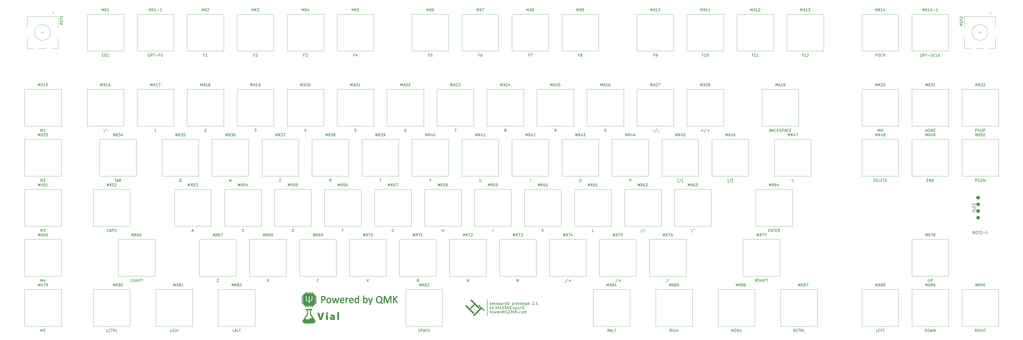
<source format=gto>
%TF.GenerationSoftware,KiCad,Pcbnew,(6.0.0)*%
%TF.CreationDate,2022-03-06T17:03:46-05:00*%
%TF.ProjectId,keyboard0,6b657962-6f61-4726-9430-2e6b69636164,rev?*%
%TF.SameCoordinates,Original*%
%TF.FileFunction,Legend,Top*%
%TF.FilePolarity,Positive*%
%FSLAX46Y46*%
G04 Gerber Fmt 4.6, Leading zero omitted, Abs format (unit mm)*
G04 Created by KiCad (PCBNEW (6.0.0)) date 2022-03-06 17:03:46*
%MOMM*%
%LPD*%
G01*
G04 APERTURE LIST*
%ADD10C,0.150000*%
%ADD11C,0.120000*%
%ADD12C,0.010000*%
%ADD13C,1.397000*%
%ADD14C,3.987800*%
%ADD15C,4.000000*%
%ADD16C,3.050000*%
%ADD17C,1.750000*%
%ADD18C,2.100000*%
%ADD19O,1.000000X1.600000*%
%ADD20C,0.650000*%
%ADD21O,1.000000X2.100000*%
%ADD22C,2.000000*%
%ADD23R,2.000000X3.200000*%
%ADD24R,2.000000X2.000000*%
%ADD25C,1.000000*%
%ADD26R,1.700000X1.700000*%
%ADD27O,1.700000X1.700000*%
G04 APERTURE END LIST*
D10*
X200592399Y-204408754D02*
X200592399Y-203408754D01*
X201020970Y-204408754D02*
X201020970Y-203884945D01*
X200973351Y-203789707D01*
X200878113Y-203742088D01*
X200735256Y-203742088D01*
X200640018Y-203789707D01*
X200592399Y-203837326D01*
X201640018Y-204408754D02*
X201544780Y-204361135D01*
X201497161Y-204313516D01*
X201449542Y-204218278D01*
X201449542Y-203932564D01*
X201497161Y-203837326D01*
X201544780Y-203789707D01*
X201640018Y-203742088D01*
X201782875Y-203742088D01*
X201878113Y-203789707D01*
X201925732Y-203837326D01*
X201973351Y-203932564D01*
X201973351Y-204218278D01*
X201925732Y-204313516D01*
X201878113Y-204361135D01*
X201782875Y-204408754D01*
X201640018Y-204408754D01*
X202306684Y-203742088D02*
X202497161Y-204408754D01*
X202687637Y-203932564D01*
X202878113Y-204408754D01*
X203068589Y-203742088D01*
X203878113Y-204408754D02*
X203878113Y-203884945D01*
X203830494Y-203789707D01*
X203735256Y-203742088D01*
X203544780Y-203742088D01*
X203449542Y-203789707D01*
X203878113Y-204361135D02*
X203782875Y-204408754D01*
X203544780Y-204408754D01*
X203449542Y-204361135D01*
X203401923Y-204265897D01*
X203401923Y-204170659D01*
X203449542Y-204075421D01*
X203544780Y-204027802D01*
X203782875Y-204027802D01*
X203878113Y-203980183D01*
X204354304Y-204408754D02*
X204354304Y-203742088D01*
X204354304Y-203932564D02*
X204401923Y-203837326D01*
X204449542Y-203789707D01*
X204544780Y-203742088D01*
X204640018Y-203742088D01*
X205401923Y-204408754D02*
X205401923Y-203408754D01*
X205401923Y-204361135D02*
X205306684Y-204408754D01*
X205116208Y-204408754D01*
X205020970Y-204361135D01*
X204973351Y-204313516D01*
X204925732Y-204218278D01*
X204925732Y-203932564D01*
X204973351Y-203837326D01*
X205020970Y-203789707D01*
X205116208Y-203742088D01*
X205306684Y-203742088D01*
X205401923Y-203789707D01*
X205735256Y-203742088D02*
X206116208Y-203742088D01*
X205878113Y-203408754D02*
X205878113Y-204265897D01*
X205925732Y-204361135D01*
X206020970Y-204408754D01*
X206116208Y-204408754D01*
X206973351Y-204408754D02*
X206401923Y-204408754D01*
X206687637Y-204408754D02*
X206687637Y-203408754D01*
X206592399Y-203551612D01*
X206497161Y-203646850D01*
X206401923Y-203694469D01*
X207354304Y-203503993D02*
X207401923Y-203456374D01*
X207497161Y-203408754D01*
X207735256Y-203408754D01*
X207830494Y-203456374D01*
X207878113Y-203503993D01*
X207925732Y-203599231D01*
X207925732Y-203694469D01*
X207878113Y-203837326D01*
X207306684Y-204408754D01*
X207925732Y-204408754D01*
X208259065Y-203408754D02*
X208878113Y-203408754D01*
X208544780Y-203789707D01*
X208687637Y-203789707D01*
X208782875Y-203837326D01*
X208830494Y-203884945D01*
X208878113Y-203980183D01*
X208878113Y-204218278D01*
X208830494Y-204313516D01*
X208782875Y-204361135D01*
X208687637Y-204408754D01*
X208401923Y-204408754D01*
X208306684Y-204361135D01*
X208259065Y-204313516D01*
X209735256Y-203742088D02*
X209735256Y-204408754D01*
X209497161Y-203361135D02*
X209259065Y-204075421D01*
X209878113Y-204075421D01*
X210735256Y-203408754D02*
X210259065Y-203408754D01*
X210211446Y-203884945D01*
X210259065Y-203837326D01*
X210354304Y-203789707D01*
X210592399Y-203789707D01*
X210687637Y-203837326D01*
X210735256Y-203884945D01*
X210782875Y-203980183D01*
X210782875Y-204218278D01*
X210735256Y-204313516D01*
X210687637Y-204361135D01*
X210592399Y-204408754D01*
X210354304Y-204408754D01*
X210259065Y-204361135D01*
X210211446Y-204313516D01*
X211211446Y-204313516D02*
X211259065Y-204361135D01*
X211211446Y-204408754D01*
X211163827Y-204361135D01*
X211211446Y-204313516D01*
X211211446Y-204408754D01*
X212116208Y-204361135D02*
X212020970Y-204408754D01*
X211830494Y-204408754D01*
X211735256Y-204361135D01*
X211687637Y-204313516D01*
X211640018Y-204218278D01*
X211640018Y-203932564D01*
X211687637Y-203837326D01*
X211735256Y-203789707D01*
X211830494Y-203742088D01*
X212020970Y-203742088D01*
X212116208Y-203789707D01*
X212687637Y-204408754D02*
X212592399Y-204361135D01*
X212544780Y-204313516D01*
X212497161Y-204218278D01*
X212497161Y-203932564D01*
X212544780Y-203837326D01*
X212592399Y-203789707D01*
X212687637Y-203742088D01*
X212830494Y-203742088D01*
X212925732Y-203789707D01*
X212973351Y-203837326D01*
X213020970Y-203932564D01*
X213020970Y-204218278D01*
X212973351Y-204313516D01*
X212925732Y-204361135D01*
X212830494Y-204408754D01*
X212687637Y-204408754D01*
X213449542Y-204408754D02*
X213449542Y-203742088D01*
X213449542Y-203837326D02*
X213497161Y-203789707D01*
X213592399Y-203742088D01*
X213735256Y-203742088D01*
X213830494Y-203789707D01*
X213878113Y-203884945D01*
X213878113Y-204408754D01*
X213878113Y-203884945D02*
X213925732Y-203789707D01*
X214020970Y-203742088D01*
X214163827Y-203742088D01*
X214259065Y-203789707D01*
X214306684Y-203884945D01*
X214306684Y-204408754D01*
X200592399Y-202821354D02*
X200592399Y-201821354D01*
X200687637Y-202440402D02*
X200973351Y-202821354D01*
X200973351Y-202154688D02*
X200592399Y-202535640D01*
X201401923Y-202821354D02*
X201401923Y-201821354D01*
X201401923Y-202202307D02*
X201497161Y-202154688D01*
X201687637Y-202154688D01*
X201782875Y-202202307D01*
X201830494Y-202249926D01*
X201878113Y-202345164D01*
X201878113Y-202630878D01*
X201830494Y-202726116D01*
X201782875Y-202773735D01*
X201687637Y-202821354D01*
X201497161Y-202821354D01*
X201401923Y-202773735D01*
X202306684Y-202726116D02*
X202354304Y-202773735D01*
X202306684Y-202821354D01*
X202259065Y-202773735D01*
X202306684Y-202726116D01*
X202306684Y-202821354D01*
X202782875Y-202821354D02*
X202782875Y-201821354D01*
X203211446Y-202821354D02*
X203211446Y-202297545D01*
X203163827Y-202202307D01*
X203068589Y-202154688D01*
X202925732Y-202154688D01*
X202830494Y-202202307D01*
X202782875Y-202249926D01*
X203544780Y-202154688D02*
X203925732Y-202154688D01*
X203687637Y-201821354D02*
X203687637Y-202678497D01*
X203735256Y-202773735D01*
X203830494Y-202821354D01*
X203925732Y-202821354D01*
X204782875Y-202821354D02*
X204211446Y-202821354D01*
X204497161Y-202821354D02*
X204497161Y-201821354D01*
X204401923Y-201964212D01*
X204306684Y-202059450D01*
X204211446Y-202107069D01*
X205163827Y-201916593D02*
X205211446Y-201868974D01*
X205306684Y-201821354D01*
X205544780Y-201821354D01*
X205640018Y-201868974D01*
X205687637Y-201916593D01*
X205735256Y-202011831D01*
X205735256Y-202107069D01*
X205687637Y-202249926D01*
X205116208Y-202821354D01*
X205735256Y-202821354D01*
X206068589Y-201821354D02*
X206687637Y-201821354D01*
X206354304Y-202202307D01*
X206497161Y-202202307D01*
X206592399Y-202249926D01*
X206640018Y-202297545D01*
X206687637Y-202392783D01*
X206687637Y-202630878D01*
X206640018Y-202726116D01*
X206592399Y-202773735D01*
X206497161Y-202821354D01*
X206211446Y-202821354D01*
X206116208Y-202773735D01*
X206068589Y-202726116D01*
X207544780Y-202154688D02*
X207544780Y-202821354D01*
X207306684Y-201773735D02*
X207068589Y-202488021D01*
X207687637Y-202488021D01*
X208544780Y-201821354D02*
X208068589Y-201821354D01*
X208020970Y-202297545D01*
X208068589Y-202249926D01*
X208163827Y-202202307D01*
X208401923Y-202202307D01*
X208497161Y-202249926D01*
X208544780Y-202297545D01*
X208592399Y-202392783D01*
X208592399Y-202630878D01*
X208544780Y-202726116D01*
X208497161Y-202773735D01*
X208401923Y-202821354D01*
X208163827Y-202821354D01*
X208068589Y-202773735D01*
X208020970Y-202726116D01*
X209020970Y-202726116D02*
X209068589Y-202773735D01*
X209020970Y-202821354D01*
X208973351Y-202773735D01*
X209020970Y-202726116D01*
X209020970Y-202821354D01*
X209401923Y-202821354D02*
X209925732Y-202154688D01*
X209401923Y-202154688D02*
X209925732Y-202821354D01*
X210211446Y-202154688D02*
X210449542Y-202821354D01*
X210687637Y-202154688D02*
X210449542Y-202821354D01*
X210354304Y-203059450D01*
X210306684Y-203107069D01*
X210211446Y-203154688D01*
X210973351Y-202154688D02*
X211497161Y-202154688D01*
X210973351Y-202821354D01*
X211497161Y-202821354D01*
X212592399Y-201773735D02*
X211735256Y-203059450D01*
X213116208Y-201821354D02*
X213211446Y-201821354D01*
X213306684Y-201868974D01*
X213354304Y-201916593D01*
X213401923Y-202011831D01*
X213449542Y-202202307D01*
X213449542Y-202440402D01*
X213401923Y-202630878D01*
X213354304Y-202726116D01*
X213306684Y-202773735D01*
X213211446Y-202821354D01*
X213116208Y-202821354D01*
X213020970Y-202773735D01*
X212973351Y-202726116D01*
X212925732Y-202630878D01*
X212878113Y-202440402D01*
X212878113Y-202202307D01*
X212925732Y-202011831D01*
X212973351Y-201916593D01*
X213020970Y-201868974D01*
X213116208Y-201821354D01*
X200592399Y-201233954D02*
X200592399Y-200233954D01*
X200687637Y-200853002D02*
X200973351Y-201233954D01*
X200973351Y-200567288D02*
X200592399Y-200948240D01*
X201782875Y-201186335D02*
X201687637Y-201233954D01*
X201497161Y-201233954D01*
X201401923Y-201186335D01*
X201354304Y-201091097D01*
X201354304Y-200710145D01*
X201401923Y-200614907D01*
X201497161Y-200567288D01*
X201687637Y-200567288D01*
X201782875Y-200614907D01*
X201830494Y-200710145D01*
X201830494Y-200805383D01*
X201354304Y-200900621D01*
X202163827Y-200567288D02*
X202401923Y-201233954D01*
X202640018Y-200567288D02*
X202401923Y-201233954D01*
X202306684Y-201472050D01*
X202259065Y-201519669D01*
X202163827Y-201567288D01*
X203020970Y-201233954D02*
X203020970Y-200233954D01*
X203020970Y-200614907D02*
X203116208Y-200567288D01*
X203306684Y-200567288D01*
X203401923Y-200614907D01*
X203449542Y-200662526D01*
X203497161Y-200757764D01*
X203497161Y-201043478D01*
X203449542Y-201138716D01*
X203401923Y-201186335D01*
X203306684Y-201233954D01*
X203116208Y-201233954D01*
X203020970Y-201186335D01*
X204068589Y-201233954D02*
X203973351Y-201186335D01*
X203925732Y-201138716D01*
X203878113Y-201043478D01*
X203878113Y-200757764D01*
X203925732Y-200662526D01*
X203973351Y-200614907D01*
X204068589Y-200567288D01*
X204211446Y-200567288D01*
X204306684Y-200614907D01*
X204354304Y-200662526D01*
X204401923Y-200757764D01*
X204401923Y-201043478D01*
X204354304Y-201138716D01*
X204306684Y-201186335D01*
X204211446Y-201233954D01*
X204068589Y-201233954D01*
X205259065Y-201233954D02*
X205259065Y-200710145D01*
X205211446Y-200614907D01*
X205116208Y-200567288D01*
X204925732Y-200567288D01*
X204830494Y-200614907D01*
X205259065Y-201186335D02*
X205163827Y-201233954D01*
X204925732Y-201233954D01*
X204830494Y-201186335D01*
X204782875Y-201091097D01*
X204782875Y-200995859D01*
X204830494Y-200900621D01*
X204925732Y-200853002D01*
X205163827Y-200853002D01*
X205259065Y-200805383D01*
X205735256Y-201233954D02*
X205735256Y-200567288D01*
X205735256Y-200757764D02*
X205782875Y-200662526D01*
X205830494Y-200614907D01*
X205925732Y-200567288D01*
X206020970Y-200567288D01*
X206782875Y-201233954D02*
X206782875Y-200233954D01*
X206782875Y-201186335D02*
X206687637Y-201233954D01*
X206497161Y-201233954D01*
X206401923Y-201186335D01*
X206354304Y-201138716D01*
X206306684Y-201043478D01*
X206306684Y-200757764D01*
X206354304Y-200662526D01*
X206401923Y-200614907D01*
X206497161Y-200567288D01*
X206687637Y-200567288D01*
X206782875Y-200614907D01*
X207449542Y-200233954D02*
X207544780Y-200233954D01*
X207640018Y-200281574D01*
X207687637Y-200329193D01*
X207735256Y-200424431D01*
X207782875Y-200614907D01*
X207782875Y-200853002D01*
X207735256Y-201043478D01*
X207687637Y-201138716D01*
X207640018Y-201186335D01*
X207544780Y-201233954D01*
X207449542Y-201233954D01*
X207354304Y-201186335D01*
X207306684Y-201138716D01*
X207259065Y-201043478D01*
X207211446Y-200853002D01*
X207211446Y-200614907D01*
X207259065Y-200424431D01*
X207306684Y-200329193D01*
X207354304Y-200281574D01*
X207449542Y-200233954D01*
X208973351Y-200567288D02*
X208973351Y-201567288D01*
X208973351Y-200614907D02*
X209068589Y-200567288D01*
X209259065Y-200567288D01*
X209354304Y-200614907D01*
X209401923Y-200662526D01*
X209449542Y-200757764D01*
X209449542Y-201043478D01*
X209401923Y-201138716D01*
X209354304Y-201186335D01*
X209259065Y-201233954D01*
X209068589Y-201233954D01*
X208973351Y-201186335D01*
X209878113Y-201233954D02*
X209878113Y-200567288D01*
X209878113Y-200757764D02*
X209925732Y-200662526D01*
X209973351Y-200614907D01*
X210068589Y-200567288D01*
X210163827Y-200567288D01*
X210640018Y-201233954D02*
X210544780Y-201186335D01*
X210497161Y-201138716D01*
X210449542Y-201043478D01*
X210449542Y-200757764D01*
X210497161Y-200662526D01*
X210544780Y-200614907D01*
X210640018Y-200567288D01*
X210782875Y-200567288D01*
X210878113Y-200614907D01*
X210925732Y-200662526D01*
X210973351Y-200757764D01*
X210973351Y-201043478D01*
X210925732Y-201138716D01*
X210878113Y-201186335D01*
X210782875Y-201233954D01*
X210640018Y-201233954D01*
X211259065Y-200567288D02*
X211640018Y-200567288D01*
X211401923Y-200233954D02*
X211401923Y-201091097D01*
X211449542Y-201186335D01*
X211544780Y-201233954D01*
X211640018Y-201233954D01*
X212116208Y-201233954D02*
X212020970Y-201186335D01*
X211973351Y-201138716D01*
X211925732Y-201043478D01*
X211925732Y-200757764D01*
X211973351Y-200662526D01*
X212020970Y-200614907D01*
X212116208Y-200567288D01*
X212259065Y-200567288D01*
X212354304Y-200614907D01*
X212401923Y-200662526D01*
X212449542Y-200757764D01*
X212449542Y-201043478D01*
X212401923Y-201138716D01*
X212354304Y-201186335D01*
X212259065Y-201233954D01*
X212116208Y-201233954D01*
X212735256Y-200567288D02*
X213116208Y-200567288D01*
X212878113Y-200233954D02*
X212878113Y-201091097D01*
X212925732Y-201186335D01*
X213020970Y-201233954D01*
X213116208Y-201233954D01*
X213354304Y-200567288D02*
X213592399Y-201233954D01*
X213830494Y-200567288D02*
X213592399Y-201233954D01*
X213497161Y-201472050D01*
X213449542Y-201519669D01*
X213354304Y-201567288D01*
X214211446Y-200567288D02*
X214211446Y-201567288D01*
X214211446Y-200614907D02*
X214306684Y-200567288D01*
X214497161Y-200567288D01*
X214592399Y-200614907D01*
X214640018Y-200662526D01*
X214687637Y-200757764D01*
X214687637Y-201043478D01*
X214640018Y-201138716D01*
X214592399Y-201186335D01*
X214497161Y-201233954D01*
X214306684Y-201233954D01*
X214211446Y-201186335D01*
X215497161Y-201186335D02*
X215401923Y-201233954D01*
X215211446Y-201233954D01*
X215116208Y-201186335D01*
X215068589Y-201091097D01*
X215068589Y-200710145D01*
X215116208Y-200614907D01*
X215211446Y-200567288D01*
X215401923Y-200567288D01*
X215497161Y-200614907D01*
X215544780Y-200710145D01*
X215544780Y-200805383D01*
X215068589Y-200900621D01*
X216687637Y-200329193D02*
X216735256Y-200281574D01*
X216830494Y-200233954D01*
X217068589Y-200233954D01*
X217163827Y-200281574D01*
X217211446Y-200329193D01*
X217259065Y-200424431D01*
X217259065Y-200519669D01*
X217211446Y-200662526D01*
X216640018Y-201233954D01*
X217259065Y-201233954D01*
X217687637Y-201138716D02*
X217735256Y-201186335D01*
X217687637Y-201233954D01*
X217640018Y-201186335D01*
X217687637Y-201138716D01*
X217687637Y-201233954D01*
X218687637Y-201233954D02*
X218116208Y-201233954D01*
X218401923Y-201233954D02*
X218401923Y-200233954D01*
X218306684Y-200376812D01*
X218211446Y-200472050D01*
X218116208Y-200519669D01*
X199463104Y-205543774D02*
X199463104Y-199194174D01*
%TO.C,MX83*%
X173645795Y-194183380D02*
X173645795Y-193183380D01*
X173979128Y-193897666D01*
X174312461Y-193183380D01*
X174312461Y-194183380D01*
X174693414Y-193183380D02*
X175360080Y-194183380D01*
X175360080Y-193183380D02*
X174693414Y-194183380D01*
X175883890Y-193611952D02*
X175788652Y-193564333D01*
X175741033Y-193516714D01*
X175693414Y-193421476D01*
X175693414Y-193373857D01*
X175741033Y-193278619D01*
X175788652Y-193231000D01*
X175883890Y-193183380D01*
X176074366Y-193183380D01*
X176169604Y-193231000D01*
X176217223Y-193278619D01*
X176264842Y-193373857D01*
X176264842Y-193421476D01*
X176217223Y-193516714D01*
X176169604Y-193564333D01*
X176074366Y-193611952D01*
X175883890Y-193611952D01*
X175788652Y-193659571D01*
X175741033Y-193707190D01*
X175693414Y-193802428D01*
X175693414Y-193992904D01*
X175741033Y-194088142D01*
X175788652Y-194135761D01*
X175883890Y-194183380D01*
X176074366Y-194183380D01*
X176169604Y-194135761D01*
X176217223Y-194088142D01*
X176264842Y-193992904D01*
X176264842Y-193802428D01*
X176217223Y-193707190D01*
X176169604Y-193659571D01*
X176074366Y-193611952D01*
X176598176Y-193183380D02*
X177217223Y-193183380D01*
X176883890Y-193564333D01*
X177026747Y-193564333D01*
X177121985Y-193611952D01*
X177169604Y-193659571D01*
X177217223Y-193754809D01*
X177217223Y-193992904D01*
X177169604Y-194088142D01*
X177121985Y-194135761D01*
X177026747Y-194183380D01*
X176741033Y-194183380D01*
X176645795Y-194135761D01*
X176598176Y-194088142D01*
X173241033Y-211460761D02*
X173383890Y-211508380D01*
X173621985Y-211508380D01*
X173717223Y-211460761D01*
X173764842Y-211413142D01*
X173812461Y-211317904D01*
X173812461Y-211222666D01*
X173764842Y-211127428D01*
X173717223Y-211079809D01*
X173621985Y-211032190D01*
X173431509Y-210984571D01*
X173336271Y-210936952D01*
X173288652Y-210889333D01*
X173241033Y-210794095D01*
X173241033Y-210698857D01*
X173288652Y-210603619D01*
X173336271Y-210556000D01*
X173431509Y-210508380D01*
X173669604Y-210508380D01*
X173812461Y-210556000D01*
X174241033Y-211508380D02*
X174241033Y-210508380D01*
X174621985Y-210508380D01*
X174717223Y-210556000D01*
X174764842Y-210603619D01*
X174812461Y-210698857D01*
X174812461Y-210841714D01*
X174764842Y-210936952D01*
X174717223Y-210984571D01*
X174621985Y-211032190D01*
X174241033Y-211032190D01*
X175193414Y-211222666D02*
X175669604Y-211222666D01*
X175098176Y-211508380D02*
X175431509Y-210508380D01*
X175764842Y-211508380D01*
X176669604Y-211413142D02*
X176621985Y-211460761D01*
X176479128Y-211508380D01*
X176383890Y-211508380D01*
X176241033Y-211460761D01*
X176145795Y-211365523D01*
X176098176Y-211270285D01*
X176050557Y-211079809D01*
X176050557Y-210936952D01*
X176098176Y-210746476D01*
X176145795Y-210651238D01*
X176241033Y-210556000D01*
X176383890Y-210508380D01*
X176479128Y-210508380D01*
X176621985Y-210556000D01*
X176669604Y-210603619D01*
X177098176Y-210984571D02*
X177431509Y-210984571D01*
X177574366Y-211508380D02*
X177098176Y-211508380D01*
X177098176Y-210508380D01*
X177574366Y-210508380D01*
%TO.C,MX64*%
X306987395Y-156085780D02*
X306987395Y-155085780D01*
X307320728Y-155800066D01*
X307654061Y-155085780D01*
X307654061Y-156085780D01*
X308035014Y-155085780D02*
X308701680Y-156085780D01*
X308701680Y-155085780D02*
X308035014Y-156085780D01*
X309511204Y-155085780D02*
X309320728Y-155085780D01*
X309225490Y-155133400D01*
X309177871Y-155181019D01*
X309082633Y-155323876D01*
X309035014Y-155514352D01*
X309035014Y-155895304D01*
X309082633Y-155990542D01*
X309130252Y-156038161D01*
X309225490Y-156085780D01*
X309415966Y-156085780D01*
X309511204Y-156038161D01*
X309558823Y-155990542D01*
X309606442Y-155895304D01*
X309606442Y-155657209D01*
X309558823Y-155561971D01*
X309511204Y-155514352D01*
X309415966Y-155466733D01*
X309225490Y-155466733D01*
X309130252Y-155514352D01*
X309082633Y-155561971D01*
X309035014Y-155657209D01*
X310463585Y-155419114D02*
X310463585Y-156085780D01*
X310225490Y-155038161D02*
X309987395Y-155752447D01*
X310606442Y-155752447D01*
X306677871Y-172886971D02*
X307011204Y-172886971D01*
X307154061Y-173410780D02*
X306677871Y-173410780D01*
X306677871Y-172410780D01*
X307154061Y-172410780D01*
X307582633Y-173410780D02*
X307582633Y-172410780D01*
X308154061Y-173410780D01*
X308154061Y-172410780D01*
X308487395Y-172410780D02*
X309058823Y-172410780D01*
X308773109Y-173410780D02*
X308773109Y-172410780D01*
X309392157Y-172886971D02*
X309725490Y-172886971D01*
X309868347Y-173410780D02*
X309392157Y-173410780D01*
X309392157Y-172410780D01*
X309868347Y-172410780D01*
X310868347Y-173410780D02*
X310535014Y-172934590D01*
X310296919Y-173410780D02*
X310296919Y-172410780D01*
X310677871Y-172410780D01*
X310773109Y-172458400D01*
X310820728Y-172506019D01*
X310868347Y-172601257D01*
X310868347Y-172744114D01*
X310820728Y-172839352D01*
X310773109Y-172886971D01*
X310677871Y-172934590D01*
X310296919Y-172934590D01*
%TO.C,MX52*%
X54590795Y-156085780D02*
X54590795Y-155085780D01*
X54924128Y-155800066D01*
X55257461Y-155085780D01*
X55257461Y-156085780D01*
X55638414Y-155085780D02*
X56305080Y-156085780D01*
X56305080Y-155085780D02*
X55638414Y-156085780D01*
X57162223Y-155085780D02*
X56686033Y-155085780D01*
X56638414Y-155561971D01*
X56686033Y-155514352D01*
X56781271Y-155466733D01*
X57019366Y-155466733D01*
X57114604Y-155514352D01*
X57162223Y-155561971D01*
X57209842Y-155657209D01*
X57209842Y-155895304D01*
X57162223Y-155990542D01*
X57114604Y-156038161D01*
X57019366Y-156085780D01*
X56781271Y-156085780D01*
X56686033Y-156038161D01*
X56638414Y-155990542D01*
X57590795Y-155181019D02*
X57638414Y-155133400D01*
X57733652Y-155085780D01*
X57971747Y-155085780D01*
X58066985Y-155133400D01*
X58114604Y-155181019D01*
X58162223Y-155276257D01*
X58162223Y-155371495D01*
X58114604Y-155514352D01*
X57543176Y-156085780D01*
X58162223Y-156085780D01*
X55257461Y-173315542D02*
X55209842Y-173363161D01*
X55066985Y-173410780D01*
X54971747Y-173410780D01*
X54828890Y-173363161D01*
X54733652Y-173267923D01*
X54686033Y-173172685D01*
X54638414Y-172982209D01*
X54638414Y-172839352D01*
X54686033Y-172648876D01*
X54733652Y-172553638D01*
X54828890Y-172458400D01*
X54971747Y-172410780D01*
X55066985Y-172410780D01*
X55209842Y-172458400D01*
X55257461Y-172506019D01*
X55638414Y-173125066D02*
X56114604Y-173125066D01*
X55543176Y-173410780D02*
X55876509Y-172410780D01*
X56209842Y-173410780D01*
X56543176Y-173410780D02*
X56543176Y-172410780D01*
X56924128Y-172410780D01*
X57019366Y-172458400D01*
X57066985Y-172506019D01*
X57114604Y-172601257D01*
X57114604Y-172744114D01*
X57066985Y-172839352D01*
X57019366Y-172886971D01*
X56924128Y-172934590D01*
X56543176Y-172934590D01*
X57495557Y-173363161D02*
X57638414Y-173410780D01*
X57876509Y-173410780D01*
X57971747Y-173363161D01*
X58019366Y-173315542D01*
X58066985Y-173220304D01*
X58066985Y-173125066D01*
X58019366Y-173029828D01*
X57971747Y-172982209D01*
X57876509Y-172934590D01*
X57686033Y-172886971D01*
X57590795Y-172839352D01*
X57543176Y-172791733D01*
X57495557Y-172696495D01*
X57495557Y-172601257D01*
X57543176Y-172506019D01*
X57590795Y-172458400D01*
X57686033Y-172410780D01*
X57924128Y-172410780D01*
X58066985Y-172458400D01*
%TO.C,MX63*%
X276033095Y-156085780D02*
X276033095Y-155085780D01*
X276366428Y-155800066D01*
X276699761Y-155085780D01*
X276699761Y-156085780D01*
X277080714Y-155085780D02*
X277747380Y-156085780D01*
X277747380Y-155085780D02*
X277080714Y-156085780D01*
X278556904Y-155085780D02*
X278366428Y-155085780D01*
X278271190Y-155133400D01*
X278223571Y-155181019D01*
X278128333Y-155323876D01*
X278080714Y-155514352D01*
X278080714Y-155895304D01*
X278128333Y-155990542D01*
X278175952Y-156038161D01*
X278271190Y-156085780D01*
X278461666Y-156085780D01*
X278556904Y-156038161D01*
X278604523Y-155990542D01*
X278652142Y-155895304D01*
X278652142Y-155657209D01*
X278604523Y-155561971D01*
X278556904Y-155514352D01*
X278461666Y-155466733D01*
X278271190Y-155466733D01*
X278175952Y-155514352D01*
X278128333Y-155561971D01*
X278080714Y-155657209D01*
X278985476Y-155085780D02*
X279604523Y-155085780D01*
X279271190Y-155466733D01*
X279414047Y-155466733D01*
X279509285Y-155514352D01*
X279556904Y-155561971D01*
X279604523Y-155657209D01*
X279604523Y-155895304D01*
X279556904Y-155990542D01*
X279509285Y-156038161D01*
X279414047Y-156085780D01*
X279128333Y-156085780D01*
X279033095Y-156038161D01*
X278985476Y-155990542D01*
X276937857Y-172410780D02*
X276842619Y-172601257D01*
X278080714Y-172363161D02*
X277223571Y-173648876D01*
X278366428Y-172410780D02*
X278366428Y-172601257D01*
X278747380Y-172410780D02*
X278747380Y-172601257D01*
%TO.C,MX14-1*%
X365419657Y-89414980D02*
X365419657Y-88414980D01*
X365752990Y-89129266D01*
X366086323Y-88414980D01*
X366086323Y-89414980D01*
X366467276Y-88414980D02*
X367133942Y-89414980D01*
X367133942Y-88414980D02*
X366467276Y-89414980D01*
X368038704Y-89414980D02*
X367467276Y-89414980D01*
X367752990Y-89414980D02*
X367752990Y-88414980D01*
X367657752Y-88557838D01*
X367562514Y-88653076D01*
X367467276Y-88700695D01*
X368895847Y-88748314D02*
X368895847Y-89414980D01*
X368657752Y-88367361D02*
X368419657Y-89081647D01*
X369038704Y-89081647D01*
X369419657Y-89034028D02*
X370181561Y-89034028D01*
X371181561Y-89414980D02*
X370610133Y-89414980D01*
X370895847Y-89414980D02*
X370895847Y-88414980D01*
X370800609Y-88557838D01*
X370705371Y-88653076D01*
X370610133Y-88700695D01*
X364800609Y-105739980D02*
X364991085Y-105739980D01*
X365086323Y-105787600D01*
X365181561Y-105882838D01*
X365229180Y-106073314D01*
X365229180Y-106406647D01*
X365181561Y-106597123D01*
X365086323Y-106692361D01*
X364991085Y-106739980D01*
X364800609Y-106739980D01*
X364705371Y-106692361D01*
X364610133Y-106597123D01*
X364562514Y-106406647D01*
X364562514Y-106073314D01*
X364610133Y-105882838D01*
X364705371Y-105787600D01*
X364800609Y-105739980D01*
X365657752Y-106739980D02*
X365657752Y-105739980D01*
X366038704Y-105739980D01*
X366133942Y-105787600D01*
X366181561Y-105835219D01*
X366229180Y-105930457D01*
X366229180Y-106073314D01*
X366181561Y-106168552D01*
X366133942Y-106216171D01*
X366038704Y-106263790D01*
X365657752Y-106263790D01*
X366514895Y-105739980D02*
X367086323Y-105739980D01*
X366800609Y-106739980D02*
X366800609Y-105739980D01*
X367419657Y-106359028D02*
X368181561Y-106359028D01*
X368610133Y-106692361D02*
X368752990Y-106739980D01*
X368991085Y-106739980D01*
X369086323Y-106692361D01*
X369133942Y-106644742D01*
X369181561Y-106549504D01*
X369181561Y-106454266D01*
X369133942Y-106359028D01*
X369086323Y-106311409D01*
X368991085Y-106263790D01*
X368800609Y-106216171D01*
X368705371Y-106168552D01*
X368657752Y-106120933D01*
X368610133Y-106025695D01*
X368610133Y-105930457D01*
X368657752Y-105835219D01*
X368705371Y-105787600D01*
X368800609Y-105739980D01*
X369038704Y-105739980D01*
X369181561Y-105787600D01*
X370181561Y-106644742D02*
X370133942Y-106692361D01*
X369991085Y-106739980D01*
X369895847Y-106739980D01*
X369752990Y-106692361D01*
X369657752Y-106597123D01*
X369610133Y-106501885D01*
X369562514Y-106311409D01*
X369562514Y-106168552D01*
X369610133Y-105978076D01*
X369657752Y-105882838D01*
X369752990Y-105787600D01*
X369895847Y-105739980D01*
X369991085Y-105739980D01*
X370133942Y-105787600D01*
X370181561Y-105835219D01*
X371086323Y-106739980D02*
X370610133Y-106739980D01*
X370610133Y-105739980D01*
X371419657Y-106739980D02*
X371419657Y-105739980D01*
X371991085Y-106739980D02*
X371562514Y-106168552D01*
X371991085Y-105739980D02*
X371419657Y-106311409D01*
%TO.C,MX1-1*%
X70639447Y-89414980D02*
X70639447Y-88414980D01*
X70972780Y-89129266D01*
X71306114Y-88414980D01*
X71306114Y-89414980D01*
X71687066Y-88414980D02*
X72353733Y-89414980D01*
X72353733Y-88414980D02*
X71687066Y-89414980D01*
X73258495Y-89414980D02*
X72687066Y-89414980D01*
X72972780Y-89414980D02*
X72972780Y-88414980D01*
X72877542Y-88557838D01*
X72782304Y-88653076D01*
X72687066Y-88700695D01*
X73687066Y-89034028D02*
X74448971Y-89034028D01*
X75448971Y-89414980D02*
X74877542Y-89414980D01*
X75163257Y-89414980D02*
X75163257Y-88414980D01*
X75068019Y-88557838D01*
X74972780Y-88653076D01*
X74877542Y-88700695D01*
X70520400Y-105739980D02*
X70710876Y-105739980D01*
X70806114Y-105787600D01*
X70901352Y-105882838D01*
X70948971Y-106073314D01*
X70948971Y-106406647D01*
X70901352Y-106597123D01*
X70806114Y-106692361D01*
X70710876Y-106739980D01*
X70520400Y-106739980D01*
X70425161Y-106692361D01*
X70329923Y-106597123D01*
X70282304Y-106406647D01*
X70282304Y-106073314D01*
X70329923Y-105882838D01*
X70425161Y-105787600D01*
X70520400Y-105739980D01*
X71377542Y-106739980D02*
X71377542Y-105739980D01*
X71758495Y-105739980D01*
X71853733Y-105787600D01*
X71901352Y-105835219D01*
X71948971Y-105930457D01*
X71948971Y-106073314D01*
X71901352Y-106168552D01*
X71853733Y-106216171D01*
X71758495Y-106263790D01*
X71377542Y-106263790D01*
X72234685Y-105739980D02*
X72806114Y-105739980D01*
X72520400Y-106739980D02*
X72520400Y-105739980D01*
X73139447Y-106359028D02*
X73901352Y-106359028D01*
X74710876Y-106216171D02*
X74377542Y-106216171D01*
X74377542Y-106739980D02*
X74377542Y-105739980D01*
X74853733Y-105739980D01*
X75425161Y-105739980D02*
X75520400Y-105739980D01*
X75615638Y-105787600D01*
X75663257Y-105835219D01*
X75710876Y-105930457D01*
X75758495Y-106120933D01*
X75758495Y-106359028D01*
X75710876Y-106549504D01*
X75663257Y-106644742D01*
X75615638Y-106692361D01*
X75520400Y-106739980D01*
X75425161Y-106739980D01*
X75329923Y-106692361D01*
X75282304Y-106644742D01*
X75234685Y-106549504D01*
X75187066Y-106359028D01*
X75187066Y-106120933D01*
X75234685Y-105930457D01*
X75282304Y-105835219D01*
X75329923Y-105787600D01*
X75425161Y-105739980D01*
%TO.C,MX51*%
X28398695Y-156085780D02*
X28398695Y-155085780D01*
X28732028Y-155800066D01*
X29065361Y-155085780D01*
X29065361Y-156085780D01*
X29446314Y-155085780D02*
X30112980Y-156085780D01*
X30112980Y-155085780D02*
X29446314Y-156085780D01*
X30970123Y-155085780D02*
X30493933Y-155085780D01*
X30446314Y-155561971D01*
X30493933Y-155514352D01*
X30589171Y-155466733D01*
X30827266Y-155466733D01*
X30922504Y-155514352D01*
X30970123Y-155561971D01*
X31017742Y-155657209D01*
X31017742Y-155895304D01*
X30970123Y-155990542D01*
X30922504Y-156038161D01*
X30827266Y-156085780D01*
X30589171Y-156085780D01*
X30493933Y-156038161D01*
X30446314Y-155990542D01*
X31970123Y-156085780D02*
X31398695Y-156085780D01*
X31684409Y-156085780D02*
X31684409Y-155085780D01*
X31589171Y-155228638D01*
X31493933Y-155323876D01*
X31398695Y-155371495D01*
X29351076Y-173410780D02*
X29351076Y-172410780D01*
X29684409Y-173125066D01*
X30017742Y-172410780D01*
X30017742Y-173410780D01*
X30398695Y-172410780D02*
X31017742Y-172410780D01*
X30684409Y-172791733D01*
X30827266Y-172791733D01*
X30922504Y-172839352D01*
X30970123Y-172886971D01*
X31017742Y-172982209D01*
X31017742Y-173220304D01*
X30970123Y-173315542D01*
X30922504Y-173363161D01*
X30827266Y-173410780D01*
X30541552Y-173410780D01*
X30446314Y-173363161D01*
X30398695Y-173315542D01*
%TO.C,MX77*%
X302225195Y-175134580D02*
X302225195Y-174134580D01*
X302558528Y-174848866D01*
X302891861Y-174134580D01*
X302891861Y-175134580D01*
X303272814Y-174134580D02*
X303939480Y-175134580D01*
X303939480Y-174134580D02*
X303272814Y-175134580D01*
X304225195Y-174134580D02*
X304891861Y-174134580D01*
X304463290Y-175134580D01*
X305177576Y-174134580D02*
X305844242Y-174134580D01*
X305415671Y-175134580D01*
X302249004Y-192459580D02*
X301915671Y-191983390D01*
X301677576Y-192459580D02*
X301677576Y-191459580D01*
X302058528Y-191459580D01*
X302153766Y-191507200D01*
X302201385Y-191554819D01*
X302249004Y-191650057D01*
X302249004Y-191792914D01*
X302201385Y-191888152D01*
X302153766Y-191935771D01*
X302058528Y-191983390D01*
X301677576Y-191983390D01*
X302629957Y-192411961D02*
X302772814Y-192459580D01*
X303010909Y-192459580D01*
X303106147Y-192411961D01*
X303153766Y-192364342D01*
X303201385Y-192269104D01*
X303201385Y-192173866D01*
X303153766Y-192078628D01*
X303106147Y-192031009D01*
X303010909Y-191983390D01*
X302820433Y-191935771D01*
X302725195Y-191888152D01*
X302677576Y-191840533D01*
X302629957Y-191745295D01*
X302629957Y-191650057D01*
X302677576Y-191554819D01*
X302725195Y-191507200D01*
X302820433Y-191459580D01*
X303058528Y-191459580D01*
X303201385Y-191507200D01*
X303629957Y-192459580D02*
X303629957Y-191459580D01*
X303629957Y-191935771D02*
X304201385Y-191935771D01*
X304201385Y-192459580D02*
X304201385Y-191459580D01*
X304677576Y-192459580D02*
X304677576Y-191459580D01*
X305487100Y-191935771D02*
X305153766Y-191935771D01*
X305153766Y-192459580D02*
X305153766Y-191459580D01*
X305629957Y-191459580D01*
X305868052Y-191459580D02*
X306439480Y-191459580D01*
X306153766Y-192459580D02*
X306153766Y-191459580D01*
%TO.C,ROT2-1*%
X385158933Y-174272680D02*
X384825600Y-173796490D01*
X384587504Y-174272680D02*
X384587504Y-173272680D01*
X384968457Y-173272680D01*
X385063695Y-173320300D01*
X385111314Y-173367919D01*
X385158933Y-173463157D01*
X385158933Y-173606014D01*
X385111314Y-173701252D01*
X385063695Y-173748871D01*
X384968457Y-173796490D01*
X384587504Y-173796490D01*
X385777980Y-173272680D02*
X385968457Y-173272680D01*
X386063695Y-173320300D01*
X386158933Y-173415538D01*
X386206552Y-173606014D01*
X386206552Y-173939347D01*
X386158933Y-174129823D01*
X386063695Y-174225061D01*
X385968457Y-174272680D01*
X385777980Y-174272680D01*
X385682742Y-174225061D01*
X385587504Y-174129823D01*
X385539885Y-173939347D01*
X385539885Y-173606014D01*
X385587504Y-173415538D01*
X385682742Y-173320300D01*
X385777980Y-173272680D01*
X386492266Y-173272680D02*
X387063695Y-173272680D01*
X386777980Y-174272680D02*
X386777980Y-173272680D01*
X387349409Y-173367919D02*
X387397028Y-173320300D01*
X387492266Y-173272680D01*
X387730361Y-173272680D01*
X387825600Y-173320300D01*
X387873219Y-173367919D01*
X387920838Y-173463157D01*
X387920838Y-173558395D01*
X387873219Y-173701252D01*
X387301790Y-174272680D01*
X387920838Y-174272680D01*
X388349409Y-173891728D02*
X389111314Y-173891728D01*
X390111314Y-174272680D02*
X389539885Y-174272680D01*
X389825600Y-174272680D02*
X389825600Y-173272680D01*
X389730361Y-173415538D01*
X389635123Y-173510776D01*
X389539885Y-173558395D01*
%TO.C,MX2*%
X90783485Y-89414980D02*
X90783485Y-88414980D01*
X91116819Y-89129266D01*
X91450152Y-88414980D01*
X91450152Y-89414980D01*
X91831104Y-88414980D02*
X92497771Y-89414980D01*
X92497771Y-88414980D02*
X91831104Y-89414980D01*
X92831104Y-88510219D02*
X92878723Y-88462600D01*
X92973961Y-88414980D01*
X93212057Y-88414980D01*
X93307295Y-88462600D01*
X93354914Y-88510219D01*
X93402533Y-88605457D01*
X93402533Y-88700695D01*
X93354914Y-88843552D01*
X92783485Y-89414980D01*
X93402533Y-89414980D01*
X91735866Y-106216171D02*
X91402533Y-106216171D01*
X91402533Y-106739980D02*
X91402533Y-105739980D01*
X91878723Y-105739980D01*
X92783485Y-106739980D02*
X92212057Y-106739980D01*
X92497771Y-106739980D02*
X92497771Y-105739980D01*
X92402533Y-105882838D01*
X92307295Y-105978076D01*
X92212057Y-106025695D01*
%TO.C,MX15*%
X28398695Y-117988180D02*
X28398695Y-116988180D01*
X28732028Y-117702466D01*
X29065361Y-116988180D01*
X29065361Y-117988180D01*
X29446314Y-116988180D02*
X30112980Y-117988180D01*
X30112980Y-116988180D02*
X29446314Y-117988180D01*
X31017742Y-117988180D02*
X30446314Y-117988180D01*
X30732028Y-117988180D02*
X30732028Y-116988180D01*
X30636790Y-117131038D01*
X30541552Y-117226276D01*
X30446314Y-117273895D01*
X31922504Y-116988180D02*
X31446314Y-116988180D01*
X31398695Y-117464371D01*
X31446314Y-117416752D01*
X31541552Y-117369133D01*
X31779647Y-117369133D01*
X31874885Y-117416752D01*
X31922504Y-117464371D01*
X31970123Y-117559609D01*
X31970123Y-117797704D01*
X31922504Y-117892942D01*
X31874885Y-117940561D01*
X31779647Y-117988180D01*
X31541552Y-117988180D01*
X31446314Y-117940561D01*
X31398695Y-117892942D01*
X29351076Y-135313180D02*
X29351076Y-134313180D01*
X29684409Y-135027466D01*
X30017742Y-134313180D01*
X30017742Y-135313180D01*
X31017742Y-135313180D02*
X30446314Y-135313180D01*
X30732028Y-135313180D02*
X30732028Y-134313180D01*
X30636790Y-134456038D01*
X30541552Y-134551276D01*
X30446314Y-134598895D01*
%TO.C,MX33*%
X28398695Y-137036980D02*
X28398695Y-136036980D01*
X28732028Y-136751266D01*
X29065361Y-136036980D01*
X29065361Y-137036980D01*
X29446314Y-136036980D02*
X30112980Y-137036980D01*
X30112980Y-136036980D02*
X29446314Y-137036980D01*
X30398695Y-136036980D02*
X31017742Y-136036980D01*
X30684409Y-136417933D01*
X30827266Y-136417933D01*
X30922504Y-136465552D01*
X30970123Y-136513171D01*
X31017742Y-136608409D01*
X31017742Y-136846504D01*
X30970123Y-136941742D01*
X30922504Y-136989361D01*
X30827266Y-137036980D01*
X30541552Y-137036980D01*
X30446314Y-136989361D01*
X30398695Y-136941742D01*
X31351076Y-136036980D02*
X31970123Y-136036980D01*
X31636790Y-136417933D01*
X31779647Y-136417933D01*
X31874885Y-136465552D01*
X31922504Y-136513171D01*
X31970123Y-136608409D01*
X31970123Y-136846504D01*
X31922504Y-136941742D01*
X31874885Y-136989361D01*
X31779647Y-137036980D01*
X31493933Y-137036980D01*
X31398695Y-136989361D01*
X31351076Y-136941742D01*
X29351076Y-154361980D02*
X29351076Y-153361980D01*
X29684409Y-154076266D01*
X30017742Y-153361980D01*
X30017742Y-154361980D01*
X30446314Y-153457219D02*
X30493933Y-153409600D01*
X30589171Y-153361980D01*
X30827266Y-153361980D01*
X30922504Y-153409600D01*
X30970123Y-153457219D01*
X31017742Y-153552457D01*
X31017742Y-153647695D01*
X30970123Y-153790552D01*
X30398695Y-154361980D01*
X31017742Y-154361980D01*
%TO.C,MX65*%
X28398695Y-175134580D02*
X28398695Y-174134580D01*
X28732028Y-174848866D01*
X29065361Y-174134580D01*
X29065361Y-175134580D01*
X29446314Y-174134580D02*
X30112980Y-175134580D01*
X30112980Y-174134580D02*
X29446314Y-175134580D01*
X30922504Y-174134580D02*
X30732028Y-174134580D01*
X30636790Y-174182200D01*
X30589171Y-174229819D01*
X30493933Y-174372676D01*
X30446314Y-174563152D01*
X30446314Y-174944104D01*
X30493933Y-175039342D01*
X30541552Y-175086961D01*
X30636790Y-175134580D01*
X30827266Y-175134580D01*
X30922504Y-175086961D01*
X30970123Y-175039342D01*
X31017742Y-174944104D01*
X31017742Y-174706009D01*
X30970123Y-174610771D01*
X30922504Y-174563152D01*
X30827266Y-174515533D01*
X30636790Y-174515533D01*
X30541552Y-174563152D01*
X30493933Y-174610771D01*
X30446314Y-174706009D01*
X31922504Y-174134580D02*
X31446314Y-174134580D01*
X31398695Y-174610771D01*
X31446314Y-174563152D01*
X31541552Y-174515533D01*
X31779647Y-174515533D01*
X31874885Y-174563152D01*
X31922504Y-174610771D01*
X31970123Y-174706009D01*
X31970123Y-174944104D01*
X31922504Y-175039342D01*
X31874885Y-175086961D01*
X31779647Y-175134580D01*
X31541552Y-175134580D01*
X31446314Y-175086961D01*
X31398695Y-175039342D01*
X29351076Y-192459580D02*
X29351076Y-191459580D01*
X29684409Y-192173866D01*
X30017742Y-191459580D01*
X30017742Y-192459580D01*
X30922504Y-191792914D02*
X30922504Y-192459580D01*
X30684409Y-191411961D02*
X30446314Y-192126247D01*
X31065361Y-192126247D01*
%TO.C,MX1*%
X52685885Y-89414980D02*
X52685885Y-88414980D01*
X53019219Y-89129266D01*
X53352552Y-88414980D01*
X53352552Y-89414980D01*
X53733504Y-88414980D02*
X54400171Y-89414980D01*
X54400171Y-88414980D02*
X53733504Y-89414980D01*
X55304933Y-89414980D02*
X54733504Y-89414980D01*
X55019219Y-89414980D02*
X55019219Y-88414980D01*
X54923980Y-88557838D01*
X54828742Y-88653076D01*
X54733504Y-88700695D01*
X52781123Y-106216171D02*
X53114457Y-106216171D01*
X53257314Y-106739980D02*
X52781123Y-106739980D01*
X52781123Y-105739980D01*
X53257314Y-105739980D01*
X53638266Y-106692361D02*
X53781123Y-106739980D01*
X54019219Y-106739980D01*
X54114457Y-106692361D01*
X54162076Y-106644742D01*
X54209695Y-106549504D01*
X54209695Y-106454266D01*
X54162076Y-106359028D01*
X54114457Y-106311409D01*
X54019219Y-106263790D01*
X53828742Y-106216171D01*
X53733504Y-106168552D01*
X53685885Y-106120933D01*
X53638266Y-106025695D01*
X53638266Y-105930457D01*
X53685885Y-105835219D01*
X53733504Y-105787600D01*
X53828742Y-105739980D01*
X54066838Y-105739980D01*
X54209695Y-105787600D01*
X55209695Y-106644742D02*
X55162076Y-106692361D01*
X55019219Y-106739980D01*
X54923980Y-106739980D01*
X54781123Y-106692361D01*
X54685885Y-106597123D01*
X54638266Y-106501885D01*
X54590647Y-106311409D01*
X54590647Y-106168552D01*
X54638266Y-105978076D01*
X54685885Y-105882838D01*
X54781123Y-105787600D01*
X54923980Y-105739980D01*
X55019219Y-105739980D01*
X55162076Y-105787600D01*
X55209695Y-105835219D01*
%TO.C,MX16*%
X52209695Y-117988180D02*
X52209695Y-116988180D01*
X52543028Y-117702466D01*
X52876361Y-116988180D01*
X52876361Y-117988180D01*
X53257314Y-116988180D02*
X53923980Y-117988180D01*
X53923980Y-116988180D02*
X53257314Y-117988180D01*
X54828742Y-117988180D02*
X54257314Y-117988180D01*
X54543028Y-117988180D02*
X54543028Y-116988180D01*
X54447790Y-117131038D01*
X54352552Y-117226276D01*
X54257314Y-117273895D01*
X55685885Y-116988180D02*
X55495409Y-116988180D01*
X55400171Y-117035800D01*
X55352552Y-117083419D01*
X55257314Y-117226276D01*
X55209695Y-117416752D01*
X55209695Y-117797704D01*
X55257314Y-117892942D01*
X55304933Y-117940561D01*
X55400171Y-117988180D01*
X55590647Y-117988180D01*
X55685885Y-117940561D01*
X55733504Y-117892942D01*
X55781123Y-117797704D01*
X55781123Y-117559609D01*
X55733504Y-117464371D01*
X55685885Y-117416752D01*
X55590647Y-117369133D01*
X55400171Y-117369133D01*
X55304933Y-117416752D01*
X55257314Y-117464371D01*
X55209695Y-117559609D01*
X52995409Y-134265561D02*
X53138266Y-134408419D01*
X54233504Y-134265561D02*
X53376361Y-135551276D01*
X54423980Y-134932228D02*
X54471600Y-134884609D01*
X54566838Y-134836990D01*
X54757314Y-134932228D01*
X54852552Y-134884609D01*
X54900171Y-134836990D01*
%TO.C,MX34*%
X56971895Y-137036980D02*
X56971895Y-136036980D01*
X57305228Y-136751266D01*
X57638561Y-136036980D01*
X57638561Y-137036980D01*
X58019514Y-136036980D02*
X58686180Y-137036980D01*
X58686180Y-136036980D02*
X58019514Y-137036980D01*
X58971895Y-136036980D02*
X59590942Y-136036980D01*
X59257609Y-136417933D01*
X59400466Y-136417933D01*
X59495704Y-136465552D01*
X59543323Y-136513171D01*
X59590942Y-136608409D01*
X59590942Y-136846504D01*
X59543323Y-136941742D01*
X59495704Y-136989361D01*
X59400466Y-137036980D01*
X59114752Y-137036980D01*
X59019514Y-136989361D01*
X58971895Y-136941742D01*
X60448085Y-136370314D02*
X60448085Y-137036980D01*
X60209990Y-135989361D02*
X59971895Y-136703647D01*
X60590942Y-136703647D01*
X57519514Y-153361980D02*
X58090942Y-153361980D01*
X57805228Y-154361980D02*
X57805228Y-153361980D01*
X58376657Y-154076266D02*
X58852847Y-154076266D01*
X58281419Y-154361980D02*
X58614752Y-153361980D01*
X58948085Y-154361980D01*
X59614752Y-153838171D02*
X59757609Y-153885790D01*
X59805228Y-153933409D01*
X59852847Y-154028647D01*
X59852847Y-154171504D01*
X59805228Y-154266742D01*
X59757609Y-154314361D01*
X59662371Y-154361980D01*
X59281419Y-154361980D01*
X59281419Y-153361980D01*
X59614752Y-153361980D01*
X59709990Y-153409600D01*
X59757609Y-153457219D01*
X59805228Y-153552457D01*
X59805228Y-153647695D01*
X59757609Y-153742933D01*
X59709990Y-153790552D01*
X59614752Y-153838171D01*
X59281419Y-153838171D01*
%TO.C,MX79*%
X28398695Y-194183380D02*
X28398695Y-193183380D01*
X28732028Y-193897666D01*
X29065361Y-193183380D01*
X29065361Y-194183380D01*
X29446314Y-193183380D02*
X30112980Y-194183380D01*
X30112980Y-193183380D02*
X29446314Y-194183380D01*
X30398695Y-193183380D02*
X31065361Y-193183380D01*
X30636790Y-194183380D01*
X31493933Y-194183380D02*
X31684409Y-194183380D01*
X31779647Y-194135761D01*
X31827266Y-194088142D01*
X31922504Y-193945285D01*
X31970123Y-193754809D01*
X31970123Y-193373857D01*
X31922504Y-193278619D01*
X31874885Y-193231000D01*
X31779647Y-193183380D01*
X31589171Y-193183380D01*
X31493933Y-193231000D01*
X31446314Y-193278619D01*
X31398695Y-193373857D01*
X31398695Y-193611952D01*
X31446314Y-193707190D01*
X31493933Y-193754809D01*
X31589171Y-193802428D01*
X31779647Y-193802428D01*
X31874885Y-193754809D01*
X31922504Y-193707190D01*
X31970123Y-193611952D01*
X29351076Y-211508380D02*
X29351076Y-210508380D01*
X29684409Y-211222666D01*
X30017742Y-210508380D01*
X30017742Y-211508380D01*
X30970123Y-210508380D02*
X30493933Y-210508380D01*
X30446314Y-210984571D01*
X30493933Y-210936952D01*
X30589171Y-210889333D01*
X30827266Y-210889333D01*
X30922504Y-210936952D01*
X30970123Y-210984571D01*
X31017742Y-211079809D01*
X31017742Y-211317904D01*
X30970123Y-211413142D01*
X30922504Y-211460761D01*
X30827266Y-211508380D01*
X30589171Y-211508380D01*
X30493933Y-211460761D01*
X30446314Y-211413142D01*
%TO.C,MX18*%
X90307295Y-117988180D02*
X90307295Y-116988180D01*
X90640628Y-117702466D01*
X90973961Y-116988180D01*
X90973961Y-117988180D01*
X91354914Y-116988180D02*
X92021580Y-117988180D01*
X92021580Y-116988180D02*
X91354914Y-117988180D01*
X92926342Y-117988180D02*
X92354914Y-117988180D01*
X92640628Y-117988180D02*
X92640628Y-116988180D01*
X92545390Y-117131038D01*
X92450152Y-117226276D01*
X92354914Y-117273895D01*
X93497771Y-117416752D02*
X93402533Y-117369133D01*
X93354914Y-117321514D01*
X93307295Y-117226276D01*
X93307295Y-117178657D01*
X93354914Y-117083419D01*
X93402533Y-117035800D01*
X93497771Y-116988180D01*
X93688247Y-116988180D01*
X93783485Y-117035800D01*
X93831104Y-117083419D01*
X93878723Y-117178657D01*
X93878723Y-117226276D01*
X93831104Y-117321514D01*
X93783485Y-117369133D01*
X93688247Y-117416752D01*
X93497771Y-117416752D01*
X93402533Y-117464371D01*
X93354914Y-117511990D01*
X93307295Y-117607228D01*
X93307295Y-117797704D01*
X93354914Y-117892942D01*
X93402533Y-117940561D01*
X93497771Y-117988180D01*
X93688247Y-117988180D01*
X93783485Y-117940561D01*
X93831104Y-117892942D01*
X93878723Y-117797704D01*
X93878723Y-117607228D01*
X93831104Y-117511990D01*
X93783485Y-117464371D01*
X93688247Y-117416752D01*
X91783485Y-134408419D02*
X91831104Y-134360800D01*
X91926342Y-134313180D01*
X92164438Y-134313180D01*
X92259676Y-134360800D01*
X92307295Y-134408419D01*
X92354914Y-134503657D01*
X92354914Y-134598895D01*
X92307295Y-134741752D01*
X91735866Y-135313180D01*
X92354914Y-135313180D01*
%TO.C,MX36*%
X99831695Y-137036980D02*
X99831695Y-136036980D01*
X100165028Y-136751266D01*
X100498361Y-136036980D01*
X100498361Y-137036980D01*
X100879314Y-136036980D02*
X101545980Y-137036980D01*
X101545980Y-136036980D02*
X100879314Y-137036980D01*
X101831695Y-136036980D02*
X102450742Y-136036980D01*
X102117409Y-136417933D01*
X102260266Y-136417933D01*
X102355504Y-136465552D01*
X102403123Y-136513171D01*
X102450742Y-136608409D01*
X102450742Y-136846504D01*
X102403123Y-136941742D01*
X102355504Y-136989361D01*
X102260266Y-137036980D01*
X101974552Y-137036980D01*
X101879314Y-136989361D01*
X101831695Y-136941742D01*
X103307885Y-136036980D02*
X103117409Y-136036980D01*
X103022171Y-136084600D01*
X102974552Y-136132219D01*
X102879314Y-136275076D01*
X102831695Y-136465552D01*
X102831695Y-136846504D01*
X102879314Y-136941742D01*
X102926933Y-136989361D01*
X103022171Y-137036980D01*
X103212647Y-137036980D01*
X103307885Y-136989361D01*
X103355504Y-136941742D01*
X103403123Y-136846504D01*
X103403123Y-136608409D01*
X103355504Y-136513171D01*
X103307885Y-136465552D01*
X103212647Y-136417933D01*
X103022171Y-136417933D01*
X102926933Y-136465552D01*
X102879314Y-136513171D01*
X102831695Y-136608409D01*
X101165028Y-153361980D02*
X101403123Y-154361980D01*
X101593600Y-153647695D01*
X101784076Y-154361980D01*
X102022171Y-153361980D01*
%TO.C,MX54*%
X104593895Y-156085780D02*
X104593895Y-155085780D01*
X104927228Y-155800066D01*
X105260561Y-155085780D01*
X105260561Y-156085780D01*
X105641514Y-155085780D02*
X106308180Y-156085780D01*
X106308180Y-155085780D02*
X105641514Y-156085780D01*
X107165323Y-155085780D02*
X106689133Y-155085780D01*
X106641514Y-155561971D01*
X106689133Y-155514352D01*
X106784371Y-155466733D01*
X107022466Y-155466733D01*
X107117704Y-155514352D01*
X107165323Y-155561971D01*
X107212942Y-155657209D01*
X107212942Y-155895304D01*
X107165323Y-155990542D01*
X107117704Y-156038161D01*
X107022466Y-156085780D01*
X106784371Y-156085780D01*
X106689133Y-156038161D01*
X106641514Y-155990542D01*
X108070085Y-155419114D02*
X108070085Y-156085780D01*
X107831990Y-155038161D02*
X107593895Y-155752447D01*
X108212942Y-155752447D01*
X106070085Y-173363161D02*
X106212942Y-173410780D01*
X106451038Y-173410780D01*
X106546276Y-173363161D01*
X106593895Y-173315542D01*
X106641514Y-173220304D01*
X106641514Y-173125066D01*
X106593895Y-173029828D01*
X106546276Y-172982209D01*
X106451038Y-172934590D01*
X106260561Y-172886971D01*
X106165323Y-172839352D01*
X106117704Y-172791733D01*
X106070085Y-172696495D01*
X106070085Y-172601257D01*
X106117704Y-172506019D01*
X106165323Y-172458400D01*
X106260561Y-172410780D01*
X106498657Y-172410780D01*
X106641514Y-172458400D01*
%TO.C,MX67*%
X95069495Y-175134580D02*
X95069495Y-174134580D01*
X95402828Y-174848866D01*
X95736161Y-174134580D01*
X95736161Y-175134580D01*
X96117114Y-174134580D02*
X96783780Y-175134580D01*
X96783780Y-174134580D02*
X96117114Y-175134580D01*
X97593304Y-174134580D02*
X97402828Y-174134580D01*
X97307590Y-174182200D01*
X97259971Y-174229819D01*
X97164733Y-174372676D01*
X97117114Y-174563152D01*
X97117114Y-174944104D01*
X97164733Y-175039342D01*
X97212352Y-175086961D01*
X97307590Y-175134580D01*
X97498066Y-175134580D01*
X97593304Y-175086961D01*
X97640923Y-175039342D01*
X97688542Y-174944104D01*
X97688542Y-174706009D01*
X97640923Y-174610771D01*
X97593304Y-174563152D01*
X97498066Y-174515533D01*
X97307590Y-174515533D01*
X97212352Y-174563152D01*
X97164733Y-174610771D01*
X97117114Y-174706009D01*
X98021876Y-174134580D02*
X98688542Y-174134580D01*
X98259971Y-175134580D01*
X96498066Y-191459580D02*
X97164733Y-191459580D01*
X96498066Y-192459580D01*
X97164733Y-192459580D01*
%TO.C,MX82*%
X102212795Y-194183380D02*
X102212795Y-193183380D01*
X102546128Y-193897666D01*
X102879461Y-193183380D01*
X102879461Y-194183380D01*
X103260414Y-193183380D02*
X103927080Y-194183380D01*
X103927080Y-193183380D02*
X103260414Y-194183380D01*
X104450890Y-193611952D02*
X104355652Y-193564333D01*
X104308033Y-193516714D01*
X104260414Y-193421476D01*
X104260414Y-193373857D01*
X104308033Y-193278619D01*
X104355652Y-193231000D01*
X104450890Y-193183380D01*
X104641366Y-193183380D01*
X104736604Y-193231000D01*
X104784223Y-193278619D01*
X104831842Y-193373857D01*
X104831842Y-193421476D01*
X104784223Y-193516714D01*
X104736604Y-193564333D01*
X104641366Y-193611952D01*
X104450890Y-193611952D01*
X104355652Y-193659571D01*
X104308033Y-193707190D01*
X104260414Y-193802428D01*
X104260414Y-193992904D01*
X104308033Y-194088142D01*
X104355652Y-194135761D01*
X104450890Y-194183380D01*
X104641366Y-194183380D01*
X104736604Y-194135761D01*
X104784223Y-194088142D01*
X104831842Y-193992904D01*
X104831842Y-193802428D01*
X104784223Y-193707190D01*
X104736604Y-193659571D01*
X104641366Y-193611952D01*
X105212795Y-193278619D02*
X105260414Y-193231000D01*
X105355652Y-193183380D01*
X105593747Y-193183380D01*
X105688985Y-193231000D01*
X105736604Y-193278619D01*
X105784223Y-193373857D01*
X105784223Y-193469095D01*
X105736604Y-193611952D01*
X105165176Y-194183380D01*
X105784223Y-194183380D01*
X103069938Y-211508380D02*
X102593747Y-211508380D01*
X102593747Y-210508380D01*
X103355652Y-211222666D02*
X103831842Y-211222666D01*
X103260414Y-211508380D02*
X103593747Y-210508380D01*
X103927080Y-211508380D01*
X104736604Y-211508380D02*
X104260414Y-211508380D01*
X104260414Y-210508380D01*
X104927080Y-210508380D02*
X105498509Y-210508380D01*
X105212795Y-211508380D02*
X105212795Y-210508380D01*
%TO.C,MX17*%
X71258495Y-117988180D02*
X71258495Y-116988180D01*
X71591828Y-117702466D01*
X71925161Y-116988180D01*
X71925161Y-117988180D01*
X72306114Y-116988180D02*
X72972780Y-117988180D01*
X72972780Y-116988180D02*
X72306114Y-117988180D01*
X73877542Y-117988180D02*
X73306114Y-117988180D01*
X73591828Y-117988180D02*
X73591828Y-116988180D01*
X73496590Y-117131038D01*
X73401352Y-117226276D01*
X73306114Y-117273895D01*
X74210876Y-116988180D02*
X74877542Y-116988180D01*
X74448971Y-117988180D01*
X73306114Y-135313180D02*
X72734685Y-135313180D01*
X73020400Y-135313180D02*
X73020400Y-134313180D01*
X72925161Y-134456038D01*
X72829923Y-134551276D01*
X72734685Y-134598895D01*
%TO.C,MX35*%
X80782895Y-137036980D02*
X80782895Y-136036980D01*
X81116228Y-136751266D01*
X81449561Y-136036980D01*
X81449561Y-137036980D01*
X81830514Y-136036980D02*
X82497180Y-137036980D01*
X82497180Y-136036980D02*
X81830514Y-137036980D01*
X82782895Y-136036980D02*
X83401942Y-136036980D01*
X83068609Y-136417933D01*
X83211466Y-136417933D01*
X83306704Y-136465552D01*
X83354323Y-136513171D01*
X83401942Y-136608409D01*
X83401942Y-136846504D01*
X83354323Y-136941742D01*
X83306704Y-136989361D01*
X83211466Y-137036980D01*
X82925752Y-137036980D01*
X82830514Y-136989361D01*
X82782895Y-136941742D01*
X84306704Y-136036980D02*
X83830514Y-136036980D01*
X83782895Y-136513171D01*
X83830514Y-136465552D01*
X83925752Y-136417933D01*
X84163847Y-136417933D01*
X84259085Y-136465552D01*
X84306704Y-136513171D01*
X84354323Y-136608409D01*
X84354323Y-136846504D01*
X84306704Y-136941742D01*
X84259085Y-136989361D01*
X84163847Y-137036980D01*
X83925752Y-137036980D01*
X83830514Y-136989361D01*
X83782895Y-136941742D01*
X82925752Y-154457219D02*
X82830514Y-154409600D01*
X82735276Y-154314361D01*
X82592419Y-154171504D01*
X82497180Y-154123885D01*
X82401942Y-154123885D01*
X82449561Y-154361980D02*
X82354323Y-154314361D01*
X82259085Y-154219123D01*
X82211466Y-154028647D01*
X82211466Y-153695314D01*
X82259085Y-153504838D01*
X82354323Y-153409600D01*
X82449561Y-153361980D01*
X82640038Y-153361980D01*
X82735276Y-153409600D01*
X82830514Y-153504838D01*
X82878133Y-153695314D01*
X82878133Y-154028647D01*
X82830514Y-154219123D01*
X82735276Y-154314361D01*
X82640038Y-154361980D01*
X82449561Y-154361980D01*
%TO.C,MX53*%
X85486795Y-156085780D02*
X85486795Y-155085780D01*
X85820128Y-155800066D01*
X86153461Y-155085780D01*
X86153461Y-156085780D01*
X86534414Y-155085780D02*
X87201080Y-156085780D01*
X87201080Y-155085780D02*
X86534414Y-156085780D01*
X88058223Y-155085780D02*
X87582033Y-155085780D01*
X87534414Y-155561971D01*
X87582033Y-155514352D01*
X87677271Y-155466733D01*
X87915366Y-155466733D01*
X88010604Y-155514352D01*
X88058223Y-155561971D01*
X88105842Y-155657209D01*
X88105842Y-155895304D01*
X88058223Y-155990542D01*
X88010604Y-156038161D01*
X87915366Y-156085780D01*
X87677271Y-156085780D01*
X87582033Y-156038161D01*
X87534414Y-155990542D01*
X88439176Y-155085780D02*
X89058223Y-155085780D01*
X88724890Y-155466733D01*
X88867747Y-155466733D01*
X88962985Y-155514352D01*
X89010604Y-155561971D01*
X89058223Y-155657209D01*
X89058223Y-155895304D01*
X89010604Y-155990542D01*
X88962985Y-156038161D01*
X88867747Y-156085780D01*
X88582033Y-156085780D01*
X88486795Y-156038161D01*
X88439176Y-155990542D01*
X87010604Y-173125066D02*
X87486795Y-173125066D01*
X86915366Y-173410780D02*
X87248700Y-172410780D01*
X87582033Y-173410780D01*
%TO.C,MX66*%
X64115195Y-175134580D02*
X64115195Y-174134580D01*
X64448528Y-174848866D01*
X64781861Y-174134580D01*
X64781861Y-175134580D01*
X65162814Y-174134580D02*
X65829480Y-175134580D01*
X65829480Y-174134580D02*
X65162814Y-175134580D01*
X66639004Y-174134580D02*
X66448528Y-174134580D01*
X66353290Y-174182200D01*
X66305671Y-174229819D01*
X66210433Y-174372676D01*
X66162814Y-174563152D01*
X66162814Y-174944104D01*
X66210433Y-175039342D01*
X66258052Y-175086961D01*
X66353290Y-175134580D01*
X66543766Y-175134580D01*
X66639004Y-175086961D01*
X66686623Y-175039342D01*
X66734242Y-174944104D01*
X66734242Y-174706009D01*
X66686623Y-174610771D01*
X66639004Y-174563152D01*
X66543766Y-174515533D01*
X66353290Y-174515533D01*
X66258052Y-174563152D01*
X66210433Y-174610771D01*
X66162814Y-174706009D01*
X67591385Y-174134580D02*
X67400909Y-174134580D01*
X67305671Y-174182200D01*
X67258052Y-174229819D01*
X67162814Y-174372676D01*
X67115195Y-174563152D01*
X67115195Y-174944104D01*
X67162814Y-175039342D01*
X67210433Y-175086961D01*
X67305671Y-175134580D01*
X67496147Y-175134580D01*
X67591385Y-175086961D01*
X67639004Y-175039342D01*
X67686623Y-174944104D01*
X67686623Y-174706009D01*
X67639004Y-174610771D01*
X67591385Y-174563152D01*
X67496147Y-174515533D01*
X67305671Y-174515533D01*
X67210433Y-174563152D01*
X67162814Y-174610771D01*
X67115195Y-174706009D01*
X64139004Y-192459580D02*
X63662814Y-192459580D01*
X63662814Y-191459580D01*
X64424719Y-192411961D02*
X64567576Y-192459580D01*
X64805671Y-192459580D01*
X64900909Y-192411961D01*
X64948528Y-192364342D01*
X64996147Y-192269104D01*
X64996147Y-192173866D01*
X64948528Y-192078628D01*
X64900909Y-192031009D01*
X64805671Y-191983390D01*
X64615195Y-191935771D01*
X64519957Y-191888152D01*
X64472338Y-191840533D01*
X64424719Y-191745295D01*
X64424719Y-191650057D01*
X64472338Y-191554819D01*
X64519957Y-191507200D01*
X64615195Y-191459580D01*
X64853290Y-191459580D01*
X64996147Y-191507200D01*
X65424719Y-192459580D02*
X65424719Y-191459580D01*
X65424719Y-191935771D02*
X65996147Y-191935771D01*
X65996147Y-192459580D02*
X65996147Y-191459580D01*
X66472338Y-192459580D02*
X66472338Y-191459580D01*
X67281861Y-191935771D02*
X66948528Y-191935771D01*
X66948528Y-192459580D02*
X66948528Y-191459580D01*
X67424719Y-191459580D01*
X67662814Y-191459580D02*
X68234242Y-191459580D01*
X67948528Y-192459580D02*
X67948528Y-191459580D01*
%TO.C,MX81*%
X79989195Y-194183380D02*
X79989195Y-193183380D01*
X80322528Y-193897666D01*
X80655861Y-193183380D01*
X80655861Y-194183380D01*
X81036814Y-193183380D02*
X81703480Y-194183380D01*
X81703480Y-193183380D02*
X81036814Y-194183380D01*
X82227290Y-193611952D02*
X82132052Y-193564333D01*
X82084433Y-193516714D01*
X82036814Y-193421476D01*
X82036814Y-193373857D01*
X82084433Y-193278619D01*
X82132052Y-193231000D01*
X82227290Y-193183380D01*
X82417766Y-193183380D01*
X82513004Y-193231000D01*
X82560623Y-193278619D01*
X82608242Y-193373857D01*
X82608242Y-193421476D01*
X82560623Y-193516714D01*
X82513004Y-193564333D01*
X82417766Y-193611952D01*
X82227290Y-193611952D01*
X82132052Y-193659571D01*
X82084433Y-193707190D01*
X82036814Y-193802428D01*
X82036814Y-193992904D01*
X82084433Y-194088142D01*
X82132052Y-194135761D01*
X82227290Y-194183380D01*
X82417766Y-194183380D01*
X82513004Y-194135761D01*
X82560623Y-194088142D01*
X82608242Y-193992904D01*
X82608242Y-193802428D01*
X82560623Y-193707190D01*
X82513004Y-193659571D01*
X82417766Y-193611952D01*
X83560623Y-194183380D02*
X82989195Y-194183380D01*
X83274909Y-194183380D02*
X83274909Y-193183380D01*
X83179671Y-193326238D01*
X83084433Y-193421476D01*
X82989195Y-193469095D01*
X79211319Y-211508380D02*
X78735128Y-211508380D01*
X78735128Y-210508380D01*
X80068461Y-210556000D02*
X79973223Y-210508380D01*
X79830366Y-210508380D01*
X79687509Y-210556000D01*
X79592271Y-210651238D01*
X79544652Y-210746476D01*
X79497033Y-210936952D01*
X79497033Y-211079809D01*
X79544652Y-211270285D01*
X79592271Y-211365523D01*
X79687509Y-211460761D01*
X79830366Y-211508380D01*
X79925604Y-211508380D01*
X80068461Y-211460761D01*
X80116080Y-211413142D01*
X80116080Y-211079809D01*
X79925604Y-211079809D01*
X80544652Y-210508380D02*
X80544652Y-211317904D01*
X80592271Y-211413142D01*
X80639890Y-211460761D01*
X80735128Y-211508380D01*
X80925604Y-211508380D01*
X81020842Y-211460761D01*
X81068461Y-211413142D01*
X81116080Y-211317904D01*
X81116080Y-210508380D01*
X81592271Y-211508380D02*
X81592271Y-210508380D01*
%TO.C,MX3*%
X109832285Y-89414980D02*
X109832285Y-88414980D01*
X110165619Y-89129266D01*
X110498952Y-88414980D01*
X110498952Y-89414980D01*
X110879904Y-88414980D02*
X111546571Y-89414980D01*
X111546571Y-88414980D02*
X110879904Y-89414980D01*
X111832285Y-88414980D02*
X112451333Y-88414980D01*
X112118000Y-88795933D01*
X112260857Y-88795933D01*
X112356095Y-88843552D01*
X112403714Y-88891171D01*
X112451333Y-88986409D01*
X112451333Y-89224504D01*
X112403714Y-89319742D01*
X112356095Y-89367361D01*
X112260857Y-89414980D01*
X111975142Y-89414980D01*
X111879904Y-89367361D01*
X111832285Y-89319742D01*
X110784666Y-106216171D02*
X110451333Y-106216171D01*
X110451333Y-106739980D02*
X110451333Y-105739980D01*
X110927523Y-105739980D01*
X111260857Y-105835219D02*
X111308476Y-105787600D01*
X111403714Y-105739980D01*
X111641809Y-105739980D01*
X111737047Y-105787600D01*
X111784666Y-105835219D01*
X111832285Y-105930457D01*
X111832285Y-106025695D01*
X111784666Y-106168552D01*
X111213238Y-106739980D01*
X111832285Y-106739980D01*
%TO.C,MX37*%
X118880495Y-137036980D02*
X118880495Y-136036980D01*
X119213828Y-136751266D01*
X119547161Y-136036980D01*
X119547161Y-137036980D01*
X119928114Y-136036980D02*
X120594780Y-137036980D01*
X120594780Y-136036980D02*
X119928114Y-137036980D01*
X120880495Y-136036980D02*
X121499542Y-136036980D01*
X121166209Y-136417933D01*
X121309066Y-136417933D01*
X121404304Y-136465552D01*
X121451923Y-136513171D01*
X121499542Y-136608409D01*
X121499542Y-136846504D01*
X121451923Y-136941742D01*
X121404304Y-136989361D01*
X121309066Y-137036980D01*
X121023352Y-137036980D01*
X120928114Y-136989361D01*
X120880495Y-136941742D01*
X121832876Y-136036980D02*
X122499542Y-136036980D01*
X122070971Y-137036980D01*
X120428114Y-153838171D02*
X120761447Y-153838171D01*
X120904304Y-154361980D02*
X120428114Y-154361980D01*
X120428114Y-153361980D01*
X120904304Y-153361980D01*
%TO.C,MX55*%
X123642695Y-156085780D02*
X123642695Y-155085780D01*
X123976028Y-155800066D01*
X124309361Y-155085780D01*
X124309361Y-156085780D01*
X124690314Y-155085780D02*
X125356980Y-156085780D01*
X125356980Y-155085780D02*
X124690314Y-156085780D01*
X126214123Y-155085780D02*
X125737933Y-155085780D01*
X125690314Y-155561971D01*
X125737933Y-155514352D01*
X125833171Y-155466733D01*
X126071266Y-155466733D01*
X126166504Y-155514352D01*
X126214123Y-155561971D01*
X126261742Y-155657209D01*
X126261742Y-155895304D01*
X126214123Y-155990542D01*
X126166504Y-156038161D01*
X126071266Y-156085780D01*
X125833171Y-156085780D01*
X125737933Y-156038161D01*
X125690314Y-155990542D01*
X127166504Y-155085780D02*
X126690314Y-155085780D01*
X126642695Y-155561971D01*
X126690314Y-155514352D01*
X126785552Y-155466733D01*
X127023647Y-155466733D01*
X127118885Y-155514352D01*
X127166504Y-155561971D01*
X127214123Y-155657209D01*
X127214123Y-155895304D01*
X127166504Y-155990542D01*
X127118885Y-156038161D01*
X127023647Y-156085780D01*
X126785552Y-156085780D01*
X126690314Y-156038161D01*
X126642695Y-155990542D01*
X125142695Y-173410780D02*
X125142695Y-172410780D01*
X125380790Y-172410780D01*
X125523647Y-172458400D01*
X125618885Y-172553638D01*
X125666504Y-172648876D01*
X125714123Y-172839352D01*
X125714123Y-172982209D01*
X125666504Y-173172685D01*
X125618885Y-173267923D01*
X125523647Y-173363161D01*
X125380790Y-173410780D01*
X125142695Y-173410780D01*
%TO.C,MX68*%
X114118295Y-175134580D02*
X114118295Y-174134580D01*
X114451628Y-174848866D01*
X114784961Y-174134580D01*
X114784961Y-175134580D01*
X115165914Y-174134580D02*
X115832580Y-175134580D01*
X115832580Y-174134580D02*
X115165914Y-175134580D01*
X116642104Y-174134580D02*
X116451628Y-174134580D01*
X116356390Y-174182200D01*
X116308771Y-174229819D01*
X116213533Y-174372676D01*
X116165914Y-174563152D01*
X116165914Y-174944104D01*
X116213533Y-175039342D01*
X116261152Y-175086961D01*
X116356390Y-175134580D01*
X116546866Y-175134580D01*
X116642104Y-175086961D01*
X116689723Y-175039342D01*
X116737342Y-174944104D01*
X116737342Y-174706009D01*
X116689723Y-174610771D01*
X116642104Y-174563152D01*
X116546866Y-174515533D01*
X116356390Y-174515533D01*
X116261152Y-174563152D01*
X116213533Y-174610771D01*
X116165914Y-174706009D01*
X117308771Y-174563152D02*
X117213533Y-174515533D01*
X117165914Y-174467914D01*
X117118295Y-174372676D01*
X117118295Y-174325057D01*
X117165914Y-174229819D01*
X117213533Y-174182200D01*
X117308771Y-174134580D01*
X117499247Y-174134580D01*
X117594485Y-174182200D01*
X117642104Y-174229819D01*
X117689723Y-174325057D01*
X117689723Y-174372676D01*
X117642104Y-174467914D01*
X117594485Y-174515533D01*
X117499247Y-174563152D01*
X117308771Y-174563152D01*
X117213533Y-174610771D01*
X117165914Y-174658390D01*
X117118295Y-174753628D01*
X117118295Y-174944104D01*
X117165914Y-175039342D01*
X117213533Y-175086961D01*
X117308771Y-175134580D01*
X117499247Y-175134580D01*
X117594485Y-175086961D01*
X117642104Y-175039342D01*
X117689723Y-174944104D01*
X117689723Y-174753628D01*
X117642104Y-174658390D01*
X117594485Y-174610771D01*
X117499247Y-174563152D01*
X115546866Y-191459580D02*
X116213533Y-192459580D01*
X116213533Y-191459580D02*
X115546866Y-192459580D01*
%TO.C,MX70*%
X152215895Y-175134580D02*
X152215895Y-174134580D01*
X152549228Y-174848866D01*
X152882561Y-174134580D01*
X152882561Y-175134580D01*
X153263514Y-174134580D02*
X153930180Y-175134580D01*
X153930180Y-174134580D02*
X153263514Y-175134580D01*
X154215895Y-174134580D02*
X154882561Y-174134580D01*
X154453990Y-175134580D01*
X155453990Y-174134580D02*
X155549228Y-174134580D01*
X155644466Y-174182200D01*
X155692085Y-174229819D01*
X155739704Y-174325057D01*
X155787323Y-174515533D01*
X155787323Y-174753628D01*
X155739704Y-174944104D01*
X155692085Y-175039342D01*
X155644466Y-175086961D01*
X155549228Y-175134580D01*
X155453990Y-175134580D01*
X155358752Y-175086961D01*
X155311133Y-175039342D01*
X155263514Y-174944104D01*
X155215895Y-174753628D01*
X155215895Y-174515533D01*
X155263514Y-174325057D01*
X155311133Y-174229819D01*
X155358752Y-174182200D01*
X155453990Y-174134580D01*
X153644466Y-191459580D02*
X153977800Y-192459580D01*
X154311133Y-191459580D01*
%TO.C,MX4*%
X128881085Y-89414980D02*
X128881085Y-88414980D01*
X129214419Y-89129266D01*
X129547752Y-88414980D01*
X129547752Y-89414980D01*
X129928704Y-88414980D02*
X130595371Y-89414980D01*
X130595371Y-88414980D02*
X129928704Y-89414980D01*
X131404895Y-88748314D02*
X131404895Y-89414980D01*
X131166800Y-88367361D02*
X130928704Y-89081647D01*
X131547752Y-89081647D01*
X129833466Y-106216171D02*
X129500133Y-106216171D01*
X129500133Y-106739980D02*
X129500133Y-105739980D01*
X129976323Y-105739980D01*
X130262038Y-105739980D02*
X130881085Y-105739980D01*
X130547752Y-106120933D01*
X130690609Y-106120933D01*
X130785847Y-106168552D01*
X130833466Y-106216171D01*
X130881085Y-106311409D01*
X130881085Y-106549504D01*
X130833466Y-106644742D01*
X130785847Y-106692361D01*
X130690609Y-106739980D01*
X130404895Y-106739980D01*
X130309657Y-106692361D01*
X130262038Y-106644742D01*
%TO.C,MX20*%
X128404895Y-117988180D02*
X128404895Y-116988180D01*
X128738228Y-117702466D01*
X129071561Y-116988180D01*
X129071561Y-117988180D01*
X129452514Y-116988180D02*
X130119180Y-117988180D01*
X130119180Y-116988180D02*
X129452514Y-117988180D01*
X130452514Y-117083419D02*
X130500133Y-117035800D01*
X130595371Y-116988180D01*
X130833466Y-116988180D01*
X130928704Y-117035800D01*
X130976323Y-117083419D01*
X131023942Y-117178657D01*
X131023942Y-117273895D01*
X130976323Y-117416752D01*
X130404895Y-117988180D01*
X131023942Y-117988180D01*
X131642990Y-116988180D02*
X131738228Y-116988180D01*
X131833466Y-117035800D01*
X131881085Y-117083419D01*
X131928704Y-117178657D01*
X131976323Y-117369133D01*
X131976323Y-117607228D01*
X131928704Y-117797704D01*
X131881085Y-117892942D01*
X131833466Y-117940561D01*
X131738228Y-117988180D01*
X131642990Y-117988180D01*
X131547752Y-117940561D01*
X131500133Y-117892942D01*
X131452514Y-117797704D01*
X131404895Y-117607228D01*
X131404895Y-117369133D01*
X131452514Y-117178657D01*
X131500133Y-117083419D01*
X131547752Y-117035800D01*
X131642990Y-116988180D01*
X130357276Y-134646514D02*
X130357276Y-135313180D01*
X130119180Y-134265561D02*
X129881085Y-134979847D01*
X130500133Y-134979847D01*
%TO.C,MX38*%
X137929295Y-137036980D02*
X137929295Y-136036980D01*
X138262628Y-136751266D01*
X138595961Y-136036980D01*
X138595961Y-137036980D01*
X138976914Y-136036980D02*
X139643580Y-137036980D01*
X139643580Y-136036980D02*
X138976914Y-137036980D01*
X139929295Y-136036980D02*
X140548342Y-136036980D01*
X140215009Y-136417933D01*
X140357866Y-136417933D01*
X140453104Y-136465552D01*
X140500723Y-136513171D01*
X140548342Y-136608409D01*
X140548342Y-136846504D01*
X140500723Y-136941742D01*
X140453104Y-136989361D01*
X140357866Y-137036980D01*
X140072152Y-137036980D01*
X139976914Y-136989361D01*
X139929295Y-136941742D01*
X141119771Y-136465552D02*
X141024533Y-136417933D01*
X140976914Y-136370314D01*
X140929295Y-136275076D01*
X140929295Y-136227457D01*
X140976914Y-136132219D01*
X141024533Y-136084600D01*
X141119771Y-136036980D01*
X141310247Y-136036980D01*
X141405485Y-136084600D01*
X141453104Y-136132219D01*
X141500723Y-136227457D01*
X141500723Y-136275076D01*
X141453104Y-136370314D01*
X141405485Y-136417933D01*
X141310247Y-136465552D01*
X141119771Y-136465552D01*
X141024533Y-136513171D01*
X140976914Y-136560790D01*
X140929295Y-136656028D01*
X140929295Y-136846504D01*
X140976914Y-136941742D01*
X141024533Y-136989361D01*
X141119771Y-137036980D01*
X141310247Y-137036980D01*
X141405485Y-136989361D01*
X141453104Y-136941742D01*
X141500723Y-136846504D01*
X141500723Y-136656028D01*
X141453104Y-136560790D01*
X141405485Y-136513171D01*
X141310247Y-136465552D01*
X140000723Y-154361980D02*
X139667390Y-153885790D01*
X139429295Y-154361980D02*
X139429295Y-153361980D01*
X139810247Y-153361980D01*
X139905485Y-153409600D01*
X139953104Y-153457219D01*
X140000723Y-153552457D01*
X140000723Y-153695314D01*
X139953104Y-153790552D01*
X139905485Y-153838171D01*
X139810247Y-153885790D01*
X139429295Y-153885790D01*
%TO.C,MX56*%
X142691495Y-156085780D02*
X142691495Y-155085780D01*
X143024828Y-155800066D01*
X143358161Y-155085780D01*
X143358161Y-156085780D01*
X143739114Y-155085780D02*
X144405780Y-156085780D01*
X144405780Y-155085780D02*
X143739114Y-156085780D01*
X145262923Y-155085780D02*
X144786733Y-155085780D01*
X144739114Y-155561971D01*
X144786733Y-155514352D01*
X144881971Y-155466733D01*
X145120066Y-155466733D01*
X145215304Y-155514352D01*
X145262923Y-155561971D01*
X145310542Y-155657209D01*
X145310542Y-155895304D01*
X145262923Y-155990542D01*
X145215304Y-156038161D01*
X145120066Y-156085780D01*
X144881971Y-156085780D01*
X144786733Y-156038161D01*
X144739114Y-155990542D01*
X146167685Y-155085780D02*
X145977209Y-155085780D01*
X145881971Y-155133400D01*
X145834352Y-155181019D01*
X145739114Y-155323876D01*
X145691495Y-155514352D01*
X145691495Y-155895304D01*
X145739114Y-155990542D01*
X145786733Y-156038161D01*
X145881971Y-156085780D01*
X146072447Y-156085780D01*
X146167685Y-156038161D01*
X146215304Y-155990542D01*
X146262923Y-155895304D01*
X146262923Y-155657209D01*
X146215304Y-155561971D01*
X146167685Y-155514352D01*
X146072447Y-155466733D01*
X145881971Y-155466733D01*
X145786733Y-155514352D01*
X145739114Y-155561971D01*
X145691495Y-155657209D01*
X144596257Y-172886971D02*
X144262923Y-172886971D01*
X144262923Y-173410780D02*
X144262923Y-172410780D01*
X144739114Y-172410780D01*
%TO.C,MX69*%
X133167095Y-175134580D02*
X133167095Y-174134580D01*
X133500428Y-174848866D01*
X133833761Y-174134580D01*
X133833761Y-175134580D01*
X134214714Y-174134580D02*
X134881380Y-175134580D01*
X134881380Y-174134580D02*
X134214714Y-175134580D01*
X135690904Y-174134580D02*
X135500428Y-174134580D01*
X135405190Y-174182200D01*
X135357571Y-174229819D01*
X135262333Y-174372676D01*
X135214714Y-174563152D01*
X135214714Y-174944104D01*
X135262333Y-175039342D01*
X135309952Y-175086961D01*
X135405190Y-175134580D01*
X135595666Y-175134580D01*
X135690904Y-175086961D01*
X135738523Y-175039342D01*
X135786142Y-174944104D01*
X135786142Y-174706009D01*
X135738523Y-174610771D01*
X135690904Y-174563152D01*
X135595666Y-174515533D01*
X135405190Y-174515533D01*
X135309952Y-174563152D01*
X135262333Y-174610771D01*
X135214714Y-174706009D01*
X136262333Y-175134580D02*
X136452809Y-175134580D01*
X136548047Y-175086961D01*
X136595666Y-175039342D01*
X136690904Y-174896485D01*
X136738523Y-174706009D01*
X136738523Y-174325057D01*
X136690904Y-174229819D01*
X136643285Y-174182200D01*
X136548047Y-174134580D01*
X136357571Y-174134580D01*
X136262333Y-174182200D01*
X136214714Y-174229819D01*
X136167095Y-174325057D01*
X136167095Y-174563152D01*
X136214714Y-174658390D01*
X136262333Y-174706009D01*
X136357571Y-174753628D01*
X136548047Y-174753628D01*
X136643285Y-174706009D01*
X136690904Y-174658390D01*
X136738523Y-174563152D01*
X135238523Y-192364342D02*
X135190904Y-192411961D01*
X135048047Y-192459580D01*
X134952809Y-192459580D01*
X134809952Y-192411961D01*
X134714714Y-192316723D01*
X134667095Y-192221485D01*
X134619476Y-192031009D01*
X134619476Y-191888152D01*
X134667095Y-191697676D01*
X134714714Y-191602438D01*
X134809952Y-191507200D01*
X134952809Y-191459580D01*
X135048047Y-191459580D01*
X135190904Y-191507200D01*
X135238523Y-191554819D01*
%TO.C,MX5*%
X147929885Y-89414980D02*
X147929885Y-88414980D01*
X148263219Y-89129266D01*
X148596552Y-88414980D01*
X148596552Y-89414980D01*
X148977504Y-88414980D02*
X149644171Y-89414980D01*
X149644171Y-88414980D02*
X148977504Y-89414980D01*
X150501314Y-88414980D02*
X150025123Y-88414980D01*
X149977504Y-88891171D01*
X150025123Y-88843552D01*
X150120361Y-88795933D01*
X150358457Y-88795933D01*
X150453695Y-88843552D01*
X150501314Y-88891171D01*
X150548933Y-88986409D01*
X150548933Y-89224504D01*
X150501314Y-89319742D01*
X150453695Y-89367361D01*
X150358457Y-89414980D01*
X150120361Y-89414980D01*
X150025123Y-89367361D01*
X149977504Y-89319742D01*
X148882266Y-106216171D02*
X148548933Y-106216171D01*
X148548933Y-106739980D02*
X148548933Y-105739980D01*
X149025123Y-105739980D01*
X149834647Y-106073314D02*
X149834647Y-106739980D01*
X149596552Y-105692361D02*
X149358457Y-106406647D01*
X149977504Y-106406647D01*
%TO.C,MX39*%
X156978095Y-137036980D02*
X156978095Y-136036980D01*
X157311428Y-136751266D01*
X157644761Y-136036980D01*
X157644761Y-137036980D01*
X158025714Y-136036980D02*
X158692380Y-137036980D01*
X158692380Y-136036980D02*
X158025714Y-137036980D01*
X158978095Y-136036980D02*
X159597142Y-136036980D01*
X159263809Y-136417933D01*
X159406666Y-136417933D01*
X159501904Y-136465552D01*
X159549523Y-136513171D01*
X159597142Y-136608409D01*
X159597142Y-136846504D01*
X159549523Y-136941742D01*
X159501904Y-136989361D01*
X159406666Y-137036980D01*
X159120952Y-137036980D01*
X159025714Y-136989361D01*
X158978095Y-136941742D01*
X160073333Y-137036980D02*
X160263809Y-137036980D01*
X160359047Y-136989361D01*
X160406666Y-136941742D01*
X160501904Y-136798885D01*
X160549523Y-136608409D01*
X160549523Y-136227457D01*
X160501904Y-136132219D01*
X160454285Y-136084600D01*
X160359047Y-136036980D01*
X160168571Y-136036980D01*
X160073333Y-136084600D01*
X160025714Y-136132219D01*
X159978095Y-136227457D01*
X159978095Y-136465552D01*
X160025714Y-136560790D01*
X160073333Y-136608409D01*
X160168571Y-136656028D01*
X160359047Y-136656028D01*
X160454285Y-136608409D01*
X160501904Y-136560790D01*
X160549523Y-136465552D01*
X158454285Y-153361980D02*
X159025714Y-153361980D01*
X158740000Y-154361980D02*
X158740000Y-153361980D01*
%TO.C,MX57*%
X161740295Y-156085780D02*
X161740295Y-155085780D01*
X162073628Y-155800066D01*
X162406961Y-155085780D01*
X162406961Y-156085780D01*
X162787914Y-155085780D02*
X163454580Y-156085780D01*
X163454580Y-155085780D02*
X162787914Y-156085780D01*
X164311723Y-155085780D02*
X163835533Y-155085780D01*
X163787914Y-155561971D01*
X163835533Y-155514352D01*
X163930771Y-155466733D01*
X164168866Y-155466733D01*
X164264104Y-155514352D01*
X164311723Y-155561971D01*
X164359342Y-155657209D01*
X164359342Y-155895304D01*
X164311723Y-155990542D01*
X164264104Y-156038161D01*
X164168866Y-156085780D01*
X163930771Y-156085780D01*
X163835533Y-156038161D01*
X163787914Y-155990542D01*
X164692676Y-155085780D02*
X165359342Y-155085780D01*
X164930771Y-156085780D01*
X163764104Y-172458400D02*
X163668866Y-172410780D01*
X163526009Y-172410780D01*
X163383152Y-172458400D01*
X163287914Y-172553638D01*
X163240295Y-172648876D01*
X163192676Y-172839352D01*
X163192676Y-172982209D01*
X163240295Y-173172685D01*
X163287914Y-173267923D01*
X163383152Y-173363161D01*
X163526009Y-173410780D01*
X163621247Y-173410780D01*
X163764104Y-173363161D01*
X163811723Y-173315542D01*
X163811723Y-172982209D01*
X163621247Y-172982209D01*
%TO.C,MX71*%
X171264695Y-175134580D02*
X171264695Y-174134580D01*
X171598028Y-174848866D01*
X171931361Y-174134580D01*
X171931361Y-175134580D01*
X172312314Y-174134580D02*
X172978980Y-175134580D01*
X172978980Y-174134580D02*
X172312314Y-175134580D01*
X173264695Y-174134580D02*
X173931361Y-174134580D01*
X173502790Y-175134580D01*
X174836123Y-175134580D02*
X174264695Y-175134580D01*
X174550409Y-175134580D02*
X174550409Y-174134580D01*
X174455171Y-174277438D01*
X174359933Y-174372676D01*
X174264695Y-174420295D01*
X173098028Y-191935771D02*
X173240885Y-191983390D01*
X173288504Y-192031009D01*
X173336123Y-192126247D01*
X173336123Y-192269104D01*
X173288504Y-192364342D01*
X173240885Y-192411961D01*
X173145647Y-192459580D01*
X172764695Y-192459580D01*
X172764695Y-191459580D01*
X173098028Y-191459580D01*
X173193266Y-191507200D01*
X173240885Y-191554819D01*
X173288504Y-191650057D01*
X173288504Y-191745295D01*
X173240885Y-191840533D01*
X173193266Y-191888152D01*
X173098028Y-191935771D01*
X172764695Y-191935771D01*
%TO.C,MX22*%
X166502495Y-117988180D02*
X166502495Y-116988180D01*
X166835828Y-117702466D01*
X167169161Y-116988180D01*
X167169161Y-117988180D01*
X167550114Y-116988180D02*
X168216780Y-117988180D01*
X168216780Y-116988180D02*
X167550114Y-117988180D01*
X168550114Y-117083419D02*
X168597733Y-117035800D01*
X168692971Y-116988180D01*
X168931066Y-116988180D01*
X169026304Y-117035800D01*
X169073923Y-117083419D01*
X169121542Y-117178657D01*
X169121542Y-117273895D01*
X169073923Y-117416752D01*
X168502495Y-117988180D01*
X169121542Y-117988180D01*
X169502495Y-117083419D02*
X169550114Y-117035800D01*
X169645352Y-116988180D01*
X169883447Y-116988180D01*
X169978685Y-117035800D01*
X170026304Y-117083419D01*
X170073923Y-117178657D01*
X170073923Y-117273895D01*
X170026304Y-117416752D01*
X169454876Y-117988180D01*
X170073923Y-117988180D01*
X168454876Y-134313180D02*
X168264400Y-134313180D01*
X168169161Y-134360800D01*
X168121542Y-134408419D01*
X168026304Y-134551276D01*
X167978685Y-134741752D01*
X167978685Y-135122704D01*
X168026304Y-135217942D01*
X168073923Y-135265561D01*
X168169161Y-135313180D01*
X168359638Y-135313180D01*
X168454876Y-135265561D01*
X168502495Y-135217942D01*
X168550114Y-135122704D01*
X168550114Y-134884609D01*
X168502495Y-134789371D01*
X168454876Y-134741752D01*
X168359638Y-134694133D01*
X168169161Y-134694133D01*
X168073923Y-134741752D01*
X168026304Y-134789371D01*
X167978685Y-134884609D01*
%TO.C,MX40*%
X176026895Y-137036980D02*
X176026895Y-136036980D01*
X176360228Y-136751266D01*
X176693561Y-136036980D01*
X176693561Y-137036980D01*
X177074514Y-136036980D02*
X177741180Y-137036980D01*
X177741180Y-136036980D02*
X177074514Y-137036980D01*
X178550704Y-136370314D02*
X178550704Y-137036980D01*
X178312609Y-135989361D02*
X178074514Y-136703647D01*
X178693561Y-136703647D01*
X179264990Y-136036980D02*
X179360228Y-136036980D01*
X179455466Y-136084600D01*
X179503085Y-136132219D01*
X179550704Y-136227457D01*
X179598323Y-136417933D01*
X179598323Y-136656028D01*
X179550704Y-136846504D01*
X179503085Y-136941742D01*
X179455466Y-136989361D01*
X179360228Y-137036980D01*
X179264990Y-137036980D01*
X179169752Y-136989361D01*
X179122133Y-136941742D01*
X179074514Y-136846504D01*
X179026895Y-136656028D01*
X179026895Y-136417933D01*
X179074514Y-136227457D01*
X179122133Y-136132219D01*
X179169752Y-136084600D01*
X179264990Y-136036980D01*
X177788800Y-153885790D02*
X177788800Y-154361980D01*
X177455466Y-153361980D02*
X177788800Y-153885790D01*
X178122133Y-153361980D01*
%TO.C,MX58*%
X180789095Y-156085780D02*
X180789095Y-155085780D01*
X181122428Y-155800066D01*
X181455761Y-155085780D01*
X181455761Y-156085780D01*
X181836714Y-155085780D02*
X182503380Y-156085780D01*
X182503380Y-155085780D02*
X181836714Y-156085780D01*
X183360523Y-155085780D02*
X182884333Y-155085780D01*
X182836714Y-155561971D01*
X182884333Y-155514352D01*
X182979571Y-155466733D01*
X183217666Y-155466733D01*
X183312904Y-155514352D01*
X183360523Y-155561971D01*
X183408142Y-155657209D01*
X183408142Y-155895304D01*
X183360523Y-155990542D01*
X183312904Y-156038161D01*
X183217666Y-156085780D01*
X182979571Y-156085780D01*
X182884333Y-156038161D01*
X182836714Y-155990542D01*
X183979571Y-155514352D02*
X183884333Y-155466733D01*
X183836714Y-155419114D01*
X183789095Y-155323876D01*
X183789095Y-155276257D01*
X183836714Y-155181019D01*
X183884333Y-155133400D01*
X183979571Y-155085780D01*
X184170047Y-155085780D01*
X184265285Y-155133400D01*
X184312904Y-155181019D01*
X184360523Y-155276257D01*
X184360523Y-155323876D01*
X184312904Y-155419114D01*
X184265285Y-155466733D01*
X184170047Y-155514352D01*
X183979571Y-155514352D01*
X183884333Y-155561971D01*
X183836714Y-155609590D01*
X183789095Y-155704828D01*
X183789095Y-155895304D01*
X183836714Y-155990542D01*
X183884333Y-156038161D01*
X183979571Y-156085780D01*
X184170047Y-156085780D01*
X184265285Y-156038161D01*
X184312904Y-155990542D01*
X184360523Y-155895304D01*
X184360523Y-155704828D01*
X184312904Y-155609590D01*
X184265285Y-155561971D01*
X184170047Y-155514352D01*
X182265285Y-173410780D02*
X182265285Y-172410780D01*
X182265285Y-172886971D02*
X182836714Y-172886971D01*
X182836714Y-173410780D02*
X182836714Y-172410780D01*
%TO.C,MX72*%
X190313495Y-175134580D02*
X190313495Y-174134580D01*
X190646828Y-174848866D01*
X190980161Y-174134580D01*
X190980161Y-175134580D01*
X191361114Y-174134580D02*
X192027780Y-175134580D01*
X192027780Y-174134580D02*
X191361114Y-175134580D01*
X192313495Y-174134580D02*
X192980161Y-174134580D01*
X192551590Y-175134580D01*
X193313495Y-174229819D02*
X193361114Y-174182200D01*
X193456352Y-174134580D01*
X193694447Y-174134580D01*
X193789685Y-174182200D01*
X193837304Y-174229819D01*
X193884923Y-174325057D01*
X193884923Y-174420295D01*
X193837304Y-174563152D01*
X193265876Y-175134580D01*
X193884923Y-175134580D01*
X191789685Y-192459580D02*
X191789685Y-191459580D01*
X192361114Y-192459580D01*
X192361114Y-191459580D01*
%TO.C,MX7*%
X195551885Y-89414980D02*
X195551885Y-88414980D01*
X195885219Y-89129266D01*
X196218552Y-88414980D01*
X196218552Y-89414980D01*
X196599504Y-88414980D02*
X197266171Y-89414980D01*
X197266171Y-88414980D02*
X196599504Y-89414980D01*
X197551885Y-88414980D02*
X198218552Y-88414980D01*
X197789980Y-89414980D01*
X196504266Y-106216171D02*
X196170933Y-106216171D01*
X196170933Y-106739980D02*
X196170933Y-105739980D01*
X196647123Y-105739980D01*
X197456647Y-105739980D02*
X197266171Y-105739980D01*
X197170933Y-105787600D01*
X197123314Y-105835219D01*
X197028076Y-105978076D01*
X196980457Y-106168552D01*
X196980457Y-106549504D01*
X197028076Y-106644742D01*
X197075695Y-106692361D01*
X197170933Y-106739980D01*
X197361409Y-106739980D01*
X197456647Y-106692361D01*
X197504266Y-106644742D01*
X197551885Y-106549504D01*
X197551885Y-106311409D01*
X197504266Y-106216171D01*
X197456647Y-106168552D01*
X197361409Y-106120933D01*
X197170933Y-106120933D01*
X197075695Y-106168552D01*
X197028076Y-106216171D01*
X196980457Y-106311409D01*
%TO.C,MX23*%
X185551295Y-117988180D02*
X185551295Y-116988180D01*
X185884628Y-117702466D01*
X186217961Y-116988180D01*
X186217961Y-117988180D01*
X186598914Y-116988180D02*
X187265580Y-117988180D01*
X187265580Y-116988180D02*
X186598914Y-117988180D01*
X187598914Y-117083419D02*
X187646533Y-117035800D01*
X187741771Y-116988180D01*
X187979866Y-116988180D01*
X188075104Y-117035800D01*
X188122723Y-117083419D01*
X188170342Y-117178657D01*
X188170342Y-117273895D01*
X188122723Y-117416752D01*
X187551295Y-117988180D01*
X188170342Y-117988180D01*
X188503676Y-116988180D02*
X189122723Y-116988180D01*
X188789390Y-117369133D01*
X188932247Y-117369133D01*
X189027485Y-117416752D01*
X189075104Y-117464371D01*
X189122723Y-117559609D01*
X189122723Y-117797704D01*
X189075104Y-117892942D01*
X189027485Y-117940561D01*
X188932247Y-117988180D01*
X188646533Y-117988180D01*
X188551295Y-117940561D01*
X188503676Y-117892942D01*
X186979866Y-134313180D02*
X187646533Y-134313180D01*
X187217961Y-135313180D01*
%TO.C,MX41*%
X195075695Y-137036980D02*
X195075695Y-136036980D01*
X195409028Y-136751266D01*
X195742361Y-136036980D01*
X195742361Y-137036980D01*
X196123314Y-136036980D02*
X196789980Y-137036980D01*
X196789980Y-136036980D02*
X196123314Y-137036980D01*
X197599504Y-136370314D02*
X197599504Y-137036980D01*
X197361409Y-135989361D02*
X197123314Y-136703647D01*
X197742361Y-136703647D01*
X198647123Y-137036980D02*
X198075695Y-137036980D01*
X198361409Y-137036980D02*
X198361409Y-136036980D01*
X198266171Y-136179838D01*
X198170933Y-136275076D01*
X198075695Y-136322695D01*
X196551885Y-153361980D02*
X196551885Y-154171504D01*
X196599504Y-154266742D01*
X196647123Y-154314361D01*
X196742361Y-154361980D01*
X196932838Y-154361980D01*
X197028076Y-154314361D01*
X197075695Y-154266742D01*
X197123314Y-154171504D01*
X197123314Y-153361980D01*
%TO.C,MX59*%
X199837895Y-156085780D02*
X199837895Y-155085780D01*
X200171228Y-155800066D01*
X200504561Y-155085780D01*
X200504561Y-156085780D01*
X200885514Y-155085780D02*
X201552180Y-156085780D01*
X201552180Y-155085780D02*
X200885514Y-156085780D01*
X202409323Y-155085780D02*
X201933133Y-155085780D01*
X201885514Y-155561971D01*
X201933133Y-155514352D01*
X202028371Y-155466733D01*
X202266466Y-155466733D01*
X202361704Y-155514352D01*
X202409323Y-155561971D01*
X202456942Y-155657209D01*
X202456942Y-155895304D01*
X202409323Y-155990542D01*
X202361704Y-156038161D01*
X202266466Y-156085780D01*
X202028371Y-156085780D01*
X201933133Y-156038161D01*
X201885514Y-155990542D01*
X202933133Y-156085780D02*
X203123609Y-156085780D01*
X203218847Y-156038161D01*
X203266466Y-155990542D01*
X203361704Y-155847685D01*
X203409323Y-155657209D01*
X203409323Y-155276257D01*
X203361704Y-155181019D01*
X203314085Y-155133400D01*
X203218847Y-155085780D01*
X203028371Y-155085780D01*
X202933133Y-155133400D01*
X202885514Y-155181019D01*
X202837895Y-155276257D01*
X202837895Y-155514352D01*
X202885514Y-155609590D01*
X202933133Y-155657209D01*
X203028371Y-155704828D01*
X203218847Y-155704828D01*
X203314085Y-155657209D01*
X203361704Y-155609590D01*
X203409323Y-155514352D01*
X201742657Y-172410780D02*
X201742657Y-173125066D01*
X201695038Y-173267923D01*
X201599800Y-173363161D01*
X201456942Y-173410780D01*
X201361704Y-173410780D01*
%TO.C,MX73*%
X209362295Y-175134580D02*
X209362295Y-174134580D01*
X209695628Y-174848866D01*
X210028961Y-174134580D01*
X210028961Y-175134580D01*
X210409914Y-174134580D02*
X211076580Y-175134580D01*
X211076580Y-174134580D02*
X210409914Y-175134580D01*
X211362295Y-174134580D02*
X212028961Y-174134580D01*
X211600390Y-175134580D01*
X212314676Y-174134580D02*
X212933723Y-174134580D01*
X212600390Y-174515533D01*
X212743247Y-174515533D01*
X212838485Y-174563152D01*
X212886104Y-174610771D01*
X212933723Y-174706009D01*
X212933723Y-174944104D01*
X212886104Y-175039342D01*
X212838485Y-175086961D01*
X212743247Y-175134580D01*
X212457533Y-175134580D01*
X212362295Y-175086961D01*
X212314676Y-175039342D01*
X210790866Y-192459580D02*
X210790866Y-191459580D01*
X211124200Y-192173866D01*
X211457533Y-191459580D01*
X211457533Y-192459580D01*
%TO.C,MX8*%
X214600685Y-89414980D02*
X214600685Y-88414980D01*
X214934019Y-89129266D01*
X215267352Y-88414980D01*
X215267352Y-89414980D01*
X215648304Y-88414980D02*
X216314971Y-89414980D01*
X216314971Y-88414980D02*
X215648304Y-89414980D01*
X216838780Y-88843552D02*
X216743542Y-88795933D01*
X216695923Y-88748314D01*
X216648304Y-88653076D01*
X216648304Y-88605457D01*
X216695923Y-88510219D01*
X216743542Y-88462600D01*
X216838780Y-88414980D01*
X217029257Y-88414980D01*
X217124495Y-88462600D01*
X217172114Y-88510219D01*
X217219733Y-88605457D01*
X217219733Y-88653076D01*
X217172114Y-88748314D01*
X217124495Y-88795933D01*
X217029257Y-88843552D01*
X216838780Y-88843552D01*
X216743542Y-88891171D01*
X216695923Y-88938790D01*
X216648304Y-89034028D01*
X216648304Y-89224504D01*
X216695923Y-89319742D01*
X216743542Y-89367361D01*
X216838780Y-89414980D01*
X217029257Y-89414980D01*
X217124495Y-89367361D01*
X217172114Y-89319742D01*
X217219733Y-89224504D01*
X217219733Y-89034028D01*
X217172114Y-88938790D01*
X217124495Y-88891171D01*
X217029257Y-88843552D01*
X215553066Y-106216171D02*
X215219733Y-106216171D01*
X215219733Y-106739980D02*
X215219733Y-105739980D01*
X215695923Y-105739980D01*
X215981638Y-105739980D02*
X216648304Y-105739980D01*
X216219733Y-106739980D01*
%TO.C,MX24*%
X204600095Y-117988180D02*
X204600095Y-116988180D01*
X204933428Y-117702466D01*
X205266761Y-116988180D01*
X205266761Y-117988180D01*
X205647714Y-116988180D02*
X206314380Y-117988180D01*
X206314380Y-116988180D02*
X205647714Y-117988180D01*
X206647714Y-117083419D02*
X206695333Y-117035800D01*
X206790571Y-116988180D01*
X207028666Y-116988180D01*
X207123904Y-117035800D01*
X207171523Y-117083419D01*
X207219142Y-117178657D01*
X207219142Y-117273895D01*
X207171523Y-117416752D01*
X206600095Y-117988180D01*
X207219142Y-117988180D01*
X208076285Y-117321514D02*
X208076285Y-117988180D01*
X207838190Y-116940561D02*
X207600095Y-117654847D01*
X208219142Y-117654847D01*
X206266761Y-134741752D02*
X206171523Y-134694133D01*
X206123904Y-134646514D01*
X206076285Y-134551276D01*
X206076285Y-134503657D01*
X206123904Y-134408419D01*
X206171523Y-134360800D01*
X206266761Y-134313180D01*
X206457238Y-134313180D01*
X206552476Y-134360800D01*
X206600095Y-134408419D01*
X206647714Y-134503657D01*
X206647714Y-134551276D01*
X206600095Y-134646514D01*
X206552476Y-134694133D01*
X206457238Y-134741752D01*
X206266761Y-134741752D01*
X206171523Y-134789371D01*
X206123904Y-134836990D01*
X206076285Y-134932228D01*
X206076285Y-135122704D01*
X206123904Y-135217942D01*
X206171523Y-135265561D01*
X206266761Y-135313180D01*
X206457238Y-135313180D01*
X206552476Y-135265561D01*
X206600095Y-135217942D01*
X206647714Y-135122704D01*
X206647714Y-134932228D01*
X206600095Y-134836990D01*
X206552476Y-134789371D01*
X206457238Y-134741752D01*
%TO.C,MX42*%
X214124495Y-137036980D02*
X214124495Y-136036980D01*
X214457828Y-136751266D01*
X214791161Y-136036980D01*
X214791161Y-137036980D01*
X215172114Y-136036980D02*
X215838780Y-137036980D01*
X215838780Y-136036980D02*
X215172114Y-137036980D01*
X216648304Y-136370314D02*
X216648304Y-137036980D01*
X216410209Y-135989361D02*
X216172114Y-136703647D01*
X216791161Y-136703647D01*
X217124495Y-136132219D02*
X217172114Y-136084600D01*
X217267352Y-136036980D01*
X217505447Y-136036980D01*
X217600685Y-136084600D01*
X217648304Y-136132219D01*
X217695923Y-136227457D01*
X217695923Y-136322695D01*
X217648304Y-136465552D01*
X217076876Y-137036980D01*
X217695923Y-137036980D01*
X215886400Y-154361980D02*
X215886400Y-153361980D01*
%TO.C,MX60*%
X218886695Y-156085780D02*
X218886695Y-155085780D01*
X219220028Y-155800066D01*
X219553361Y-155085780D01*
X219553361Y-156085780D01*
X219934314Y-155085780D02*
X220600980Y-156085780D01*
X220600980Y-155085780D02*
X219934314Y-156085780D01*
X221410504Y-155085780D02*
X221220028Y-155085780D01*
X221124790Y-155133400D01*
X221077171Y-155181019D01*
X220981933Y-155323876D01*
X220934314Y-155514352D01*
X220934314Y-155895304D01*
X220981933Y-155990542D01*
X221029552Y-156038161D01*
X221124790Y-156085780D01*
X221315266Y-156085780D01*
X221410504Y-156038161D01*
X221458123Y-155990542D01*
X221505742Y-155895304D01*
X221505742Y-155657209D01*
X221458123Y-155561971D01*
X221410504Y-155514352D01*
X221315266Y-155466733D01*
X221124790Y-155466733D01*
X221029552Y-155514352D01*
X220981933Y-155561971D01*
X220934314Y-155657209D01*
X222124790Y-155085780D02*
X222220028Y-155085780D01*
X222315266Y-155133400D01*
X222362885Y-155181019D01*
X222410504Y-155276257D01*
X222458123Y-155466733D01*
X222458123Y-155704828D01*
X222410504Y-155895304D01*
X222362885Y-155990542D01*
X222315266Y-156038161D01*
X222220028Y-156085780D01*
X222124790Y-156085780D01*
X222029552Y-156038161D01*
X221981933Y-155990542D01*
X221934314Y-155895304D01*
X221886695Y-155704828D01*
X221886695Y-155466733D01*
X221934314Y-155276257D01*
X221981933Y-155181019D01*
X222029552Y-155133400D01*
X222124790Y-155085780D01*
X220386695Y-173410780D02*
X220386695Y-172410780D01*
X220958123Y-173410780D02*
X220529552Y-172839352D01*
X220958123Y-172410780D02*
X220386695Y-172982209D01*
%TO.C,MX74*%
X228411095Y-175134580D02*
X228411095Y-174134580D01*
X228744428Y-174848866D01*
X229077761Y-174134580D01*
X229077761Y-175134580D01*
X229458714Y-174134580D02*
X230125380Y-175134580D01*
X230125380Y-174134580D02*
X229458714Y-175134580D01*
X230411095Y-174134580D02*
X231077761Y-174134580D01*
X230649190Y-175134580D01*
X231887285Y-174467914D02*
X231887285Y-175134580D01*
X231649190Y-174086961D02*
X231411095Y-174801247D01*
X232030142Y-174801247D01*
X229077761Y-192411961D02*
X229077761Y-192459580D01*
X229030142Y-192554819D01*
X228982523Y-192602438D01*
X230220619Y-191411961D02*
X229363476Y-192697676D01*
X231315857Y-191792914D02*
X230553952Y-192078628D01*
X231315857Y-192364342D01*
%TO.C,MX9*%
X233649485Y-89414980D02*
X233649485Y-88414980D01*
X233982819Y-89129266D01*
X234316152Y-88414980D01*
X234316152Y-89414980D01*
X234697104Y-88414980D02*
X235363771Y-89414980D01*
X235363771Y-88414980D02*
X234697104Y-89414980D01*
X235792342Y-89414980D02*
X235982819Y-89414980D01*
X236078057Y-89367361D01*
X236125676Y-89319742D01*
X236220914Y-89176885D01*
X236268533Y-88986409D01*
X236268533Y-88605457D01*
X236220914Y-88510219D01*
X236173295Y-88462600D01*
X236078057Y-88414980D01*
X235887580Y-88414980D01*
X235792342Y-88462600D01*
X235744723Y-88510219D01*
X235697104Y-88605457D01*
X235697104Y-88843552D01*
X235744723Y-88938790D01*
X235792342Y-88986409D01*
X235887580Y-89034028D01*
X236078057Y-89034028D01*
X236173295Y-88986409D01*
X236220914Y-88938790D01*
X236268533Y-88843552D01*
X234601866Y-106216171D02*
X234268533Y-106216171D01*
X234268533Y-106739980D02*
X234268533Y-105739980D01*
X234744723Y-105739980D01*
X235268533Y-106168552D02*
X235173295Y-106120933D01*
X235125676Y-106073314D01*
X235078057Y-105978076D01*
X235078057Y-105930457D01*
X235125676Y-105835219D01*
X235173295Y-105787600D01*
X235268533Y-105739980D01*
X235459009Y-105739980D01*
X235554247Y-105787600D01*
X235601866Y-105835219D01*
X235649485Y-105930457D01*
X235649485Y-105978076D01*
X235601866Y-106073314D01*
X235554247Y-106120933D01*
X235459009Y-106168552D01*
X235268533Y-106168552D01*
X235173295Y-106216171D01*
X235125676Y-106263790D01*
X235078057Y-106359028D01*
X235078057Y-106549504D01*
X235125676Y-106644742D01*
X235173295Y-106692361D01*
X235268533Y-106739980D01*
X235459009Y-106739980D01*
X235554247Y-106692361D01*
X235601866Y-106644742D01*
X235649485Y-106549504D01*
X235649485Y-106359028D01*
X235601866Y-106263790D01*
X235554247Y-106216171D01*
X235459009Y-106168552D01*
%TO.C,MX25*%
X223648895Y-117988180D02*
X223648895Y-116988180D01*
X223982228Y-117702466D01*
X224315561Y-116988180D01*
X224315561Y-117988180D01*
X224696514Y-116988180D02*
X225363180Y-117988180D01*
X225363180Y-116988180D02*
X224696514Y-117988180D01*
X225696514Y-117083419D02*
X225744133Y-117035800D01*
X225839371Y-116988180D01*
X226077466Y-116988180D01*
X226172704Y-117035800D01*
X226220323Y-117083419D01*
X226267942Y-117178657D01*
X226267942Y-117273895D01*
X226220323Y-117416752D01*
X225648895Y-117988180D01*
X226267942Y-117988180D01*
X227172704Y-116988180D02*
X226696514Y-116988180D01*
X226648895Y-117464371D01*
X226696514Y-117416752D01*
X226791752Y-117369133D01*
X227029847Y-117369133D01*
X227125085Y-117416752D01*
X227172704Y-117464371D01*
X227220323Y-117559609D01*
X227220323Y-117797704D01*
X227172704Y-117892942D01*
X227125085Y-117940561D01*
X227029847Y-117988180D01*
X226791752Y-117988180D01*
X226696514Y-117940561D01*
X226648895Y-117892942D01*
X225220323Y-135313180D02*
X225410800Y-135313180D01*
X225506038Y-135265561D01*
X225553657Y-135217942D01*
X225648895Y-135075085D01*
X225696514Y-134884609D01*
X225696514Y-134503657D01*
X225648895Y-134408419D01*
X225601276Y-134360800D01*
X225506038Y-134313180D01*
X225315561Y-134313180D01*
X225220323Y-134360800D01*
X225172704Y-134408419D01*
X225125085Y-134503657D01*
X225125085Y-134741752D01*
X225172704Y-134836990D01*
X225220323Y-134884609D01*
X225315561Y-134932228D01*
X225506038Y-134932228D01*
X225601276Y-134884609D01*
X225648895Y-134836990D01*
X225696514Y-134741752D01*
%TO.C,MX43*%
X233173295Y-137036980D02*
X233173295Y-136036980D01*
X233506628Y-136751266D01*
X233839961Y-136036980D01*
X233839961Y-137036980D01*
X234220914Y-136036980D02*
X234887580Y-137036980D01*
X234887580Y-136036980D02*
X234220914Y-137036980D01*
X235697104Y-136370314D02*
X235697104Y-137036980D01*
X235459009Y-135989361D02*
X235220914Y-136703647D01*
X235839961Y-136703647D01*
X236125676Y-136036980D02*
X236744723Y-136036980D01*
X236411390Y-136417933D01*
X236554247Y-136417933D01*
X236649485Y-136465552D01*
X236697104Y-136513171D01*
X236744723Y-136608409D01*
X236744723Y-136846504D01*
X236697104Y-136941742D01*
X236649485Y-136989361D01*
X236554247Y-137036980D01*
X236268533Y-137036980D01*
X236173295Y-136989361D01*
X236125676Y-136941742D01*
X234839961Y-153361980D02*
X235030438Y-153361980D01*
X235125676Y-153409600D01*
X235220914Y-153504838D01*
X235268533Y-153695314D01*
X235268533Y-154028647D01*
X235220914Y-154219123D01*
X235125676Y-154314361D01*
X235030438Y-154361980D01*
X234839961Y-154361980D01*
X234744723Y-154314361D01*
X234649485Y-154219123D01*
X234601866Y-154028647D01*
X234601866Y-153695314D01*
X234649485Y-153504838D01*
X234744723Y-153409600D01*
X234839961Y-153361980D01*
%TO.C,MX61*%
X237935495Y-156085780D02*
X237935495Y-155085780D01*
X238268828Y-155800066D01*
X238602161Y-155085780D01*
X238602161Y-156085780D01*
X238983114Y-155085780D02*
X239649780Y-156085780D01*
X239649780Y-155085780D02*
X238983114Y-156085780D01*
X240459304Y-155085780D02*
X240268828Y-155085780D01*
X240173590Y-155133400D01*
X240125971Y-155181019D01*
X240030733Y-155323876D01*
X239983114Y-155514352D01*
X239983114Y-155895304D01*
X240030733Y-155990542D01*
X240078352Y-156038161D01*
X240173590Y-156085780D01*
X240364066Y-156085780D01*
X240459304Y-156038161D01*
X240506923Y-155990542D01*
X240554542Y-155895304D01*
X240554542Y-155657209D01*
X240506923Y-155561971D01*
X240459304Y-155514352D01*
X240364066Y-155466733D01*
X240173590Y-155466733D01*
X240078352Y-155514352D01*
X240030733Y-155561971D01*
X239983114Y-155657209D01*
X241506923Y-156085780D02*
X240935495Y-156085780D01*
X241221209Y-156085780D02*
X241221209Y-155085780D01*
X241125971Y-155228638D01*
X241030733Y-155323876D01*
X240935495Y-155371495D01*
X240006923Y-173410780D02*
X239530733Y-173410780D01*
X239530733Y-172410780D01*
%TO.C,MX75*%
X247459895Y-175134580D02*
X247459895Y-174134580D01*
X247793228Y-174848866D01*
X248126561Y-174134580D01*
X248126561Y-175134580D01*
X248507514Y-174134580D02*
X249174180Y-175134580D01*
X249174180Y-174134580D02*
X248507514Y-175134580D01*
X249459895Y-174134580D02*
X250126561Y-174134580D01*
X249697990Y-175134580D01*
X250983704Y-174134580D02*
X250507514Y-174134580D01*
X250459895Y-174610771D01*
X250507514Y-174563152D01*
X250602752Y-174515533D01*
X250840847Y-174515533D01*
X250936085Y-174563152D01*
X250983704Y-174610771D01*
X251031323Y-174706009D01*
X251031323Y-174944104D01*
X250983704Y-175039342D01*
X250936085Y-175086961D01*
X250840847Y-175134580D01*
X250602752Y-175134580D01*
X250507514Y-175086961D01*
X250459895Y-175039342D01*
X248078942Y-192364342D02*
X248126561Y-192411961D01*
X248078942Y-192459580D01*
X248031323Y-192411961D01*
X248078942Y-192364342D01*
X248078942Y-192459580D01*
X249269419Y-191411961D02*
X248412276Y-192697676D01*
X249602752Y-191792914D02*
X250364657Y-192078628D01*
X249602752Y-192364342D01*
%TO.C,MX84*%
X245078795Y-194183380D02*
X245078795Y-193183380D01*
X245412128Y-193897666D01*
X245745461Y-193183380D01*
X245745461Y-194183380D01*
X246126414Y-193183380D02*
X246793080Y-194183380D01*
X246793080Y-193183380D02*
X246126414Y-194183380D01*
X247316890Y-193611952D02*
X247221652Y-193564333D01*
X247174033Y-193516714D01*
X247126414Y-193421476D01*
X247126414Y-193373857D01*
X247174033Y-193278619D01*
X247221652Y-193231000D01*
X247316890Y-193183380D01*
X247507366Y-193183380D01*
X247602604Y-193231000D01*
X247650223Y-193278619D01*
X247697842Y-193373857D01*
X247697842Y-193421476D01*
X247650223Y-193516714D01*
X247602604Y-193564333D01*
X247507366Y-193611952D01*
X247316890Y-193611952D01*
X247221652Y-193659571D01*
X247174033Y-193707190D01*
X247126414Y-193802428D01*
X247126414Y-193992904D01*
X247174033Y-194088142D01*
X247221652Y-194135761D01*
X247316890Y-194183380D01*
X247507366Y-194183380D01*
X247602604Y-194135761D01*
X247650223Y-194088142D01*
X247697842Y-193992904D01*
X247697842Y-193802428D01*
X247650223Y-193707190D01*
X247602604Y-193659571D01*
X247507366Y-193611952D01*
X248554985Y-193516714D02*
X248554985Y-194183380D01*
X248316890Y-193135761D02*
X248078795Y-193850047D01*
X248697842Y-193850047D01*
X245935938Y-211508380D02*
X245602604Y-211032190D01*
X245364509Y-211508380D02*
X245364509Y-210508380D01*
X245745461Y-210508380D01*
X245840700Y-210556000D01*
X245888319Y-210603619D01*
X245935938Y-210698857D01*
X245935938Y-210841714D01*
X245888319Y-210936952D01*
X245840700Y-210984571D01*
X245745461Y-211032190D01*
X245364509Y-211032190D01*
X246316890Y-211222666D02*
X246793080Y-211222666D01*
X246221652Y-211508380D02*
X246554985Y-210508380D01*
X246888319Y-211508380D01*
X247697842Y-211508380D02*
X247221652Y-211508380D01*
X247221652Y-210508380D01*
X247888319Y-210508380D02*
X248459747Y-210508380D01*
X248174033Y-211508380D02*
X248174033Y-210508380D01*
%TO.C,MX10*%
X261746495Y-89414980D02*
X261746495Y-88414980D01*
X262079828Y-89129266D01*
X262413161Y-88414980D01*
X262413161Y-89414980D01*
X262794114Y-88414980D02*
X263460780Y-89414980D01*
X263460780Y-88414980D02*
X262794114Y-89414980D01*
X264365542Y-89414980D02*
X263794114Y-89414980D01*
X264079828Y-89414980D02*
X264079828Y-88414980D01*
X263984590Y-88557838D01*
X263889352Y-88653076D01*
X263794114Y-88700695D01*
X264984590Y-88414980D02*
X265079828Y-88414980D01*
X265175066Y-88462600D01*
X265222685Y-88510219D01*
X265270304Y-88605457D01*
X265317923Y-88795933D01*
X265317923Y-89034028D01*
X265270304Y-89224504D01*
X265222685Y-89319742D01*
X265175066Y-89367361D01*
X265079828Y-89414980D01*
X264984590Y-89414980D01*
X264889352Y-89367361D01*
X264841733Y-89319742D01*
X264794114Y-89224504D01*
X264746495Y-89034028D01*
X264746495Y-88795933D01*
X264794114Y-88605457D01*
X264841733Y-88510219D01*
X264889352Y-88462600D01*
X264984590Y-88414980D01*
X263175066Y-106216171D02*
X262841733Y-106216171D01*
X262841733Y-106739980D02*
X262841733Y-105739980D01*
X263317923Y-105739980D01*
X263746495Y-106739980D02*
X263936971Y-106739980D01*
X264032209Y-106692361D01*
X264079828Y-106644742D01*
X264175066Y-106501885D01*
X264222685Y-106311409D01*
X264222685Y-105930457D01*
X264175066Y-105835219D01*
X264127447Y-105787600D01*
X264032209Y-105739980D01*
X263841733Y-105739980D01*
X263746495Y-105787600D01*
X263698876Y-105835219D01*
X263651257Y-105930457D01*
X263651257Y-106168552D01*
X263698876Y-106263790D01*
X263746495Y-106311409D01*
X263841733Y-106359028D01*
X264032209Y-106359028D01*
X264127447Y-106311409D01*
X264175066Y-106263790D01*
X264222685Y-106168552D01*
%TO.C,MX26*%
X242697695Y-117988180D02*
X242697695Y-116988180D01*
X243031028Y-117702466D01*
X243364361Y-116988180D01*
X243364361Y-117988180D01*
X243745314Y-116988180D02*
X244411980Y-117988180D01*
X244411980Y-116988180D02*
X243745314Y-117988180D01*
X244745314Y-117083419D02*
X244792933Y-117035800D01*
X244888171Y-116988180D01*
X245126266Y-116988180D01*
X245221504Y-117035800D01*
X245269123Y-117083419D01*
X245316742Y-117178657D01*
X245316742Y-117273895D01*
X245269123Y-117416752D01*
X244697695Y-117988180D01*
X245316742Y-117988180D01*
X246173885Y-116988180D02*
X245983409Y-116988180D01*
X245888171Y-117035800D01*
X245840552Y-117083419D01*
X245745314Y-117226276D01*
X245697695Y-117416752D01*
X245697695Y-117797704D01*
X245745314Y-117892942D01*
X245792933Y-117940561D01*
X245888171Y-117988180D01*
X246078647Y-117988180D01*
X246173885Y-117940561D01*
X246221504Y-117892942D01*
X246269123Y-117797704D01*
X246269123Y-117559609D01*
X246221504Y-117464371D01*
X246173885Y-117416752D01*
X246078647Y-117369133D01*
X245888171Y-117369133D01*
X245792933Y-117416752D01*
X245745314Y-117464371D01*
X245697695Y-117559609D01*
X244411980Y-134313180D02*
X244507219Y-134313180D01*
X244602457Y-134360800D01*
X244650076Y-134408419D01*
X244697695Y-134503657D01*
X244745314Y-134694133D01*
X244745314Y-134932228D01*
X244697695Y-135122704D01*
X244650076Y-135217942D01*
X244602457Y-135265561D01*
X244507219Y-135313180D01*
X244411980Y-135313180D01*
X244316742Y-135265561D01*
X244269123Y-135217942D01*
X244221504Y-135122704D01*
X244173885Y-134932228D01*
X244173885Y-134694133D01*
X244221504Y-134503657D01*
X244269123Y-134408419D01*
X244316742Y-134360800D01*
X244411980Y-134313180D01*
%TO.C,MX44*%
X252222095Y-137036980D02*
X252222095Y-136036980D01*
X252555428Y-136751266D01*
X252888761Y-136036980D01*
X252888761Y-137036980D01*
X253269714Y-136036980D02*
X253936380Y-137036980D01*
X253936380Y-136036980D02*
X253269714Y-137036980D01*
X254745904Y-136370314D02*
X254745904Y-137036980D01*
X254507809Y-135989361D02*
X254269714Y-136703647D01*
X254888761Y-136703647D01*
X255698285Y-136370314D02*
X255698285Y-137036980D01*
X255460190Y-135989361D02*
X255222095Y-136703647D01*
X255841142Y-136703647D01*
X253722095Y-154361980D02*
X253722095Y-153361980D01*
X254103047Y-153361980D01*
X254198285Y-153409600D01*
X254245904Y-153457219D01*
X254293523Y-153552457D01*
X254293523Y-153695314D01*
X254245904Y-153790552D01*
X254198285Y-153838171D01*
X254103047Y-153885790D01*
X253722095Y-153885790D01*
%TO.C,MX62*%
X256984295Y-156085780D02*
X256984295Y-155085780D01*
X257317628Y-155800066D01*
X257650961Y-155085780D01*
X257650961Y-156085780D01*
X258031914Y-155085780D02*
X258698580Y-156085780D01*
X258698580Y-155085780D02*
X258031914Y-156085780D01*
X259508104Y-155085780D02*
X259317628Y-155085780D01*
X259222390Y-155133400D01*
X259174771Y-155181019D01*
X259079533Y-155323876D01*
X259031914Y-155514352D01*
X259031914Y-155895304D01*
X259079533Y-155990542D01*
X259127152Y-156038161D01*
X259222390Y-156085780D01*
X259412866Y-156085780D01*
X259508104Y-156038161D01*
X259555723Y-155990542D01*
X259603342Y-155895304D01*
X259603342Y-155657209D01*
X259555723Y-155561971D01*
X259508104Y-155514352D01*
X259412866Y-155466733D01*
X259222390Y-155466733D01*
X259127152Y-155514352D01*
X259079533Y-155561971D01*
X259031914Y-155657209D01*
X259984295Y-155181019D02*
X260031914Y-155133400D01*
X260127152Y-155085780D01*
X260365247Y-155085780D01*
X260460485Y-155133400D01*
X260508104Y-155181019D01*
X260555723Y-155276257D01*
X260555723Y-155371495D01*
X260508104Y-155514352D01*
X259936676Y-156085780D01*
X260555723Y-156085780D01*
X258031914Y-173363161D02*
X258031914Y-173410780D01*
X257984295Y-173506019D01*
X257936676Y-173553638D01*
X257984295Y-172791733D02*
X258031914Y-172839352D01*
X257984295Y-172886971D01*
X257936676Y-172839352D01*
X257984295Y-172791733D01*
X257984295Y-172886971D01*
X259174771Y-172363161D02*
X258317628Y-173648876D01*
X259508104Y-173315542D02*
X259555723Y-173363161D01*
X259508104Y-173410780D01*
X259460485Y-173363161D01*
X259508104Y-173315542D01*
X259508104Y-173410780D01*
X259508104Y-172791733D02*
X259555723Y-172839352D01*
X259508104Y-172886971D01*
X259460485Y-172839352D01*
X259508104Y-172791733D01*
X259508104Y-172886971D01*
%TO.C,MX76*%
X266508695Y-175134580D02*
X266508695Y-174134580D01*
X266842028Y-174848866D01*
X267175361Y-174134580D01*
X267175361Y-175134580D01*
X267556314Y-174134580D02*
X268222980Y-175134580D01*
X268222980Y-174134580D02*
X267556314Y-175134580D01*
X268508695Y-174134580D02*
X269175361Y-174134580D01*
X268746790Y-175134580D01*
X269984885Y-174134580D02*
X269794409Y-174134580D01*
X269699171Y-174182200D01*
X269651552Y-174229819D01*
X269556314Y-174372676D01*
X269508695Y-174563152D01*
X269508695Y-174944104D01*
X269556314Y-175039342D01*
X269603933Y-175086961D01*
X269699171Y-175134580D01*
X269889647Y-175134580D01*
X269984885Y-175086961D01*
X270032504Y-175039342D01*
X270080123Y-174944104D01*
X270080123Y-174706009D01*
X270032504Y-174610771D01*
X269984885Y-174563152D01*
X269889647Y-174515533D01*
X269699171Y-174515533D01*
X269603933Y-174563152D01*
X269556314Y-174610771D01*
X269508695Y-174706009D01*
X268699171Y-191411961D02*
X267842028Y-192697676D01*
%TO.C,MX11*%
X280795295Y-89414980D02*
X280795295Y-88414980D01*
X281128628Y-89129266D01*
X281461961Y-88414980D01*
X281461961Y-89414980D01*
X281842914Y-88414980D02*
X282509580Y-89414980D01*
X282509580Y-88414980D02*
X281842914Y-89414980D01*
X283414342Y-89414980D02*
X282842914Y-89414980D01*
X283128628Y-89414980D02*
X283128628Y-88414980D01*
X283033390Y-88557838D01*
X282938152Y-88653076D01*
X282842914Y-88700695D01*
X284366723Y-89414980D02*
X283795295Y-89414980D01*
X284081009Y-89414980D02*
X284081009Y-88414980D01*
X283985771Y-88557838D01*
X283890533Y-88653076D01*
X283795295Y-88700695D01*
X281747676Y-106216171D02*
X281414342Y-106216171D01*
X281414342Y-106739980D02*
X281414342Y-105739980D01*
X281890533Y-105739980D01*
X282795295Y-106739980D02*
X282223866Y-106739980D01*
X282509580Y-106739980D02*
X282509580Y-105739980D01*
X282414342Y-105882838D01*
X282319104Y-105978076D01*
X282223866Y-106025695D01*
X283414342Y-105739980D02*
X283509580Y-105739980D01*
X283604819Y-105787600D01*
X283652438Y-105835219D01*
X283700057Y-105930457D01*
X283747676Y-106120933D01*
X283747676Y-106359028D01*
X283700057Y-106549504D01*
X283652438Y-106644742D01*
X283604819Y-106692361D01*
X283509580Y-106739980D01*
X283414342Y-106739980D01*
X283319104Y-106692361D01*
X283271485Y-106644742D01*
X283223866Y-106549504D01*
X283176247Y-106359028D01*
X283176247Y-106120933D01*
X283223866Y-105930457D01*
X283271485Y-105835219D01*
X283319104Y-105787600D01*
X283414342Y-105739980D01*
%TO.C,MX27*%
X261746495Y-117988180D02*
X261746495Y-116988180D01*
X262079828Y-117702466D01*
X262413161Y-116988180D01*
X262413161Y-117988180D01*
X262794114Y-116988180D02*
X263460780Y-117988180D01*
X263460780Y-116988180D02*
X262794114Y-117988180D01*
X263794114Y-117083419D02*
X263841733Y-117035800D01*
X263936971Y-116988180D01*
X264175066Y-116988180D01*
X264270304Y-117035800D01*
X264317923Y-117083419D01*
X264365542Y-117178657D01*
X264365542Y-117273895D01*
X264317923Y-117416752D01*
X263746495Y-117988180D01*
X264365542Y-117988180D01*
X264698876Y-116988180D02*
X265365542Y-116988180D01*
X264936971Y-117988180D01*
X262222685Y-134932228D02*
X262984590Y-134932228D01*
X264175066Y-134265561D02*
X263317923Y-135551276D01*
X264270304Y-135408419D02*
X265032209Y-135408419D01*
%TO.C,MX45*%
X271270895Y-137036980D02*
X271270895Y-136036980D01*
X271604228Y-136751266D01*
X271937561Y-136036980D01*
X271937561Y-137036980D01*
X272318514Y-136036980D02*
X272985180Y-137036980D01*
X272985180Y-136036980D02*
X272318514Y-137036980D01*
X273794704Y-136370314D02*
X273794704Y-137036980D01*
X273556609Y-135989361D02*
X273318514Y-136703647D01*
X273937561Y-136703647D01*
X274794704Y-136036980D02*
X274318514Y-136036980D01*
X274270895Y-136513171D01*
X274318514Y-136465552D01*
X274413752Y-136417933D01*
X274651847Y-136417933D01*
X274747085Y-136465552D01*
X274794704Y-136513171D01*
X274842323Y-136608409D01*
X274842323Y-136846504D01*
X274794704Y-136941742D01*
X274747085Y-136989361D01*
X274651847Y-137036980D01*
X274413752Y-137036980D01*
X274318514Y-136989361D01*
X274270895Y-136941742D01*
X272366133Y-154695314D02*
X272128038Y-154695314D01*
X272128038Y-153266742D01*
X272366133Y-153266742D01*
X273461371Y-153314361D02*
X272604228Y-154600076D01*
X274080419Y-154742933D02*
X274032800Y-154742933D01*
X273937561Y-154695314D01*
X273889942Y-154600076D01*
X273889942Y-154123885D01*
X273842323Y-154028647D01*
X273747085Y-153981028D01*
X273842323Y-153933409D01*
X273889942Y-153838171D01*
X273889942Y-153361980D01*
X273937561Y-153266742D01*
X274032800Y-153219123D01*
X274080419Y-153219123D01*
%TO.C,MX85*%
X268889795Y-194183380D02*
X268889795Y-193183380D01*
X269223128Y-193897666D01*
X269556461Y-193183380D01*
X269556461Y-194183380D01*
X269937414Y-193183380D02*
X270604080Y-194183380D01*
X270604080Y-193183380D02*
X269937414Y-194183380D01*
X271127890Y-193611952D02*
X271032652Y-193564333D01*
X270985033Y-193516714D01*
X270937414Y-193421476D01*
X270937414Y-193373857D01*
X270985033Y-193278619D01*
X271032652Y-193231000D01*
X271127890Y-193183380D01*
X271318366Y-193183380D01*
X271413604Y-193231000D01*
X271461223Y-193278619D01*
X271508842Y-193373857D01*
X271508842Y-193421476D01*
X271461223Y-193516714D01*
X271413604Y-193564333D01*
X271318366Y-193611952D01*
X271127890Y-193611952D01*
X271032652Y-193659571D01*
X270985033Y-193707190D01*
X270937414Y-193802428D01*
X270937414Y-193992904D01*
X270985033Y-194088142D01*
X271032652Y-194135761D01*
X271127890Y-194183380D01*
X271318366Y-194183380D01*
X271413604Y-194135761D01*
X271461223Y-194088142D01*
X271508842Y-193992904D01*
X271508842Y-193802428D01*
X271461223Y-193707190D01*
X271413604Y-193659571D01*
X271318366Y-193611952D01*
X272413604Y-193183380D02*
X271937414Y-193183380D01*
X271889795Y-193659571D01*
X271937414Y-193611952D01*
X272032652Y-193564333D01*
X272270747Y-193564333D01*
X272365985Y-193611952D01*
X272413604Y-193659571D01*
X272461223Y-193754809D01*
X272461223Y-193992904D01*
X272413604Y-194088142D01*
X272365985Y-194135761D01*
X272270747Y-194183380D01*
X272032652Y-194183380D01*
X271937414Y-194135761D01*
X271889795Y-194088142D01*
X269699319Y-211508380D02*
X269365985Y-211032190D01*
X269127890Y-211508380D02*
X269127890Y-210508380D01*
X269508842Y-210508380D01*
X269604080Y-210556000D01*
X269651700Y-210603619D01*
X269699319Y-210698857D01*
X269699319Y-210841714D01*
X269651700Y-210936952D01*
X269604080Y-210984571D01*
X269508842Y-211032190D01*
X269127890Y-211032190D01*
X270651700Y-210556000D02*
X270556461Y-210508380D01*
X270413604Y-210508380D01*
X270270747Y-210556000D01*
X270175509Y-210651238D01*
X270127890Y-210746476D01*
X270080271Y-210936952D01*
X270080271Y-211079809D01*
X270127890Y-211270285D01*
X270175509Y-211365523D01*
X270270747Y-211460761D01*
X270413604Y-211508380D01*
X270508842Y-211508380D01*
X270651700Y-211460761D01*
X270699319Y-211413142D01*
X270699319Y-211079809D01*
X270508842Y-211079809D01*
X271127890Y-210508380D02*
X271127890Y-211317904D01*
X271175509Y-211413142D01*
X271223128Y-211460761D01*
X271318366Y-211508380D01*
X271508842Y-211508380D01*
X271604080Y-211460761D01*
X271651700Y-211413142D01*
X271699319Y-211317904D01*
X271699319Y-210508380D01*
X272175509Y-211508380D02*
X272175509Y-210508380D01*
%TO.C,MX86*%
X294288195Y-194183380D02*
X294288195Y-193183380D01*
X294621528Y-193897666D01*
X294954861Y-193183380D01*
X294954861Y-194183380D01*
X295335814Y-193183380D02*
X296002480Y-194183380D01*
X296002480Y-193183380D02*
X295335814Y-194183380D01*
X296526290Y-193611952D02*
X296431052Y-193564333D01*
X296383433Y-193516714D01*
X296335814Y-193421476D01*
X296335814Y-193373857D01*
X296383433Y-193278619D01*
X296431052Y-193231000D01*
X296526290Y-193183380D01*
X296716766Y-193183380D01*
X296812004Y-193231000D01*
X296859623Y-193278619D01*
X296907242Y-193373857D01*
X296907242Y-193421476D01*
X296859623Y-193516714D01*
X296812004Y-193564333D01*
X296716766Y-193611952D01*
X296526290Y-193611952D01*
X296431052Y-193659571D01*
X296383433Y-193707190D01*
X296335814Y-193802428D01*
X296335814Y-193992904D01*
X296383433Y-194088142D01*
X296431052Y-194135761D01*
X296526290Y-194183380D01*
X296716766Y-194183380D01*
X296812004Y-194135761D01*
X296859623Y-194088142D01*
X296907242Y-193992904D01*
X296907242Y-193802428D01*
X296859623Y-193707190D01*
X296812004Y-193659571D01*
X296716766Y-193611952D01*
X297764385Y-193183380D02*
X297573909Y-193183380D01*
X297478671Y-193231000D01*
X297431052Y-193278619D01*
X297335814Y-193421476D01*
X297288195Y-193611952D01*
X297288195Y-193992904D01*
X297335814Y-194088142D01*
X297383433Y-194135761D01*
X297478671Y-194183380D01*
X297669147Y-194183380D01*
X297764385Y-194135761D01*
X297812004Y-194088142D01*
X297859623Y-193992904D01*
X297859623Y-193754809D01*
X297812004Y-193659571D01*
X297764385Y-193611952D01*
X297669147Y-193564333D01*
X297478671Y-193564333D01*
X297383433Y-193611952D01*
X297335814Y-193659571D01*
X297288195Y-193754809D01*
X292629366Y-211508380D02*
X292629366Y-210508380D01*
X292962700Y-211222666D01*
X293296033Y-210508380D01*
X293296033Y-211508380D01*
X293772223Y-210984571D02*
X294105557Y-210984571D01*
X294248414Y-211508380D02*
X293772223Y-211508380D01*
X293772223Y-210508380D01*
X294248414Y-210508380D01*
X294676985Y-211508380D02*
X294676985Y-210508380D01*
X295248414Y-211508380D01*
X295248414Y-210508380D01*
X295724604Y-210508380D02*
X295724604Y-211317904D01*
X295772223Y-211413142D01*
X295819842Y-211460761D01*
X295915080Y-211508380D01*
X296105557Y-211508380D01*
X296200795Y-211460761D01*
X296248414Y-211413142D01*
X296296033Y-211317904D01*
X296296033Y-210508380D01*
%TO.C,MX12*%
X299844095Y-89414980D02*
X299844095Y-88414980D01*
X300177428Y-89129266D01*
X300510761Y-88414980D01*
X300510761Y-89414980D01*
X300891714Y-88414980D02*
X301558380Y-89414980D01*
X301558380Y-88414980D02*
X300891714Y-89414980D01*
X302463142Y-89414980D02*
X301891714Y-89414980D01*
X302177428Y-89414980D02*
X302177428Y-88414980D01*
X302082190Y-88557838D01*
X301986952Y-88653076D01*
X301891714Y-88700695D01*
X302844095Y-88510219D02*
X302891714Y-88462600D01*
X302986952Y-88414980D01*
X303225047Y-88414980D01*
X303320285Y-88462600D01*
X303367904Y-88510219D01*
X303415523Y-88605457D01*
X303415523Y-88700695D01*
X303367904Y-88843552D01*
X302796476Y-89414980D01*
X303415523Y-89414980D01*
X300796476Y-106216171D02*
X300463142Y-106216171D01*
X300463142Y-106739980D02*
X300463142Y-105739980D01*
X300939333Y-105739980D01*
X301844095Y-106739980D02*
X301272666Y-106739980D01*
X301558380Y-106739980D02*
X301558380Y-105739980D01*
X301463142Y-105882838D01*
X301367904Y-105978076D01*
X301272666Y-106025695D01*
X302796476Y-106739980D02*
X302225047Y-106739980D01*
X302510761Y-106739980D02*
X302510761Y-105739980D01*
X302415523Y-105882838D01*
X302320285Y-105978076D01*
X302225047Y-106025695D01*
%TO.C,MX28*%
X280795295Y-117988180D02*
X280795295Y-116988180D01*
X281128628Y-117702466D01*
X281461961Y-116988180D01*
X281461961Y-117988180D01*
X281842914Y-116988180D02*
X282509580Y-117988180D01*
X282509580Y-116988180D02*
X281842914Y-117988180D01*
X282842914Y-117083419D02*
X282890533Y-117035800D01*
X282985771Y-116988180D01*
X283223866Y-116988180D01*
X283319104Y-117035800D01*
X283366723Y-117083419D01*
X283414342Y-117178657D01*
X283414342Y-117273895D01*
X283366723Y-117416752D01*
X282795295Y-117988180D01*
X283414342Y-117988180D01*
X283985771Y-117416752D02*
X283890533Y-117369133D01*
X283842914Y-117321514D01*
X283795295Y-117226276D01*
X283795295Y-117178657D01*
X283842914Y-117083419D01*
X283890533Y-117035800D01*
X283985771Y-116988180D01*
X284176247Y-116988180D01*
X284271485Y-117035800D01*
X284319104Y-117083419D01*
X284366723Y-117178657D01*
X284366723Y-117226276D01*
X284319104Y-117321514D01*
X284271485Y-117369133D01*
X284176247Y-117416752D01*
X283985771Y-117416752D01*
X283890533Y-117464371D01*
X283842914Y-117511990D01*
X283795295Y-117607228D01*
X283795295Y-117797704D01*
X283842914Y-117892942D01*
X283890533Y-117940561D01*
X283985771Y-117988180D01*
X284176247Y-117988180D01*
X284271485Y-117940561D01*
X284319104Y-117892942D01*
X284366723Y-117797704D01*
X284366723Y-117607228D01*
X284319104Y-117511990D01*
X284271485Y-117464371D01*
X284176247Y-117416752D01*
X281033390Y-134789371D02*
X281795295Y-134789371D01*
X281795295Y-135075085D02*
X281033390Y-135075085D01*
X282985771Y-134265561D02*
X282128628Y-135551276D01*
X283319104Y-134932228D02*
X284081009Y-134932228D01*
X283700057Y-135313180D02*
X283700057Y-134551276D01*
%TO.C,MX46*%
X290319695Y-137036980D02*
X290319695Y-136036980D01*
X290653028Y-136751266D01*
X290986361Y-136036980D01*
X290986361Y-137036980D01*
X291367314Y-136036980D02*
X292033980Y-137036980D01*
X292033980Y-136036980D02*
X291367314Y-137036980D01*
X292843504Y-136370314D02*
X292843504Y-137036980D01*
X292605409Y-135989361D02*
X292367314Y-136703647D01*
X292986361Y-136703647D01*
X293795885Y-136036980D02*
X293605409Y-136036980D01*
X293510171Y-136084600D01*
X293462552Y-136132219D01*
X293367314Y-136275076D01*
X293319695Y-136465552D01*
X293319695Y-136846504D01*
X293367314Y-136941742D01*
X293414933Y-136989361D01*
X293510171Y-137036980D01*
X293700647Y-137036980D01*
X293795885Y-136989361D01*
X293843504Y-136941742D01*
X293891123Y-136846504D01*
X293891123Y-136608409D01*
X293843504Y-136513171D01*
X293795885Y-136465552D01*
X293700647Y-136417933D01*
X293510171Y-136417933D01*
X293414933Y-136465552D01*
X293367314Y-136513171D01*
X293319695Y-136608409D01*
X291033980Y-154695314D02*
X291272076Y-154695314D01*
X291272076Y-153266742D01*
X291033980Y-153266742D01*
X292510171Y-153314361D02*
X291653028Y-154600076D01*
X292748266Y-154742933D02*
X292795885Y-154742933D01*
X292891123Y-154695314D01*
X292938742Y-154600076D01*
X292938742Y-154123885D01*
X292986361Y-154028647D01*
X293081600Y-153981028D01*
X292986361Y-153933409D01*
X292938742Y-153838171D01*
X292938742Y-153361980D01*
X292891123Y-153266742D01*
X292795885Y-153219123D01*
X292748266Y-153219123D01*
%TO.C,MX87*%
X318099195Y-194183380D02*
X318099195Y-193183380D01*
X318432528Y-193897666D01*
X318765861Y-193183380D01*
X318765861Y-194183380D01*
X319146814Y-193183380D02*
X319813480Y-194183380D01*
X319813480Y-193183380D02*
X319146814Y-194183380D01*
X320337290Y-193611952D02*
X320242052Y-193564333D01*
X320194433Y-193516714D01*
X320146814Y-193421476D01*
X320146814Y-193373857D01*
X320194433Y-193278619D01*
X320242052Y-193231000D01*
X320337290Y-193183380D01*
X320527766Y-193183380D01*
X320623004Y-193231000D01*
X320670623Y-193278619D01*
X320718242Y-193373857D01*
X320718242Y-193421476D01*
X320670623Y-193516714D01*
X320623004Y-193564333D01*
X320527766Y-193611952D01*
X320337290Y-193611952D01*
X320242052Y-193659571D01*
X320194433Y-193707190D01*
X320146814Y-193802428D01*
X320146814Y-193992904D01*
X320194433Y-194088142D01*
X320242052Y-194135761D01*
X320337290Y-194183380D01*
X320527766Y-194183380D01*
X320623004Y-194135761D01*
X320670623Y-194088142D01*
X320718242Y-193992904D01*
X320718242Y-193802428D01*
X320670623Y-193707190D01*
X320623004Y-193659571D01*
X320527766Y-193611952D01*
X321051576Y-193183380D02*
X321718242Y-193183380D01*
X321289671Y-194183380D01*
X316797509Y-211508380D02*
X316464176Y-211032190D01*
X316226080Y-211508380D02*
X316226080Y-210508380D01*
X316607033Y-210508380D01*
X316702271Y-210556000D01*
X316749890Y-210603619D01*
X316797509Y-210698857D01*
X316797509Y-210841714D01*
X316749890Y-210936952D01*
X316702271Y-210984571D01*
X316607033Y-211032190D01*
X316226080Y-211032190D01*
X317797509Y-211413142D02*
X317749890Y-211460761D01*
X317607033Y-211508380D01*
X317511795Y-211508380D01*
X317368938Y-211460761D01*
X317273700Y-211365523D01*
X317226080Y-211270285D01*
X317178461Y-211079809D01*
X317178461Y-210936952D01*
X317226080Y-210746476D01*
X317273700Y-210651238D01*
X317368938Y-210556000D01*
X317511795Y-210508380D01*
X317607033Y-210508380D01*
X317749890Y-210556000D01*
X317797509Y-210603619D01*
X318083223Y-210508380D02*
X318654652Y-210508380D01*
X318368938Y-211508380D02*
X318368938Y-210508380D01*
X319559414Y-211508380D02*
X319226080Y-211032190D01*
X318987985Y-211508380D02*
X318987985Y-210508380D01*
X319368938Y-210508380D01*
X319464176Y-210556000D01*
X319511795Y-210603619D01*
X319559414Y-210698857D01*
X319559414Y-210841714D01*
X319511795Y-210936952D01*
X319464176Y-210984571D01*
X319368938Y-211032190D01*
X318987985Y-211032190D01*
X320464176Y-211508380D02*
X319987985Y-211508380D01*
X319987985Y-210508380D01*
%TO.C,MX13*%
X318892895Y-89414980D02*
X318892895Y-88414980D01*
X319226228Y-89129266D01*
X319559561Y-88414980D01*
X319559561Y-89414980D01*
X319940514Y-88414980D02*
X320607180Y-89414980D01*
X320607180Y-88414980D02*
X319940514Y-89414980D01*
X321511942Y-89414980D02*
X320940514Y-89414980D01*
X321226228Y-89414980D02*
X321226228Y-88414980D01*
X321130990Y-88557838D01*
X321035752Y-88653076D01*
X320940514Y-88700695D01*
X321845276Y-88414980D02*
X322464323Y-88414980D01*
X322130990Y-88795933D01*
X322273847Y-88795933D01*
X322369085Y-88843552D01*
X322416704Y-88891171D01*
X322464323Y-88986409D01*
X322464323Y-89224504D01*
X322416704Y-89319742D01*
X322369085Y-89367361D01*
X322273847Y-89414980D01*
X321988133Y-89414980D01*
X321892895Y-89367361D01*
X321845276Y-89319742D01*
X319845276Y-106216171D02*
X319511942Y-106216171D01*
X319511942Y-106739980D02*
X319511942Y-105739980D01*
X319988133Y-105739980D01*
X320892895Y-106739980D02*
X320321466Y-106739980D01*
X320607180Y-106739980D02*
X320607180Y-105739980D01*
X320511942Y-105882838D01*
X320416704Y-105978076D01*
X320321466Y-106025695D01*
X321273847Y-105835219D02*
X321321466Y-105787600D01*
X321416704Y-105739980D01*
X321654800Y-105739980D01*
X321750038Y-105787600D01*
X321797657Y-105835219D01*
X321845276Y-105930457D01*
X321845276Y-106025695D01*
X321797657Y-106168552D01*
X321226228Y-106739980D01*
X321845276Y-106739980D01*
%TO.C,MX29*%
X309368495Y-117988180D02*
X309368495Y-116988180D01*
X309701828Y-117702466D01*
X310035161Y-116988180D01*
X310035161Y-117988180D01*
X310416114Y-116988180D02*
X311082780Y-117988180D01*
X311082780Y-116988180D02*
X310416114Y-117988180D01*
X311416114Y-117083419D02*
X311463733Y-117035800D01*
X311558971Y-116988180D01*
X311797066Y-116988180D01*
X311892304Y-117035800D01*
X311939923Y-117083419D01*
X311987542Y-117178657D01*
X311987542Y-117273895D01*
X311939923Y-117416752D01*
X311368495Y-117988180D01*
X311987542Y-117988180D01*
X312463733Y-117988180D02*
X312654209Y-117988180D01*
X312749447Y-117940561D01*
X312797066Y-117892942D01*
X312892304Y-117750085D01*
X312939923Y-117559609D01*
X312939923Y-117178657D01*
X312892304Y-117083419D01*
X312844685Y-117035800D01*
X312749447Y-116988180D01*
X312558971Y-116988180D01*
X312463733Y-117035800D01*
X312416114Y-117083419D01*
X312368495Y-117178657D01*
X312368495Y-117416752D01*
X312416114Y-117511990D01*
X312463733Y-117559609D01*
X312558971Y-117607228D01*
X312749447Y-117607228D01*
X312844685Y-117559609D01*
X312892304Y-117511990D01*
X312939923Y-117416752D01*
X307416114Y-134789371D02*
X307558971Y-134836990D01*
X307606590Y-134884609D01*
X307654209Y-134979847D01*
X307654209Y-135122704D01*
X307606590Y-135217942D01*
X307558971Y-135265561D01*
X307463733Y-135313180D01*
X307082780Y-135313180D01*
X307082780Y-134313180D01*
X307416114Y-134313180D01*
X307511352Y-134360800D01*
X307558971Y-134408419D01*
X307606590Y-134503657D01*
X307606590Y-134598895D01*
X307558971Y-134694133D01*
X307511352Y-134741752D01*
X307416114Y-134789371D01*
X307082780Y-134789371D01*
X308035161Y-135027466D02*
X308511352Y-135027466D01*
X307939923Y-135313180D02*
X308273257Y-134313180D01*
X308606590Y-135313180D01*
X309511352Y-135217942D02*
X309463733Y-135265561D01*
X309320876Y-135313180D01*
X309225638Y-135313180D01*
X309082780Y-135265561D01*
X308987542Y-135170323D01*
X308939923Y-135075085D01*
X308892304Y-134884609D01*
X308892304Y-134741752D01*
X308939923Y-134551276D01*
X308987542Y-134456038D01*
X309082780Y-134360800D01*
X309225638Y-134313180D01*
X309320876Y-134313180D01*
X309463733Y-134360800D01*
X309511352Y-134408419D01*
X309939923Y-135313180D02*
X309939923Y-134313180D01*
X310511352Y-135313180D02*
X310082780Y-134741752D01*
X310511352Y-134313180D02*
X309939923Y-134884609D01*
X310892304Y-135265561D02*
X311035161Y-135313180D01*
X311273257Y-135313180D01*
X311368495Y-135265561D01*
X311416114Y-135217942D01*
X311463733Y-135122704D01*
X311463733Y-135027466D01*
X311416114Y-134932228D01*
X311368495Y-134884609D01*
X311273257Y-134836990D01*
X311082780Y-134789371D01*
X310987542Y-134741752D01*
X310939923Y-134694133D01*
X310892304Y-134598895D01*
X310892304Y-134503657D01*
X310939923Y-134408419D01*
X310987542Y-134360800D01*
X311082780Y-134313180D01*
X311320876Y-134313180D01*
X311463733Y-134360800D01*
X311892304Y-135313180D02*
X311892304Y-134313180D01*
X312273257Y-134313180D01*
X312368495Y-134360800D01*
X312416114Y-134408419D01*
X312463733Y-134503657D01*
X312463733Y-134646514D01*
X312416114Y-134741752D01*
X312368495Y-134789371D01*
X312273257Y-134836990D01*
X311892304Y-134836990D01*
X312844685Y-135027466D02*
X313320876Y-135027466D01*
X312749447Y-135313180D02*
X313082780Y-134313180D01*
X313416114Y-135313180D01*
X314320876Y-135217942D02*
X314273257Y-135265561D01*
X314130400Y-135313180D01*
X314035161Y-135313180D01*
X313892304Y-135265561D01*
X313797066Y-135170323D01*
X313749447Y-135075085D01*
X313701828Y-134884609D01*
X313701828Y-134741752D01*
X313749447Y-134551276D01*
X313797066Y-134456038D01*
X313892304Y-134360800D01*
X314035161Y-134313180D01*
X314130400Y-134313180D01*
X314273257Y-134360800D01*
X314320876Y-134408419D01*
X314749447Y-134789371D02*
X315082780Y-134789371D01*
X315225638Y-135313180D02*
X314749447Y-135313180D01*
X314749447Y-134313180D01*
X315225638Y-134313180D01*
%TO.C,MX47*%
X314130695Y-137036980D02*
X314130695Y-136036980D01*
X314464028Y-136751266D01*
X314797361Y-136036980D01*
X314797361Y-137036980D01*
X315178314Y-136036980D02*
X315844980Y-137036980D01*
X315844980Y-136036980D02*
X315178314Y-137036980D01*
X316654504Y-136370314D02*
X316654504Y-137036980D01*
X316416409Y-135989361D02*
X316178314Y-136703647D01*
X316797361Y-136703647D01*
X317083076Y-136036980D02*
X317749742Y-136036980D01*
X317321171Y-137036980D01*
X315464028Y-153266742D02*
X316321171Y-154552457D01*
%TO.C,MX88*%
X347466095Y-194183380D02*
X347466095Y-193183380D01*
X347799428Y-193897666D01*
X348132761Y-193183380D01*
X348132761Y-194183380D01*
X348513714Y-193183380D02*
X349180380Y-194183380D01*
X349180380Y-193183380D02*
X348513714Y-194183380D01*
X349704190Y-193611952D02*
X349608952Y-193564333D01*
X349561333Y-193516714D01*
X349513714Y-193421476D01*
X349513714Y-193373857D01*
X349561333Y-193278619D01*
X349608952Y-193231000D01*
X349704190Y-193183380D01*
X349894666Y-193183380D01*
X349989904Y-193231000D01*
X350037523Y-193278619D01*
X350085142Y-193373857D01*
X350085142Y-193421476D01*
X350037523Y-193516714D01*
X349989904Y-193564333D01*
X349894666Y-193611952D01*
X349704190Y-193611952D01*
X349608952Y-193659571D01*
X349561333Y-193707190D01*
X349513714Y-193802428D01*
X349513714Y-193992904D01*
X349561333Y-194088142D01*
X349608952Y-194135761D01*
X349704190Y-194183380D01*
X349894666Y-194183380D01*
X349989904Y-194135761D01*
X350037523Y-194088142D01*
X350085142Y-193992904D01*
X350085142Y-193802428D01*
X350037523Y-193707190D01*
X349989904Y-193659571D01*
X349894666Y-193611952D01*
X350656571Y-193611952D02*
X350561333Y-193564333D01*
X350513714Y-193516714D01*
X350466095Y-193421476D01*
X350466095Y-193373857D01*
X350513714Y-193278619D01*
X350561333Y-193231000D01*
X350656571Y-193183380D01*
X350847047Y-193183380D01*
X350942285Y-193231000D01*
X350989904Y-193278619D01*
X351037523Y-193373857D01*
X351037523Y-193421476D01*
X350989904Y-193516714D01*
X350942285Y-193564333D01*
X350847047Y-193611952D01*
X350656571Y-193611952D01*
X350561333Y-193659571D01*
X350513714Y-193707190D01*
X350466095Y-193802428D01*
X350466095Y-193992904D01*
X350513714Y-194088142D01*
X350561333Y-194135761D01*
X350656571Y-194183380D01*
X350847047Y-194183380D01*
X350942285Y-194135761D01*
X350989904Y-194088142D01*
X351037523Y-193992904D01*
X351037523Y-193802428D01*
X350989904Y-193707190D01*
X350942285Y-193659571D01*
X350847047Y-193611952D01*
X348275619Y-211508380D02*
X347799428Y-211508380D01*
X347799428Y-210508380D01*
X348608952Y-210984571D02*
X348942285Y-210984571D01*
X349085142Y-211508380D02*
X348608952Y-211508380D01*
X348608952Y-210508380D01*
X349085142Y-210508380D01*
X349847047Y-210984571D02*
X349513714Y-210984571D01*
X349513714Y-211508380D02*
X349513714Y-210508380D01*
X349989904Y-210508380D01*
X350228000Y-210508380D02*
X350799428Y-210508380D01*
X350513714Y-211508380D02*
X350513714Y-210508380D01*
%TO.C,MX30*%
X347466095Y-117988180D02*
X347466095Y-116988180D01*
X347799428Y-117702466D01*
X348132761Y-116988180D01*
X348132761Y-117988180D01*
X348513714Y-116988180D02*
X349180380Y-117988180D01*
X349180380Y-116988180D02*
X348513714Y-117988180D01*
X349466095Y-116988180D02*
X350085142Y-116988180D01*
X349751809Y-117369133D01*
X349894666Y-117369133D01*
X349989904Y-117416752D01*
X350037523Y-117464371D01*
X350085142Y-117559609D01*
X350085142Y-117797704D01*
X350037523Y-117892942D01*
X349989904Y-117940561D01*
X349894666Y-117988180D01*
X349608952Y-117988180D01*
X349513714Y-117940561D01*
X349466095Y-117892942D01*
X350704190Y-116988180D02*
X350799428Y-116988180D01*
X350894666Y-117035800D01*
X350942285Y-117083419D01*
X350989904Y-117178657D01*
X351037523Y-117369133D01*
X351037523Y-117607228D01*
X350989904Y-117797704D01*
X350942285Y-117892942D01*
X350894666Y-117940561D01*
X350799428Y-117988180D01*
X350704190Y-117988180D01*
X350608952Y-117940561D01*
X350561333Y-117892942D01*
X350513714Y-117797704D01*
X350466095Y-117607228D01*
X350466095Y-117369133D01*
X350513714Y-117178657D01*
X350561333Y-117083419D01*
X350608952Y-117035800D01*
X350704190Y-116988180D01*
X348228000Y-135313180D02*
X348228000Y-134313180D01*
X348704190Y-135313180D02*
X348704190Y-134313180D01*
X349275619Y-135313180D01*
X349275619Y-134313180D01*
X349704190Y-135265561D02*
X349847047Y-135313180D01*
X350085142Y-135313180D01*
X350180380Y-135265561D01*
X350228000Y-135217942D01*
X350275619Y-135122704D01*
X350275619Y-135027466D01*
X350228000Y-134932228D01*
X350180380Y-134884609D01*
X350085142Y-134836990D01*
X349894666Y-134789371D01*
X349799428Y-134741752D01*
X349751809Y-134694133D01*
X349704190Y-134598895D01*
X349704190Y-134503657D01*
X349751809Y-134408419D01*
X349799428Y-134360800D01*
X349894666Y-134313180D01*
X350132761Y-134313180D01*
X350275619Y-134360800D01*
%TO.C,MX48*%
X347466095Y-137036980D02*
X347466095Y-136036980D01*
X347799428Y-136751266D01*
X348132761Y-136036980D01*
X348132761Y-137036980D01*
X348513714Y-136036980D02*
X349180380Y-137036980D01*
X349180380Y-136036980D02*
X348513714Y-137036980D01*
X349989904Y-136370314D02*
X349989904Y-137036980D01*
X349751809Y-135989361D02*
X349513714Y-136703647D01*
X350132761Y-136703647D01*
X350656571Y-136465552D02*
X350561333Y-136417933D01*
X350513714Y-136370314D01*
X350466095Y-136275076D01*
X350466095Y-136227457D01*
X350513714Y-136132219D01*
X350561333Y-136084600D01*
X350656571Y-136036980D01*
X350847047Y-136036980D01*
X350942285Y-136084600D01*
X350989904Y-136132219D01*
X351037523Y-136227457D01*
X351037523Y-136275076D01*
X350989904Y-136370314D01*
X350942285Y-136417933D01*
X350847047Y-136465552D01*
X350656571Y-136465552D01*
X350561333Y-136513171D01*
X350513714Y-136560790D01*
X350466095Y-136656028D01*
X350466095Y-136846504D01*
X350513714Y-136941742D01*
X350561333Y-136989361D01*
X350656571Y-137036980D01*
X350847047Y-137036980D01*
X350942285Y-136989361D01*
X350989904Y-136941742D01*
X351037523Y-136846504D01*
X351037523Y-136656028D01*
X350989904Y-136560790D01*
X350942285Y-136513171D01*
X350847047Y-136465552D01*
X346823238Y-154361980D02*
X346823238Y-153361980D01*
X347061333Y-153361980D01*
X347204190Y-153409600D01*
X347299428Y-153504838D01*
X347347047Y-153600076D01*
X347394666Y-153790552D01*
X347394666Y-153933409D01*
X347347047Y-154123885D01*
X347299428Y-154219123D01*
X347204190Y-154314361D01*
X347061333Y-154361980D01*
X346823238Y-154361980D01*
X347823238Y-153838171D02*
X348156571Y-153838171D01*
X348299428Y-154361980D02*
X347823238Y-154361980D01*
X347823238Y-153361980D01*
X348299428Y-153361980D01*
X349204190Y-154361980D02*
X348728000Y-154361980D01*
X348728000Y-153361980D01*
X349537523Y-153838171D02*
X349870857Y-153838171D01*
X350013714Y-154361980D02*
X349537523Y-154361980D01*
X349537523Y-153361980D01*
X350013714Y-153361980D01*
X350299428Y-153361980D02*
X350870857Y-153361980D01*
X350585142Y-154361980D02*
X350585142Y-153361980D01*
X351204190Y-153838171D02*
X351537523Y-153838171D01*
X351680380Y-154361980D02*
X351204190Y-154361980D01*
X351204190Y-153361980D01*
X351680380Y-153361980D01*
%TO.C,MX31*%
X366514895Y-117988180D02*
X366514895Y-116988180D01*
X366848228Y-117702466D01*
X367181561Y-116988180D01*
X367181561Y-117988180D01*
X367562514Y-116988180D02*
X368229180Y-117988180D01*
X368229180Y-116988180D02*
X367562514Y-117988180D01*
X368514895Y-116988180D02*
X369133942Y-116988180D01*
X368800609Y-117369133D01*
X368943466Y-117369133D01*
X369038704Y-117416752D01*
X369086323Y-117464371D01*
X369133942Y-117559609D01*
X369133942Y-117797704D01*
X369086323Y-117892942D01*
X369038704Y-117940561D01*
X368943466Y-117988180D01*
X368657752Y-117988180D01*
X368562514Y-117940561D01*
X368514895Y-117892942D01*
X370086323Y-117988180D02*
X369514895Y-117988180D01*
X369800609Y-117988180D02*
X369800609Y-116988180D01*
X369705371Y-117131038D01*
X369610133Y-117226276D01*
X369514895Y-117273895D01*
X366443466Y-135313180D02*
X366443466Y-134313180D01*
X366443466Y-134789371D02*
X367014895Y-134789371D01*
X367014895Y-135313180D02*
X367014895Y-134313180D01*
X367681561Y-134313180D02*
X367872038Y-134313180D01*
X367967276Y-134360800D01*
X368062514Y-134456038D01*
X368110133Y-134646514D01*
X368110133Y-134979847D01*
X368062514Y-135170323D01*
X367967276Y-135265561D01*
X367872038Y-135313180D01*
X367681561Y-135313180D01*
X367586323Y-135265561D01*
X367491085Y-135170323D01*
X367443466Y-134979847D01*
X367443466Y-134646514D01*
X367491085Y-134456038D01*
X367586323Y-134360800D01*
X367681561Y-134313180D01*
X368538704Y-135313180D02*
X368538704Y-134313180D01*
X368872038Y-135027466D01*
X369205371Y-134313180D01*
X369205371Y-135313180D01*
X369681561Y-134789371D02*
X370014895Y-134789371D01*
X370157752Y-135313180D02*
X369681561Y-135313180D01*
X369681561Y-134313180D01*
X370157752Y-134313180D01*
%TO.C,MX49*%
X366514895Y-137036980D02*
X366514895Y-136036980D01*
X366848228Y-136751266D01*
X367181561Y-136036980D01*
X367181561Y-137036980D01*
X367562514Y-136036980D02*
X368229180Y-137036980D01*
X368229180Y-136036980D02*
X367562514Y-137036980D01*
X369038704Y-136370314D02*
X369038704Y-137036980D01*
X368800609Y-135989361D02*
X368562514Y-136703647D01*
X369181561Y-136703647D01*
X369610133Y-137036980D02*
X369800609Y-137036980D01*
X369895847Y-136989361D01*
X369943466Y-136941742D01*
X370038704Y-136798885D01*
X370086323Y-136608409D01*
X370086323Y-136227457D01*
X370038704Y-136132219D01*
X369991085Y-136084600D01*
X369895847Y-136036980D01*
X369705371Y-136036980D01*
X369610133Y-136084600D01*
X369562514Y-136132219D01*
X369514895Y-136227457D01*
X369514895Y-136465552D01*
X369562514Y-136560790D01*
X369610133Y-136608409D01*
X369705371Y-136656028D01*
X369895847Y-136656028D01*
X369991085Y-136608409D01*
X370038704Y-136560790D01*
X370086323Y-136465552D01*
X367038704Y-153838171D02*
X367372038Y-153838171D01*
X367514895Y-154361980D02*
X367038704Y-154361980D01*
X367038704Y-153361980D01*
X367514895Y-153361980D01*
X367943466Y-154361980D02*
X367943466Y-153361980D01*
X368514895Y-154361980D01*
X368514895Y-153361980D01*
X368991085Y-154361980D02*
X368991085Y-153361980D01*
X369229180Y-153361980D01*
X369372038Y-153409600D01*
X369467276Y-153504838D01*
X369514895Y-153600076D01*
X369562514Y-153790552D01*
X369562514Y-153933409D01*
X369514895Y-154123885D01*
X369467276Y-154219123D01*
X369372038Y-154314361D01*
X369229180Y-154361980D01*
X368991085Y-154361980D01*
%TO.C,MX78*%
X366514895Y-175134580D02*
X366514895Y-174134580D01*
X366848228Y-174848866D01*
X367181561Y-174134580D01*
X367181561Y-175134580D01*
X367562514Y-174134580D02*
X368229180Y-175134580D01*
X368229180Y-174134580D02*
X367562514Y-175134580D01*
X368514895Y-174134580D02*
X369181561Y-174134580D01*
X368752990Y-175134580D01*
X369705371Y-174563152D02*
X369610133Y-174515533D01*
X369562514Y-174467914D01*
X369514895Y-174372676D01*
X369514895Y-174325057D01*
X369562514Y-174229819D01*
X369610133Y-174182200D01*
X369705371Y-174134580D01*
X369895847Y-174134580D01*
X369991085Y-174182200D01*
X370038704Y-174229819D01*
X370086323Y-174325057D01*
X370086323Y-174372676D01*
X370038704Y-174467914D01*
X369991085Y-174515533D01*
X369895847Y-174563152D01*
X369705371Y-174563152D01*
X369610133Y-174610771D01*
X369562514Y-174658390D01*
X369514895Y-174753628D01*
X369514895Y-174944104D01*
X369562514Y-175039342D01*
X369610133Y-175086961D01*
X369705371Y-175134580D01*
X369895847Y-175134580D01*
X369991085Y-175086961D01*
X370038704Y-175039342D01*
X370086323Y-174944104D01*
X370086323Y-174753628D01*
X370038704Y-174658390D01*
X369991085Y-174610771D01*
X369895847Y-174563152D01*
X367491085Y-191459580D02*
X367491085Y-192269104D01*
X367538704Y-192364342D01*
X367586323Y-192411961D01*
X367681561Y-192459580D01*
X367872038Y-192459580D01*
X367967276Y-192411961D01*
X368014895Y-192364342D01*
X368062514Y-192269104D01*
X368062514Y-191459580D01*
X368538704Y-192459580D02*
X368538704Y-191459580D01*
X368919657Y-191459580D01*
X369014895Y-191507200D01*
X369062514Y-191554819D01*
X369110133Y-191650057D01*
X369110133Y-191792914D01*
X369062514Y-191888152D01*
X369014895Y-191935771D01*
X368919657Y-191983390D01*
X368538704Y-191983390D01*
%TO.C,MX89*%
X366514895Y-194183380D02*
X366514895Y-193183380D01*
X366848228Y-193897666D01*
X367181561Y-193183380D01*
X367181561Y-194183380D01*
X367562514Y-193183380D02*
X368229180Y-194183380D01*
X368229180Y-193183380D02*
X367562514Y-194183380D01*
X368752990Y-193611952D02*
X368657752Y-193564333D01*
X368610133Y-193516714D01*
X368562514Y-193421476D01*
X368562514Y-193373857D01*
X368610133Y-193278619D01*
X368657752Y-193231000D01*
X368752990Y-193183380D01*
X368943466Y-193183380D01*
X369038704Y-193231000D01*
X369086323Y-193278619D01*
X369133942Y-193373857D01*
X369133942Y-193421476D01*
X369086323Y-193516714D01*
X369038704Y-193564333D01*
X368943466Y-193611952D01*
X368752990Y-193611952D01*
X368657752Y-193659571D01*
X368610133Y-193707190D01*
X368562514Y-193802428D01*
X368562514Y-193992904D01*
X368610133Y-194088142D01*
X368657752Y-194135761D01*
X368752990Y-194183380D01*
X368943466Y-194183380D01*
X369038704Y-194135761D01*
X369086323Y-194088142D01*
X369133942Y-193992904D01*
X369133942Y-193802428D01*
X369086323Y-193707190D01*
X369038704Y-193659571D01*
X368943466Y-193611952D01*
X369610133Y-194183380D02*
X369800609Y-194183380D01*
X369895847Y-194135761D01*
X369943466Y-194088142D01*
X370038704Y-193945285D01*
X370086323Y-193754809D01*
X370086323Y-193373857D01*
X370038704Y-193278619D01*
X369991085Y-193231000D01*
X369895847Y-193183380D01*
X369705371Y-193183380D01*
X369610133Y-193231000D01*
X369562514Y-193278619D01*
X369514895Y-193373857D01*
X369514895Y-193611952D01*
X369562514Y-193707190D01*
X369610133Y-193754809D01*
X369705371Y-193802428D01*
X369895847Y-193802428D01*
X369991085Y-193754809D01*
X370038704Y-193707190D01*
X370086323Y-193611952D01*
X366395847Y-211508380D02*
X366395847Y-210508380D01*
X366633942Y-210508380D01*
X366776800Y-210556000D01*
X366872038Y-210651238D01*
X366919657Y-210746476D01*
X366967276Y-210936952D01*
X366967276Y-211079809D01*
X366919657Y-211270285D01*
X366872038Y-211365523D01*
X366776800Y-211460761D01*
X366633942Y-211508380D01*
X366395847Y-211508380D01*
X367586323Y-210508380D02*
X367776800Y-210508380D01*
X367872038Y-210556000D01*
X367967276Y-210651238D01*
X368014895Y-210841714D01*
X368014895Y-211175047D01*
X367967276Y-211365523D01*
X367872038Y-211460761D01*
X367776800Y-211508380D01*
X367586323Y-211508380D01*
X367491085Y-211460761D01*
X367395847Y-211365523D01*
X367348228Y-211175047D01*
X367348228Y-210841714D01*
X367395847Y-210651238D01*
X367491085Y-210556000D01*
X367586323Y-210508380D01*
X368348228Y-210508380D02*
X368586323Y-211508380D01*
X368776800Y-210794095D01*
X368967276Y-211508380D01*
X369205371Y-210508380D01*
X369586323Y-211508380D02*
X369586323Y-210508380D01*
X370157752Y-211508380D01*
X370157752Y-210508380D01*
%TO.C,MX50*%
X385563695Y-137036980D02*
X385563695Y-136036980D01*
X385897028Y-136751266D01*
X386230361Y-136036980D01*
X386230361Y-137036980D01*
X386611314Y-136036980D02*
X387277980Y-137036980D01*
X387277980Y-136036980D02*
X386611314Y-137036980D01*
X388135123Y-136036980D02*
X387658933Y-136036980D01*
X387611314Y-136513171D01*
X387658933Y-136465552D01*
X387754171Y-136417933D01*
X387992266Y-136417933D01*
X388087504Y-136465552D01*
X388135123Y-136513171D01*
X388182742Y-136608409D01*
X388182742Y-136846504D01*
X388135123Y-136941742D01*
X388087504Y-136989361D01*
X387992266Y-137036980D01*
X387754171Y-137036980D01*
X387658933Y-136989361D01*
X387611314Y-136941742D01*
X388801790Y-136036980D02*
X388897028Y-136036980D01*
X388992266Y-136084600D01*
X389039885Y-136132219D01*
X389087504Y-136227457D01*
X389135123Y-136417933D01*
X389135123Y-136656028D01*
X389087504Y-136846504D01*
X389039885Y-136941742D01*
X388992266Y-136989361D01*
X388897028Y-137036980D01*
X388801790Y-137036980D01*
X388706552Y-136989361D01*
X388658933Y-136941742D01*
X388611314Y-136846504D01*
X388563695Y-136656028D01*
X388563695Y-136417933D01*
X388611314Y-136227457D01*
X388658933Y-136132219D01*
X388706552Y-136084600D01*
X388801790Y-136036980D01*
X385539885Y-154361980D02*
X385539885Y-153361980D01*
X385920838Y-153361980D01*
X386016076Y-153409600D01*
X386063695Y-153457219D01*
X386111314Y-153552457D01*
X386111314Y-153695314D01*
X386063695Y-153790552D01*
X386016076Y-153838171D01*
X385920838Y-153885790D01*
X385539885Y-153885790D01*
X387063695Y-153409600D02*
X386968457Y-153361980D01*
X386825600Y-153361980D01*
X386682742Y-153409600D01*
X386587504Y-153504838D01*
X386539885Y-153600076D01*
X386492266Y-153790552D01*
X386492266Y-153933409D01*
X386539885Y-154123885D01*
X386587504Y-154219123D01*
X386682742Y-154314361D01*
X386825600Y-154361980D01*
X386920838Y-154361980D01*
X387063695Y-154314361D01*
X387111314Y-154266742D01*
X387111314Y-153933409D01*
X386920838Y-153933409D01*
X387539885Y-154361980D02*
X387539885Y-153361980D01*
X387777980Y-153361980D01*
X387920838Y-153409600D01*
X388016076Y-153504838D01*
X388063695Y-153600076D01*
X388111314Y-153790552D01*
X388111314Y-153933409D01*
X388063695Y-154123885D01*
X388016076Y-154219123D01*
X387920838Y-154314361D01*
X387777980Y-154361980D01*
X387539885Y-154361980D01*
X388539885Y-154361980D02*
X388539885Y-153361980D01*
X389111314Y-154361980D01*
X389111314Y-153361980D01*
%TO.C,MX90*%
X385563695Y-194183380D02*
X385563695Y-193183380D01*
X385897028Y-193897666D01*
X386230361Y-193183380D01*
X386230361Y-194183380D01*
X386611314Y-193183380D02*
X387277980Y-194183380D01*
X387277980Y-193183380D02*
X386611314Y-194183380D01*
X387706552Y-194183380D02*
X387897028Y-194183380D01*
X387992266Y-194135761D01*
X388039885Y-194088142D01*
X388135123Y-193945285D01*
X388182742Y-193754809D01*
X388182742Y-193373857D01*
X388135123Y-193278619D01*
X388087504Y-193231000D01*
X387992266Y-193183380D01*
X387801790Y-193183380D01*
X387706552Y-193231000D01*
X387658933Y-193278619D01*
X387611314Y-193373857D01*
X387611314Y-193611952D01*
X387658933Y-193707190D01*
X387706552Y-193754809D01*
X387801790Y-193802428D01*
X387992266Y-193802428D01*
X388087504Y-193754809D01*
X388135123Y-193707190D01*
X388182742Y-193611952D01*
X388801790Y-193183380D02*
X388897028Y-193183380D01*
X388992266Y-193231000D01*
X389039885Y-193278619D01*
X389087504Y-193373857D01*
X389135123Y-193564333D01*
X389135123Y-193802428D01*
X389087504Y-193992904D01*
X389039885Y-194088142D01*
X388992266Y-194135761D01*
X388897028Y-194183380D01*
X388801790Y-194183380D01*
X388706552Y-194135761D01*
X388658933Y-194088142D01*
X388611314Y-193992904D01*
X388563695Y-193802428D01*
X388563695Y-193564333D01*
X388611314Y-193373857D01*
X388658933Y-193278619D01*
X388706552Y-193231000D01*
X388801790Y-193183380D01*
X385992266Y-211508380D02*
X385658933Y-211032190D01*
X385420838Y-211508380D02*
X385420838Y-210508380D01*
X385801790Y-210508380D01*
X385897028Y-210556000D01*
X385944647Y-210603619D01*
X385992266Y-210698857D01*
X385992266Y-210841714D01*
X385944647Y-210936952D01*
X385897028Y-210984571D01*
X385801790Y-211032190D01*
X385420838Y-211032190D01*
X386420838Y-211508380D02*
X386420838Y-210508380D01*
X387420838Y-210556000D02*
X387325600Y-210508380D01*
X387182742Y-210508380D01*
X387039885Y-210556000D01*
X386944647Y-210651238D01*
X386897028Y-210746476D01*
X386849409Y-210936952D01*
X386849409Y-211079809D01*
X386897028Y-211270285D01*
X386944647Y-211365523D01*
X387039885Y-211460761D01*
X387182742Y-211508380D01*
X387277980Y-211508380D01*
X387420838Y-211460761D01*
X387468457Y-211413142D01*
X387468457Y-211079809D01*
X387277980Y-211079809D01*
X387897028Y-211508380D02*
X387897028Y-210508380D01*
X387897028Y-210984571D02*
X388468457Y-210984571D01*
X388468457Y-211508380D02*
X388468457Y-210508380D01*
X388801790Y-210508380D02*
X389373219Y-210508380D01*
X389087504Y-211508380D02*
X389087504Y-210508380D01*
%TO.C,ROT2*%
X380634680Y-94331178D02*
X380158490Y-94664511D01*
X380634680Y-94902607D02*
X379634680Y-94902607D01*
X379634680Y-94521654D01*
X379682300Y-94426416D01*
X379729919Y-94378797D01*
X379825157Y-94331178D01*
X379968014Y-94331178D01*
X380063252Y-94378797D01*
X380110871Y-94426416D01*
X380158490Y-94521654D01*
X380158490Y-94902607D01*
X379634680Y-93712130D02*
X379634680Y-93521654D01*
X379682300Y-93426416D01*
X379777538Y-93331178D01*
X379968014Y-93283559D01*
X380301347Y-93283559D01*
X380491823Y-93331178D01*
X380587061Y-93426416D01*
X380634680Y-93521654D01*
X380634680Y-93712130D01*
X380587061Y-93807369D01*
X380491823Y-93902607D01*
X380301347Y-93950226D01*
X379968014Y-93950226D01*
X379777538Y-93902607D01*
X379682300Y-93807369D01*
X379634680Y-93712130D01*
X379634680Y-92997845D02*
X379634680Y-92426416D01*
X380634680Y-92712130D02*
X379634680Y-92712130D01*
X379729919Y-92140702D02*
X379682300Y-92093083D01*
X379634680Y-91997845D01*
X379634680Y-91759750D01*
X379682300Y-91664511D01*
X379729919Y-91616892D01*
X379825157Y-91569273D01*
X379920395Y-91569273D01*
X380063252Y-91616892D01*
X380634680Y-92188321D01*
X380634680Y-91569273D01*
%TO.C,MX6*%
X176503085Y-89414980D02*
X176503085Y-88414980D01*
X176836419Y-89129266D01*
X177169752Y-88414980D01*
X177169752Y-89414980D01*
X177550704Y-88414980D02*
X178217371Y-89414980D01*
X178217371Y-88414980D02*
X177550704Y-89414980D01*
X179026895Y-88414980D02*
X178836419Y-88414980D01*
X178741180Y-88462600D01*
X178693561Y-88510219D01*
X178598323Y-88653076D01*
X178550704Y-88843552D01*
X178550704Y-89224504D01*
X178598323Y-89319742D01*
X178645942Y-89367361D01*
X178741180Y-89414980D01*
X178931657Y-89414980D01*
X179026895Y-89367361D01*
X179074514Y-89319742D01*
X179122133Y-89224504D01*
X179122133Y-88986409D01*
X179074514Y-88891171D01*
X179026895Y-88843552D01*
X178931657Y-88795933D01*
X178741180Y-88795933D01*
X178645942Y-88843552D01*
X178598323Y-88891171D01*
X178550704Y-88986409D01*
X177455466Y-106216171D02*
X177122133Y-106216171D01*
X177122133Y-106739980D02*
X177122133Y-105739980D01*
X177598323Y-105739980D01*
X178455466Y-105739980D02*
X177979276Y-105739980D01*
X177931657Y-106216171D01*
X177979276Y-106168552D01*
X178074514Y-106120933D01*
X178312609Y-106120933D01*
X178407847Y-106168552D01*
X178455466Y-106216171D01*
X178503085Y-106311409D01*
X178503085Y-106549504D01*
X178455466Y-106644742D01*
X178407847Y-106692361D01*
X178312609Y-106739980D01*
X178074514Y-106739980D01*
X177979276Y-106692361D01*
X177931657Y-106644742D01*
%TO.C,MX21*%
X147453695Y-117988180D02*
X147453695Y-116988180D01*
X147787028Y-117702466D01*
X148120361Y-116988180D01*
X148120361Y-117988180D01*
X148501314Y-116988180D02*
X149167980Y-117988180D01*
X149167980Y-116988180D02*
X148501314Y-117988180D01*
X149501314Y-117083419D02*
X149548933Y-117035800D01*
X149644171Y-116988180D01*
X149882266Y-116988180D01*
X149977504Y-117035800D01*
X150025123Y-117083419D01*
X150072742Y-117178657D01*
X150072742Y-117273895D01*
X150025123Y-117416752D01*
X149453695Y-117988180D01*
X150072742Y-117988180D01*
X151025123Y-117988180D02*
X150453695Y-117988180D01*
X150739409Y-117988180D02*
X150739409Y-116988180D01*
X150644171Y-117131038D01*
X150548933Y-117226276D01*
X150453695Y-117273895D01*
X149453695Y-134313180D02*
X148977504Y-134313180D01*
X148929885Y-134789371D01*
X148977504Y-134741752D01*
X149072742Y-134694133D01*
X149310838Y-134694133D01*
X149406076Y-134741752D01*
X149453695Y-134789371D01*
X149501314Y-134884609D01*
X149501314Y-135122704D01*
X149453695Y-135217942D01*
X149406076Y-135265561D01*
X149310838Y-135313180D01*
X149072742Y-135313180D01*
X148977504Y-135265561D01*
X148929885Y-135217942D01*
%TO.C,MX32*%
X385563695Y-117988180D02*
X385563695Y-116988180D01*
X385897028Y-117702466D01*
X386230361Y-116988180D01*
X386230361Y-117988180D01*
X386611314Y-116988180D02*
X387277980Y-117988180D01*
X387277980Y-116988180D02*
X386611314Y-117988180D01*
X387563695Y-116988180D02*
X388182742Y-116988180D01*
X387849409Y-117369133D01*
X387992266Y-117369133D01*
X388087504Y-117416752D01*
X388135123Y-117464371D01*
X388182742Y-117559609D01*
X388182742Y-117797704D01*
X388135123Y-117892942D01*
X388087504Y-117940561D01*
X387992266Y-117988180D01*
X387706552Y-117988180D01*
X387611314Y-117940561D01*
X387563695Y-117892942D01*
X388563695Y-117083419D02*
X388611314Y-117035800D01*
X388706552Y-116988180D01*
X388944647Y-116988180D01*
X389039885Y-117035800D01*
X389087504Y-117083419D01*
X389135123Y-117178657D01*
X389135123Y-117273895D01*
X389087504Y-117416752D01*
X388516076Y-117988180D01*
X389135123Y-117988180D01*
X385539885Y-135313180D02*
X385539885Y-134313180D01*
X385920838Y-134313180D01*
X386016076Y-134360800D01*
X386063695Y-134408419D01*
X386111314Y-134503657D01*
X386111314Y-134646514D01*
X386063695Y-134741752D01*
X386016076Y-134789371D01*
X385920838Y-134836990D01*
X385539885Y-134836990D01*
X387063695Y-134360800D02*
X386968457Y-134313180D01*
X386825600Y-134313180D01*
X386682742Y-134360800D01*
X386587504Y-134456038D01*
X386539885Y-134551276D01*
X386492266Y-134741752D01*
X386492266Y-134884609D01*
X386539885Y-135075085D01*
X386587504Y-135170323D01*
X386682742Y-135265561D01*
X386825600Y-135313180D01*
X386920838Y-135313180D01*
X387063695Y-135265561D01*
X387111314Y-135217942D01*
X387111314Y-134884609D01*
X386920838Y-134884609D01*
X387539885Y-134313180D02*
X387539885Y-135122704D01*
X387587504Y-135217942D01*
X387635123Y-135265561D01*
X387730361Y-135313180D01*
X387920838Y-135313180D01*
X388016076Y-135265561D01*
X388063695Y-135217942D01*
X388111314Y-135122704D01*
X388111314Y-134313180D01*
X388587504Y-135313180D02*
X388587504Y-134313180D01*
X388968457Y-134313180D01*
X389063695Y-134360800D01*
X389111314Y-134408419D01*
X389158933Y-134503657D01*
X389158933Y-134646514D01*
X389111314Y-134741752D01*
X389063695Y-134789371D01*
X388968457Y-134836990D01*
X388587504Y-134836990D01*
%TO.C,MX19*%
X109356095Y-117988180D02*
X109356095Y-116988180D01*
X109689428Y-117702466D01*
X110022761Y-116988180D01*
X110022761Y-117988180D01*
X110403714Y-116988180D02*
X111070380Y-117988180D01*
X111070380Y-116988180D02*
X110403714Y-117988180D01*
X111975142Y-117988180D02*
X111403714Y-117988180D01*
X111689428Y-117988180D02*
X111689428Y-116988180D01*
X111594190Y-117131038D01*
X111498952Y-117226276D01*
X111403714Y-117273895D01*
X112451333Y-117988180D02*
X112641809Y-117988180D01*
X112737047Y-117940561D01*
X112784666Y-117892942D01*
X112879904Y-117750085D01*
X112927523Y-117559609D01*
X112927523Y-117178657D01*
X112879904Y-117083419D01*
X112832285Y-117035800D01*
X112737047Y-116988180D01*
X112546571Y-116988180D01*
X112451333Y-117035800D01*
X112403714Y-117083419D01*
X112356095Y-117178657D01*
X112356095Y-117416752D01*
X112403714Y-117511990D01*
X112451333Y-117559609D01*
X112546571Y-117607228D01*
X112737047Y-117607228D01*
X112832285Y-117559609D01*
X112879904Y-117511990D01*
X112927523Y-117416752D01*
X110784666Y-134313180D02*
X111403714Y-134313180D01*
X111070380Y-134694133D01*
X111213238Y-134694133D01*
X111308476Y-134741752D01*
X111356095Y-134789371D01*
X111403714Y-134884609D01*
X111403714Y-135122704D01*
X111356095Y-135217942D01*
X111308476Y-135265561D01*
X111213238Y-135313180D01*
X110927523Y-135313180D01*
X110832285Y-135265561D01*
X110784666Y-135217942D01*
%TO.C,ROT1*%
X37694080Y-93956378D02*
X37217890Y-94289711D01*
X37694080Y-94527807D02*
X36694080Y-94527807D01*
X36694080Y-94146854D01*
X36741700Y-94051616D01*
X36789319Y-94003997D01*
X36884557Y-93956378D01*
X37027414Y-93956378D01*
X37122652Y-94003997D01*
X37170271Y-94051616D01*
X37217890Y-94146854D01*
X37217890Y-94527807D01*
X36694080Y-93337330D02*
X36694080Y-93146854D01*
X36741700Y-93051616D01*
X36836938Y-92956378D01*
X37027414Y-92908759D01*
X37360747Y-92908759D01*
X37551223Y-92956378D01*
X37646461Y-93051616D01*
X37694080Y-93146854D01*
X37694080Y-93337330D01*
X37646461Y-93432569D01*
X37551223Y-93527807D01*
X37360747Y-93575426D01*
X37027414Y-93575426D01*
X36836938Y-93527807D01*
X36741700Y-93432569D01*
X36694080Y-93337330D01*
X36694080Y-92623045D02*
X36694080Y-92051616D01*
X37694080Y-92337330D02*
X36694080Y-92337330D01*
X37694080Y-91194473D02*
X37694080Y-91765902D01*
X37694080Y-91480188D02*
X36694080Y-91480188D01*
X36836938Y-91575426D01*
X36932176Y-91670664D01*
X36979795Y-91765902D01*
%TO.C,MX14*%
X347466095Y-89414980D02*
X347466095Y-88414980D01*
X347799428Y-89129266D01*
X348132761Y-88414980D01*
X348132761Y-89414980D01*
X348513714Y-88414980D02*
X349180380Y-89414980D01*
X349180380Y-88414980D02*
X348513714Y-89414980D01*
X350085142Y-89414980D02*
X349513714Y-89414980D01*
X349799428Y-89414980D02*
X349799428Y-88414980D01*
X349704190Y-88557838D01*
X349608952Y-88653076D01*
X349513714Y-88700695D01*
X350942285Y-88748314D02*
X350942285Y-89414980D01*
X350704190Y-88367361D02*
X350466095Y-89081647D01*
X351085142Y-89081647D01*
X347489904Y-106739980D02*
X347489904Y-105739980D01*
X347870857Y-105739980D01*
X347966095Y-105787600D01*
X348013714Y-105835219D01*
X348061333Y-105930457D01*
X348061333Y-106073314D01*
X348013714Y-106168552D01*
X347966095Y-106216171D01*
X347870857Y-106263790D01*
X347489904Y-106263790D01*
X348442285Y-106692361D02*
X348585142Y-106739980D01*
X348823238Y-106739980D01*
X348918476Y-106692361D01*
X348966095Y-106644742D01*
X349013714Y-106549504D01*
X349013714Y-106454266D01*
X348966095Y-106359028D01*
X348918476Y-106311409D01*
X348823238Y-106263790D01*
X348632761Y-106216171D01*
X348537523Y-106168552D01*
X348489904Y-106120933D01*
X348442285Y-106025695D01*
X348442285Y-105930457D01*
X348489904Y-105835219D01*
X348537523Y-105787600D01*
X348632761Y-105739980D01*
X348870857Y-105739980D01*
X349013714Y-105787600D01*
X350013714Y-106644742D02*
X349966095Y-106692361D01*
X349823238Y-106739980D01*
X349728000Y-106739980D01*
X349585142Y-106692361D01*
X349489904Y-106597123D01*
X349442285Y-106501885D01*
X349394666Y-106311409D01*
X349394666Y-106168552D01*
X349442285Y-105978076D01*
X349489904Y-105882838D01*
X349585142Y-105787600D01*
X349728000Y-105739980D01*
X349823238Y-105739980D01*
X349966095Y-105787600D01*
X350013714Y-105835219D01*
X351013714Y-106739980D02*
X350680380Y-106263790D01*
X350442285Y-106739980D02*
X350442285Y-105739980D01*
X350823238Y-105739980D01*
X350918476Y-105787600D01*
X350966095Y-105835219D01*
X351013714Y-105930457D01*
X351013714Y-106073314D01*
X350966095Y-106168552D01*
X350918476Y-106216171D01*
X350823238Y-106263790D01*
X350442285Y-106263790D01*
%TO.C,OL1*%
X384434280Y-165748280D02*
X384434280Y-165557804D01*
X384481900Y-165462566D01*
X384577138Y-165367328D01*
X384767614Y-165319709D01*
X385100947Y-165319709D01*
X385291423Y-165367328D01*
X385386661Y-165462566D01*
X385434280Y-165557804D01*
X385434280Y-165748280D01*
X385386661Y-165843519D01*
X385291423Y-165938757D01*
X385100947Y-165986376D01*
X384767614Y-165986376D01*
X384577138Y-165938757D01*
X384481900Y-165843519D01*
X384434280Y-165748280D01*
X385434280Y-164414947D02*
X385434280Y-164891138D01*
X384434280Y-164891138D01*
X384910471Y-164081614D02*
X384910471Y-163748280D01*
X385434280Y-163605423D02*
X385434280Y-164081614D01*
X384434280Y-164081614D01*
X384434280Y-163605423D01*
X385434280Y-163176852D02*
X384434280Y-163176852D01*
X384434280Y-162938757D01*
X384481900Y-162795900D01*
X384577138Y-162700661D01*
X384672376Y-162653042D01*
X384862852Y-162605423D01*
X385005709Y-162605423D01*
X385196185Y-162653042D01*
X385291423Y-162700661D01*
X385386661Y-162795900D01*
X385434280Y-162938757D01*
X385434280Y-163176852D01*
%TO.C,MX80*%
X56971895Y-194183380D02*
X56971895Y-193183380D01*
X57305228Y-193897666D01*
X57638561Y-193183380D01*
X57638561Y-194183380D01*
X58019514Y-193183380D02*
X58686180Y-194183380D01*
X58686180Y-193183380D02*
X58019514Y-194183380D01*
X59209990Y-193611952D02*
X59114752Y-193564333D01*
X59067133Y-193516714D01*
X59019514Y-193421476D01*
X59019514Y-193373857D01*
X59067133Y-193278619D01*
X59114752Y-193231000D01*
X59209990Y-193183380D01*
X59400466Y-193183380D01*
X59495704Y-193231000D01*
X59543323Y-193278619D01*
X59590942Y-193373857D01*
X59590942Y-193421476D01*
X59543323Y-193516714D01*
X59495704Y-193564333D01*
X59400466Y-193611952D01*
X59209990Y-193611952D01*
X59114752Y-193659571D01*
X59067133Y-193707190D01*
X59019514Y-193802428D01*
X59019514Y-193992904D01*
X59067133Y-194088142D01*
X59114752Y-194135761D01*
X59209990Y-194183380D01*
X59400466Y-194183380D01*
X59495704Y-194135761D01*
X59543323Y-194088142D01*
X59590942Y-193992904D01*
X59590942Y-193802428D01*
X59543323Y-193707190D01*
X59495704Y-193659571D01*
X59400466Y-193611952D01*
X60209990Y-193183380D02*
X60305228Y-193183380D01*
X60400466Y-193231000D01*
X60448085Y-193278619D01*
X60495704Y-193373857D01*
X60543323Y-193564333D01*
X60543323Y-193802428D01*
X60495704Y-193992904D01*
X60448085Y-194088142D01*
X60400466Y-194135761D01*
X60305228Y-194183380D01*
X60209990Y-194183380D01*
X60114752Y-194135761D01*
X60067133Y-194088142D01*
X60019514Y-193992904D01*
X59971895Y-193802428D01*
X59971895Y-193564333D01*
X60019514Y-193373857D01*
X60067133Y-193278619D01*
X60114752Y-193231000D01*
X60209990Y-193183380D01*
X54876509Y-211508380D02*
X54400319Y-211508380D01*
X54400319Y-210508380D01*
X55781271Y-211413142D02*
X55733652Y-211460761D01*
X55590795Y-211508380D01*
X55495557Y-211508380D01*
X55352700Y-211460761D01*
X55257461Y-211365523D01*
X55209842Y-211270285D01*
X55162223Y-211079809D01*
X55162223Y-210936952D01*
X55209842Y-210746476D01*
X55257461Y-210651238D01*
X55352700Y-210556000D01*
X55495557Y-210508380D01*
X55590795Y-210508380D01*
X55733652Y-210556000D01*
X55781271Y-210603619D01*
X56066985Y-210508380D02*
X56638414Y-210508380D01*
X56352700Y-211508380D02*
X56352700Y-210508380D01*
X57543176Y-211508380D02*
X57209842Y-211032190D01*
X56971747Y-211508380D02*
X56971747Y-210508380D01*
X57352700Y-210508380D01*
X57447938Y-210556000D01*
X57495557Y-210603619D01*
X57543176Y-210698857D01*
X57543176Y-210841714D01*
X57495557Y-210936952D01*
X57447938Y-210984571D01*
X57352700Y-211032190D01*
X56971747Y-211032190D01*
X58447938Y-211508380D02*
X57971747Y-211508380D01*
X57971747Y-210508380D01*
D11*
%TO.C,MX83*%
X168407700Y-195393500D02*
X182407700Y-195393500D01*
X182407700Y-195393500D02*
X182407700Y-209393500D01*
X168407700Y-195393500D02*
X168407700Y-209393500D01*
X182407700Y-209393500D02*
X168407700Y-209393500D01*
%TO.C,MX64*%
X301749300Y-157295900D02*
X301749300Y-171295900D01*
X315749300Y-157295900D02*
X315749300Y-171295900D01*
X315749300Y-171295900D02*
X301749300Y-171295900D01*
X301749300Y-157295900D02*
X315749300Y-157295900D01*
%TO.C,MX52*%
X49352700Y-157295900D02*
X49352700Y-171295900D01*
X63352700Y-157295900D02*
X63352700Y-171295900D01*
X63352700Y-171295900D02*
X49352700Y-171295900D01*
X49352700Y-157295900D02*
X63352700Y-157295900D01*
%TO.C,MX63*%
X270795000Y-157295900D02*
X270795000Y-171295900D01*
X284795000Y-171295900D02*
X270795000Y-171295900D01*
X284795000Y-157295900D02*
X284795000Y-171295900D01*
X270795000Y-157295900D02*
X284795000Y-157295900D01*
%TO.C,MX14-1*%
X361276800Y-90625100D02*
X361276800Y-104625100D01*
X375276800Y-104625100D02*
X361276800Y-104625100D01*
X375276800Y-90625100D02*
X375276800Y-104625100D01*
X361276800Y-90625100D02*
X375276800Y-90625100D01*
%TO.C,MX1-1*%
X66020400Y-90625100D02*
X66020400Y-104625100D01*
X80020400Y-104625100D02*
X66020400Y-104625100D01*
X80020400Y-90625100D02*
X80020400Y-104625100D01*
X66020400Y-90625100D02*
X80020400Y-90625100D01*
%TO.C,MX51*%
X23160600Y-157295900D02*
X23160600Y-171295900D01*
X37160600Y-171295900D02*
X23160600Y-171295900D01*
X37160600Y-157295900D02*
X37160600Y-171295900D01*
X23160600Y-157295900D02*
X37160600Y-157295900D01*
%TO.C,MX77*%
X310977562Y-176343844D02*
X310977562Y-190343844D01*
X310977562Y-190343844D02*
X296977562Y-190343844D01*
X296977562Y-176343844D02*
X296977562Y-190343844D01*
X296977562Y-176343844D02*
X310977562Y-176343844D01*
%TO.C,LOGO0*%
G36*
X198510904Y-203340195D02*
G01*
X198180175Y-203668278D01*
X197291175Y-202776632D01*
X194462779Y-205620903D01*
X194052675Y-205208153D01*
X196891654Y-202366528D01*
X195997362Y-201472237D01*
X196314862Y-201141507D01*
X198510904Y-203340195D01*
G37*
G36*
X196629717Y-202369174D02*
G01*
X196209029Y-202779278D01*
X194748529Y-201313487D01*
X193139862Y-202916862D01*
X194605654Y-204382653D01*
X194198196Y-204800695D01*
X191023196Y-201625695D01*
X191435946Y-201220882D01*
X192801196Y-202588778D01*
X194407217Y-200980112D01*
X193039321Y-199609570D01*
X193454717Y-199194174D01*
X196629717Y-202369174D01*
G37*
D12*
%TO.C,LOGO1*%
X130925474Y-196462647D02*
X131076287Y-196472325D01*
X131076287Y-196472325D02*
X131085460Y-196750137D01*
X131085460Y-196750137D02*
X131094634Y-197027950D01*
X131094634Y-197027950D02*
X131407189Y-197027950D01*
X131407189Y-197027950D02*
X131416363Y-196750137D01*
X131416363Y-196750137D02*
X131425537Y-196472325D01*
X131425537Y-196472325D02*
X131711287Y-196472325D01*
X131711287Y-196472325D02*
X131720460Y-196750137D01*
X131720460Y-196750137D02*
X131729634Y-197027950D01*
X131729634Y-197027950D02*
X132042189Y-197027950D01*
X132042189Y-197027950D02*
X132051363Y-196750137D01*
X132051363Y-196750137D02*
X132060537Y-196472325D01*
X132060537Y-196472325D02*
X132200265Y-196462327D01*
X132200265Y-196462327D02*
X132308653Y-196465262D01*
X132308653Y-196465262D02*
X132365084Y-196492055D01*
X132365084Y-196492055D02*
X132366466Y-196494077D01*
X132366466Y-196494077D02*
X132379212Y-196544373D01*
X132379212Y-196544373D02*
X132388739Y-196639241D01*
X132388739Y-196639241D02*
X132393277Y-196759767D01*
X132393277Y-196759767D02*
X132393425Y-196781887D01*
X132393425Y-196781887D02*
X132393912Y-197027950D01*
X132393912Y-197027950D02*
X132708939Y-197027950D01*
X132708939Y-197027950D02*
X132718113Y-196750137D01*
X132718113Y-196750137D02*
X132727287Y-196472325D01*
X132727287Y-196472325D02*
X133013037Y-196472325D01*
X133013037Y-196472325D02*
X133022210Y-196750137D01*
X133022210Y-196750137D02*
X133031384Y-197027950D01*
X133031384Y-197027950D02*
X133168029Y-197027950D01*
X133168029Y-197027950D02*
X133348188Y-197057817D01*
X133348188Y-197057817D02*
X133510291Y-197140804D01*
X133510291Y-197140804D02*
X133643889Y-197266988D01*
X133643889Y-197266988D02*
X133738535Y-197426445D01*
X133738535Y-197426445D02*
X133783778Y-197609254D01*
X133783778Y-197609254D02*
X133784103Y-197613031D01*
X133784103Y-197613031D02*
X133798579Y-197787589D01*
X133798579Y-197787589D02*
X134346537Y-197805825D01*
X134346537Y-197805825D02*
X134356534Y-197945553D01*
X134356534Y-197945553D02*
X134353599Y-198053941D01*
X134353599Y-198053941D02*
X134326806Y-198110372D01*
X134326806Y-198110372D02*
X134324784Y-198111754D01*
X134324784Y-198111754D02*
X134274488Y-198124500D01*
X134274488Y-198124500D02*
X134179620Y-198134027D01*
X134179620Y-198134027D02*
X134059094Y-198138565D01*
X134059094Y-198138565D02*
X134036974Y-198138713D01*
X134036974Y-198138713D02*
X133790912Y-198139200D01*
X133790912Y-198139200D02*
X133790912Y-198424950D01*
X133790912Y-198424950D02*
X134036974Y-198425436D01*
X134036974Y-198425436D02*
X134160027Y-198428928D01*
X134160027Y-198428928D02*
X134260700Y-198437716D01*
X134260700Y-198437716D02*
X134320081Y-198450031D01*
X134320081Y-198450031D02*
X134324784Y-198452395D01*
X134324784Y-198452395D02*
X134352781Y-198505927D01*
X134352781Y-198505927D02*
X134356991Y-198611785D01*
X134356991Y-198611785D02*
X134356534Y-198618596D01*
X134356534Y-198618596D02*
X134346537Y-198758325D01*
X134346537Y-198758325D02*
X134068724Y-198767498D01*
X134068724Y-198767498D02*
X133790911Y-198776672D01*
X133790911Y-198776672D02*
X133790911Y-199089227D01*
X133790911Y-199089227D02*
X134346537Y-199107575D01*
X134346537Y-199107575D02*
X134346537Y-199393325D01*
X134346537Y-199393325D02*
X134068724Y-199402498D01*
X134068724Y-199402498D02*
X133790912Y-199411672D01*
X133790912Y-199411672D02*
X133790912Y-199724227D01*
X133790912Y-199724227D02*
X134068724Y-199733401D01*
X134068724Y-199733401D02*
X134346537Y-199742575D01*
X134346537Y-199742575D02*
X134356534Y-199882303D01*
X134356534Y-199882303D02*
X134353599Y-199990691D01*
X134353599Y-199990691D02*
X134326806Y-200047122D01*
X134326806Y-200047122D02*
X134324784Y-200048504D01*
X134324784Y-200048504D02*
X134274551Y-200061208D01*
X134274551Y-200061208D02*
X134179654Y-200070724D01*
X134179654Y-200070724D02*
X134058910Y-200075298D01*
X134058910Y-200075298D02*
X134035234Y-200075463D01*
X134035234Y-200075463D02*
X133787432Y-200075950D01*
X133787432Y-200075950D02*
X133797109Y-200226762D01*
X133797109Y-200226762D02*
X133806787Y-200377575D01*
X133806787Y-200377575D02*
X134086287Y-200386773D01*
X134086287Y-200386773D02*
X134365788Y-200395971D01*
X134365788Y-200395971D02*
X134356162Y-200545523D01*
X134356162Y-200545523D02*
X134346537Y-200695075D01*
X134346537Y-200695075D02*
X134072558Y-200704192D01*
X134072558Y-200704192D02*
X133798579Y-200713310D01*
X133798579Y-200713310D02*
X133784103Y-200887868D01*
X133784103Y-200887868D02*
X133739941Y-201071037D01*
X133739941Y-201071037D02*
X133646170Y-201231052D01*
X133646170Y-201231052D02*
X133513239Y-201357988D01*
X133513239Y-201357988D02*
X133351598Y-201441925D01*
X133351598Y-201441925D02*
X133171695Y-201472937D01*
X133171695Y-201472937D02*
X133168029Y-201472950D01*
X133168029Y-201472950D02*
X133031384Y-201472950D01*
X133031384Y-201472950D02*
X133022210Y-201750762D01*
X133022210Y-201750762D02*
X133013037Y-202028575D01*
X133013037Y-202028575D02*
X132862224Y-202038252D01*
X132862224Y-202038252D02*
X132711412Y-202047929D01*
X132711412Y-202047929D02*
X132711412Y-201472950D01*
X132711412Y-201472950D02*
X132393912Y-201472950D01*
X132393912Y-201472950D02*
X132393425Y-201719012D01*
X132393425Y-201719012D02*
X132389933Y-201842065D01*
X132389933Y-201842065D02*
X132381145Y-201942738D01*
X132381145Y-201942738D02*
X132368830Y-202002119D01*
X132368830Y-202002119D02*
X132366466Y-202006822D01*
X132366466Y-202006822D02*
X132312934Y-202034819D01*
X132312934Y-202034819D02*
X132207076Y-202039029D01*
X132207076Y-202039029D02*
X132200265Y-202038572D01*
X132200265Y-202038572D02*
X132060537Y-202028575D01*
X132060537Y-202028575D02*
X132051363Y-201750762D01*
X132051363Y-201750762D02*
X132042189Y-201472950D01*
X132042189Y-201472950D02*
X131729634Y-201472950D01*
X131729634Y-201472950D02*
X131720460Y-201750762D01*
X131720460Y-201750762D02*
X131711287Y-202028575D01*
X131711287Y-202028575D02*
X131425537Y-202028575D01*
X131425537Y-202028575D02*
X131416363Y-201750762D01*
X131416363Y-201750762D02*
X131407189Y-201472950D01*
X131407189Y-201472950D02*
X131094634Y-201472950D01*
X131094634Y-201472950D02*
X131085460Y-201750762D01*
X131085460Y-201750762D02*
X131076287Y-202028575D01*
X131076287Y-202028575D02*
X130925474Y-202038252D01*
X130925474Y-202038252D02*
X130774662Y-202047929D01*
X130774662Y-202047929D02*
X130774662Y-201472950D01*
X130774662Y-201472950D02*
X130457162Y-201472950D01*
X130457162Y-201472950D02*
X130457162Y-201708478D01*
X130457162Y-201708478D02*
X130455105Y-201857803D01*
X130455105Y-201857803D02*
X130445103Y-201954854D01*
X130445103Y-201954854D02*
X130421402Y-202010816D01*
X130421402Y-202010816D02*
X130378252Y-202036876D01*
X130378252Y-202036876D02*
X130309900Y-202044222D01*
X130309900Y-202044222D02*
X130284431Y-202044450D01*
X130284431Y-202044450D02*
X130196427Y-202039836D01*
X130196427Y-202039836D02*
X130137892Y-202028286D01*
X130137892Y-202028286D02*
X130129078Y-202023283D01*
X130129078Y-202023283D02*
X130119282Y-201983699D01*
X130119282Y-201983699D02*
X130111890Y-201897106D01*
X130111890Y-201897106D02*
X130108141Y-201779985D01*
X130108141Y-201779985D02*
X130107912Y-201741464D01*
X130107912Y-201741464D02*
X130107912Y-201480813D01*
X130107912Y-201480813D02*
X129940294Y-201466913D01*
X129940294Y-201466913D02*
X129751114Y-201421395D01*
X129751114Y-201421395D02*
X129587908Y-201324217D01*
X129587908Y-201324217D02*
X129460255Y-201184941D01*
X129460255Y-201184941D02*
X129377735Y-201013128D01*
X129377735Y-201013128D02*
X129352046Y-200879747D01*
X129352046Y-200879747D02*
X129338244Y-200713310D01*
X129338244Y-200713310D02*
X129064265Y-200704192D01*
X129064265Y-200704192D02*
X128790287Y-200695075D01*
X128790287Y-200695075D02*
X128790287Y-200409325D01*
X128790287Y-200409325D02*
X129068099Y-200400151D01*
X129068099Y-200400151D02*
X129345912Y-200390977D01*
X129345912Y-200390977D02*
X129345912Y-200075950D01*
X129345912Y-200075950D02*
X129099849Y-200075463D01*
X129099849Y-200075463D02*
X128976796Y-200071971D01*
X128976796Y-200071971D02*
X128876123Y-200063183D01*
X128876123Y-200063183D02*
X128816742Y-200050868D01*
X128816742Y-200050868D02*
X128812039Y-200048504D01*
X128812039Y-200048504D02*
X128784042Y-199994972D01*
X128784042Y-199994972D02*
X128779832Y-199889114D01*
X128779832Y-199889114D02*
X128780289Y-199882303D01*
X128780289Y-199882303D02*
X128790287Y-199742575D01*
X128790287Y-199742575D02*
X129068099Y-199733401D01*
X129068099Y-199733401D02*
X129345912Y-199724227D01*
X129345912Y-199724227D02*
X129345912Y-199411672D01*
X129345912Y-199411672D02*
X129068099Y-199402498D01*
X129068099Y-199402498D02*
X128790287Y-199393325D01*
X128790287Y-199393325D02*
X128790287Y-199107575D01*
X128790287Y-199107575D02*
X129068099Y-199098401D01*
X129068099Y-199098401D02*
X129345912Y-199089227D01*
X129345912Y-199089227D02*
X129345912Y-198776672D01*
X129345912Y-198776672D02*
X129068099Y-198767498D01*
X129068099Y-198767498D02*
X128790287Y-198758325D01*
X128790287Y-198758325D02*
X128780289Y-198618596D01*
X128780289Y-198618596D02*
X128783224Y-198510208D01*
X128783224Y-198510208D02*
X128810017Y-198453777D01*
X128810017Y-198453777D02*
X128812039Y-198452395D01*
X128812039Y-198452395D02*
X128862335Y-198439649D01*
X128862335Y-198439649D02*
X128957203Y-198430122D01*
X128957203Y-198430122D02*
X129077729Y-198425584D01*
X129077729Y-198425584D02*
X129099849Y-198425436D01*
X129099849Y-198425436D02*
X129345912Y-198424950D01*
X129345912Y-198424950D02*
X129345912Y-198344174D01*
X129345912Y-198344174D02*
X130299559Y-198344174D01*
X130299559Y-198344174D02*
X130301592Y-198559747D01*
X130301592Y-198559747D02*
X130303307Y-198659269D01*
X130303307Y-198659269D02*
X130315516Y-199306893D01*
X130315516Y-199306893D02*
X130426284Y-199524734D01*
X130426284Y-199524734D02*
X130545738Y-199711359D01*
X130545738Y-199711359D02*
X130694487Y-199852022D01*
X130694487Y-199852022D02*
X130880324Y-199951584D01*
X130880324Y-199951584D02*
X131111041Y-200014907D01*
X131111041Y-200014907D02*
X131242974Y-200034194D01*
X131242974Y-200034194D02*
X131409662Y-200053083D01*
X131409662Y-200053083D02*
X131409662Y-200315871D01*
X131409662Y-200315871D02*
X131413946Y-200466692D01*
X131413946Y-200466692D02*
X131427164Y-200558411D01*
X131427164Y-200558411D02*
X131449349Y-200594672D01*
X131449349Y-200594672D02*
X131554236Y-200612403D01*
X131554236Y-200612403D02*
X131664563Y-200596590D01*
X131664563Y-200596590D02*
X131697499Y-200582832D01*
X131697499Y-200582832D02*
X131728987Y-200557395D01*
X131728987Y-200557395D02*
X131747601Y-200513091D01*
X131747601Y-200513091D02*
X131756517Y-200435342D01*
X131756517Y-200435342D02*
X131758906Y-200309573D01*
X131758906Y-200309573D02*
X131758912Y-200300741D01*
X131758912Y-200300741D02*
X131758912Y-200051516D01*
X131758912Y-200051516D02*
X131929154Y-200030246D01*
X131929154Y-200030246D02*
X132156167Y-199975518D01*
X132156167Y-199975518D02*
X132367577Y-199874855D01*
X132367577Y-199874855D02*
X132549628Y-199737241D01*
X132549628Y-199737241D02*
X132688559Y-199571661D01*
X132688559Y-199571661D02*
X132722832Y-199511958D01*
X132722832Y-199511958D02*
X132764975Y-199407324D01*
X132764975Y-199407324D02*
X132796615Y-199274907D01*
X132796615Y-199274907D02*
X132818700Y-199106578D01*
X132818700Y-199106578D02*
X132832181Y-198894206D01*
X132832181Y-198894206D02*
X132838006Y-198629661D01*
X132838006Y-198629661D02*
X132838412Y-198522034D01*
X132838412Y-198522034D02*
X132838104Y-198312300D01*
X132838104Y-198312300D02*
X132835567Y-198157669D01*
X132835567Y-198157669D02*
X132828377Y-198049744D01*
X132828377Y-198049744D02*
X132814111Y-197980130D01*
X132814111Y-197980130D02*
X132790345Y-197940429D01*
X132790345Y-197940429D02*
X132754657Y-197922246D01*
X132754657Y-197922246D02*
X132704622Y-197917182D01*
X132704622Y-197917182D02*
X132663786Y-197916949D01*
X132663786Y-197916949D02*
X132604323Y-197917886D01*
X132604323Y-197917886D02*
X132560167Y-197926178D01*
X132560167Y-197926178D02*
X132529036Y-197950051D01*
X132529036Y-197950051D02*
X132508652Y-197997730D01*
X132508652Y-197997730D02*
X132496733Y-198077439D01*
X132496733Y-198077439D02*
X132491000Y-198197403D01*
X132491000Y-198197403D02*
X132489171Y-198365848D01*
X132489171Y-198365848D02*
X132488984Y-198547409D01*
X132488984Y-198547409D02*
X132487234Y-198743391D01*
X132487234Y-198743391D02*
X132482481Y-198924946D01*
X132482481Y-198924946D02*
X132475296Y-199079518D01*
X132475296Y-199079518D02*
X132466248Y-199194548D01*
X132466248Y-199194548D02*
X132456902Y-199254184D01*
X132456902Y-199254184D02*
X132374241Y-199440768D01*
X132374241Y-199440768D02*
X132243725Y-199588474D01*
X132243725Y-199588474D02*
X132071309Y-199692142D01*
X132071309Y-199692142D02*
X131893849Y-199742173D01*
X131893849Y-199742173D02*
X131758912Y-199764031D01*
X131758912Y-199764031D02*
X131758912Y-198878590D01*
X131758912Y-198878590D02*
X131758656Y-198606558D01*
X131758656Y-198606558D02*
X131757137Y-198391365D01*
X131757137Y-198391365D02*
X131753231Y-198226352D01*
X131753231Y-198226352D02*
X131745812Y-198104860D01*
X131745812Y-198104860D02*
X131733755Y-198020227D01*
X131733755Y-198020227D02*
X131715933Y-197965794D01*
X131715933Y-197965794D02*
X131691222Y-197934902D01*
X131691222Y-197934902D02*
X131658496Y-197920889D01*
X131658496Y-197920889D02*
X131616629Y-197917097D01*
X131616629Y-197917097D02*
X131596408Y-197916950D01*
X131596408Y-197916950D02*
X131543088Y-197916662D01*
X131543088Y-197916662D02*
X131501002Y-197920268D01*
X131501002Y-197920268D02*
X131468824Y-197934470D01*
X131468824Y-197934470D02*
X131445230Y-197965971D01*
X131445230Y-197965971D02*
X131428892Y-198021472D01*
X131428892Y-198021472D02*
X131418486Y-198107678D01*
X131418486Y-198107678D02*
X131412686Y-198231289D01*
X131412686Y-198231289D02*
X131410165Y-198399009D01*
X131410165Y-198399009D02*
X131409597Y-198617541D01*
X131409597Y-198617541D02*
X131409662Y-198861029D01*
X131409662Y-198861029D02*
X131409662Y-199766565D01*
X131409662Y-199766565D02*
X131274724Y-199745527D01*
X131274724Y-199745527D02*
X131060884Y-199685401D01*
X131060884Y-199685401D02*
X130888078Y-199579066D01*
X130888078Y-199579066D02*
X130759451Y-199428460D01*
X130759451Y-199428460D02*
X130758954Y-199427649D01*
X130758954Y-199427649D02*
X130663537Y-199271474D01*
X130663537Y-199271474D02*
X130652666Y-198618086D01*
X130652666Y-198618086D02*
X130646929Y-198365332D01*
X130646929Y-198365332D02*
X130639056Y-198173618D01*
X130639056Y-198173618D02*
X130628877Y-198040510D01*
X130628877Y-198040510D02*
X130616220Y-197963578D01*
X130616220Y-197963578D02*
X130605041Y-197941309D01*
X130605041Y-197941309D02*
X130531268Y-197919651D01*
X130531268Y-197919651D02*
X130438476Y-197921373D01*
X130438476Y-197921373D02*
X130358094Y-197943844D01*
X130358094Y-197943844D02*
X130330392Y-197964297D01*
X130330392Y-197964297D02*
X130316344Y-197999616D01*
X130316344Y-197999616D02*
X130306688Y-198070464D01*
X130306688Y-198070464D02*
X130301175Y-198183199D01*
X130301175Y-198183199D02*
X130299559Y-198344174D01*
X130299559Y-198344174D02*
X129345912Y-198344174D01*
X129345912Y-198344174D02*
X129345912Y-198139200D01*
X129345912Y-198139200D02*
X129113855Y-198139200D01*
X129113855Y-198139200D02*
X128959043Y-198133377D01*
X128959043Y-198133377D02*
X128857785Y-198112095D01*
X128857785Y-198112095D02*
X128800888Y-198069636D01*
X128800888Y-198069636D02*
X128779157Y-198000281D01*
X128779157Y-198000281D02*
X128780035Y-197931558D01*
X128780035Y-197931558D02*
X128790287Y-197805825D01*
X128790287Y-197805825D02*
X129063778Y-197796714D01*
X129063778Y-197796714D02*
X129337270Y-197787603D01*
X129337270Y-197787603D02*
X129354966Y-197616146D01*
X129354966Y-197616146D02*
X129404103Y-197423446D01*
X129404103Y-197423446D02*
X129503517Y-197260043D01*
X129503517Y-197260043D02*
X129644518Y-197134597D01*
X129644518Y-197134597D02*
X129818417Y-197055766D01*
X129818417Y-197055766D02*
X129939114Y-197034084D01*
X129939114Y-197034084D02*
X130105551Y-197020282D01*
X130105551Y-197020282D02*
X130114669Y-196746303D01*
X130114669Y-196746303D02*
X130123787Y-196472325D01*
X130123787Y-196472325D02*
X130263515Y-196462327D01*
X130263515Y-196462327D02*
X130371903Y-196465262D01*
X130371903Y-196465262D02*
X130428334Y-196492055D01*
X130428334Y-196492055D02*
X130429716Y-196494077D01*
X130429716Y-196494077D02*
X130442462Y-196544373D01*
X130442462Y-196544373D02*
X130451989Y-196639241D01*
X130451989Y-196639241D02*
X130456527Y-196759767D01*
X130456527Y-196759767D02*
X130456675Y-196781887D01*
X130456675Y-196781887D02*
X130457162Y-197027950D01*
X130457162Y-197027950D02*
X130774662Y-197027950D01*
X130774662Y-197027950D02*
X130774662Y-196452970D01*
X130774662Y-196452970D02*
X130925474Y-196462647D01*
X130925474Y-196462647D02*
X130925474Y-196462647D01*
G36*
X129113855Y-198139200D02*
G01*
X128959043Y-198133377D01*
X128857785Y-198112095D01*
X128800888Y-198069636D01*
X128779157Y-198000281D01*
X128780035Y-197931558D01*
X128790287Y-197805825D01*
X129063778Y-197796714D01*
X129337270Y-197787603D01*
X129354966Y-197616146D01*
X129404103Y-197423446D01*
X129503517Y-197260043D01*
X129644518Y-197134597D01*
X129818417Y-197055766D01*
X129939114Y-197034084D01*
X130105551Y-197020282D01*
X130114669Y-196746303D01*
X130123787Y-196472325D01*
X130263515Y-196462327D01*
X130371903Y-196465262D01*
X130428334Y-196492055D01*
X130429716Y-196494077D01*
X130442462Y-196544373D01*
X130451989Y-196639241D01*
X130456527Y-196759767D01*
X130456675Y-196781887D01*
X130457162Y-197027950D01*
X130774662Y-197027950D01*
X130774662Y-196452970D01*
X130925474Y-196462647D01*
X131076287Y-196472325D01*
X131085460Y-196750137D01*
X131094634Y-197027950D01*
X131407189Y-197027950D01*
X131416363Y-196750137D01*
X131425537Y-196472325D01*
X131711287Y-196472325D01*
X131720460Y-196750137D01*
X131729634Y-197027950D01*
X132042189Y-197027950D01*
X132051363Y-196750137D01*
X132060537Y-196472325D01*
X132200265Y-196462327D01*
X132308653Y-196465262D01*
X132365084Y-196492055D01*
X132366466Y-196494077D01*
X132379212Y-196544373D01*
X132388739Y-196639241D01*
X132393277Y-196759767D01*
X132393425Y-196781887D01*
X132393912Y-197027950D01*
X132708939Y-197027950D01*
X132718113Y-196750137D01*
X132727287Y-196472325D01*
X133013037Y-196472325D01*
X133022210Y-196750137D01*
X133031384Y-197027950D01*
X133168029Y-197027950D01*
X133348188Y-197057817D01*
X133510291Y-197140804D01*
X133643889Y-197266988D01*
X133738535Y-197426445D01*
X133783778Y-197609254D01*
X133784103Y-197613031D01*
X133798579Y-197787589D01*
X134346537Y-197805825D01*
X134356534Y-197945553D01*
X134353599Y-198053941D01*
X134326806Y-198110372D01*
X134324784Y-198111754D01*
X134274488Y-198124500D01*
X134179620Y-198134027D01*
X134059094Y-198138565D01*
X134036974Y-198138713D01*
X133790912Y-198139200D01*
X133790912Y-198424950D01*
X134036974Y-198425436D01*
X134160027Y-198428928D01*
X134260700Y-198437716D01*
X134320081Y-198450031D01*
X134324784Y-198452395D01*
X134352781Y-198505927D01*
X134356991Y-198611785D01*
X134356534Y-198618596D01*
X134346537Y-198758325D01*
X134068724Y-198767498D01*
X133790911Y-198776672D01*
X133790911Y-199089227D01*
X134346537Y-199107575D01*
X134346537Y-199393325D01*
X134068724Y-199402498D01*
X133790912Y-199411672D01*
X133790912Y-199724227D01*
X134068724Y-199733401D01*
X134346537Y-199742575D01*
X134356534Y-199882303D01*
X134353599Y-199990691D01*
X134326806Y-200047122D01*
X134324784Y-200048504D01*
X134274551Y-200061208D01*
X134179654Y-200070724D01*
X134058910Y-200075298D01*
X134035234Y-200075463D01*
X133787432Y-200075950D01*
X133797109Y-200226762D01*
X133806787Y-200377575D01*
X134086287Y-200386773D01*
X134365788Y-200395971D01*
X134356162Y-200545523D01*
X134346537Y-200695075D01*
X134072558Y-200704192D01*
X133798579Y-200713310D01*
X133784103Y-200887868D01*
X133739941Y-201071037D01*
X133646170Y-201231052D01*
X133513239Y-201357988D01*
X133351598Y-201441925D01*
X133171695Y-201472937D01*
X133168029Y-201472950D01*
X133031384Y-201472950D01*
X133022210Y-201750762D01*
X133013037Y-202028575D01*
X132862224Y-202038252D01*
X132711412Y-202047929D01*
X132711412Y-201472950D01*
X132393912Y-201472950D01*
X132393425Y-201719012D01*
X132389933Y-201842065D01*
X132381145Y-201942738D01*
X132368830Y-202002119D01*
X132366466Y-202006822D01*
X132312934Y-202034819D01*
X132207076Y-202039029D01*
X132200265Y-202038572D01*
X132060537Y-202028575D01*
X132051363Y-201750762D01*
X132042189Y-201472950D01*
X131729634Y-201472950D01*
X131720460Y-201750762D01*
X131711287Y-202028575D01*
X131425537Y-202028575D01*
X131416363Y-201750762D01*
X131407189Y-201472950D01*
X131094634Y-201472950D01*
X131085460Y-201750762D01*
X131076287Y-202028575D01*
X130925474Y-202038252D01*
X130774662Y-202047929D01*
X130774662Y-201472950D01*
X130457162Y-201472950D01*
X130457162Y-201708478D01*
X130455105Y-201857803D01*
X130445103Y-201954854D01*
X130421402Y-202010816D01*
X130378252Y-202036876D01*
X130309900Y-202044222D01*
X130284431Y-202044450D01*
X130196427Y-202039836D01*
X130137892Y-202028286D01*
X130129078Y-202023283D01*
X130119282Y-201983699D01*
X130111890Y-201897106D01*
X130108141Y-201779985D01*
X130107912Y-201741464D01*
X130107912Y-201480813D01*
X129940294Y-201466913D01*
X129751114Y-201421395D01*
X129587908Y-201324217D01*
X129460255Y-201184941D01*
X129377735Y-201013128D01*
X129352046Y-200879747D01*
X129338244Y-200713310D01*
X129064265Y-200704192D01*
X128790287Y-200695075D01*
X128790287Y-200409325D01*
X129068099Y-200400151D01*
X129345912Y-200390977D01*
X129345912Y-200075950D01*
X129099849Y-200075463D01*
X128976796Y-200071971D01*
X128876123Y-200063183D01*
X128816742Y-200050868D01*
X128812039Y-200048504D01*
X128784042Y-199994972D01*
X128779832Y-199889114D01*
X128780289Y-199882303D01*
X128790287Y-199742575D01*
X129068099Y-199733401D01*
X129345912Y-199724227D01*
X129345912Y-199411672D01*
X129068099Y-199402498D01*
X128790287Y-199393325D01*
X128790287Y-199107575D01*
X129068099Y-199098401D01*
X129345912Y-199089227D01*
X129345912Y-198776672D01*
X129068099Y-198767498D01*
X128790287Y-198758325D01*
X128780289Y-198618596D01*
X128783224Y-198510208D01*
X128810017Y-198453777D01*
X128812039Y-198452395D01*
X128862335Y-198439649D01*
X128957203Y-198430122D01*
X129077729Y-198425584D01*
X129099849Y-198425436D01*
X129345912Y-198424950D01*
X129345912Y-198344174D01*
X130299559Y-198344174D01*
X130301592Y-198559747D01*
X130303307Y-198659269D01*
X130315516Y-199306893D01*
X130426284Y-199524734D01*
X130545738Y-199711359D01*
X130694487Y-199852022D01*
X130880324Y-199951584D01*
X131111041Y-200014907D01*
X131242974Y-200034194D01*
X131409662Y-200053083D01*
X131409662Y-200315871D01*
X131413946Y-200466692D01*
X131427164Y-200558411D01*
X131449349Y-200594672D01*
X131554236Y-200612403D01*
X131664563Y-200596590D01*
X131697499Y-200582832D01*
X131728987Y-200557395D01*
X131747601Y-200513091D01*
X131756517Y-200435342D01*
X131758906Y-200309573D01*
X131758912Y-200300741D01*
X131758912Y-200051516D01*
X131929154Y-200030246D01*
X132156167Y-199975518D01*
X132367577Y-199874855D01*
X132549628Y-199737241D01*
X132688559Y-199571661D01*
X132722832Y-199511958D01*
X132764975Y-199407324D01*
X132796615Y-199274907D01*
X132818700Y-199106578D01*
X132832181Y-198894206D01*
X132838006Y-198629661D01*
X132838412Y-198522034D01*
X132838104Y-198312300D01*
X132835567Y-198157669D01*
X132828377Y-198049744D01*
X132814111Y-197980130D01*
X132790345Y-197940429D01*
X132754657Y-197922246D01*
X132704622Y-197917182D01*
X132663786Y-197916949D01*
X132604323Y-197917886D01*
X132560167Y-197926178D01*
X132529036Y-197950051D01*
X132508652Y-197997730D01*
X132496733Y-198077439D01*
X132491000Y-198197403D01*
X132489171Y-198365848D01*
X132488984Y-198547409D01*
X132487234Y-198743391D01*
X132482481Y-198924946D01*
X132475296Y-199079518D01*
X132466248Y-199194548D01*
X132456902Y-199254184D01*
X132374241Y-199440768D01*
X132243725Y-199588474D01*
X132071309Y-199692142D01*
X131893849Y-199742173D01*
X131758912Y-199764031D01*
X131758912Y-198878590D01*
X131758656Y-198606558D01*
X131757137Y-198391365D01*
X131753231Y-198226352D01*
X131745812Y-198104860D01*
X131733755Y-198020227D01*
X131715933Y-197965794D01*
X131691222Y-197934902D01*
X131658496Y-197920889D01*
X131616629Y-197917097D01*
X131596408Y-197916950D01*
X131543088Y-197916662D01*
X131501002Y-197920268D01*
X131468824Y-197934470D01*
X131445230Y-197965971D01*
X131428892Y-198021472D01*
X131418486Y-198107678D01*
X131412686Y-198231289D01*
X131410165Y-198399009D01*
X131409597Y-198617541D01*
X131409662Y-198861029D01*
X131409662Y-199766565D01*
X131274724Y-199745527D01*
X131060884Y-199685401D01*
X130888078Y-199579066D01*
X130759451Y-199428460D01*
X130758954Y-199427649D01*
X130663537Y-199271474D01*
X130652666Y-198618086D01*
X130646929Y-198365332D01*
X130639056Y-198173618D01*
X130628877Y-198040510D01*
X130616220Y-197963578D01*
X130605041Y-197941309D01*
X130531268Y-197919651D01*
X130438476Y-197921373D01*
X130358094Y-197943844D01*
X130330392Y-197964297D01*
X130316344Y-197999616D01*
X130306688Y-198070464D01*
X130301175Y-198183199D01*
X130299559Y-198344174D01*
X129345912Y-198344174D01*
X129345912Y-198139200D01*
X129113855Y-198139200D01*
G37*
X129113855Y-198139200D02*
X128959043Y-198133377D01*
X128857785Y-198112095D01*
X128800888Y-198069636D01*
X128779157Y-198000281D01*
X128780035Y-197931558D01*
X128790287Y-197805825D01*
X129063778Y-197796714D01*
X129337270Y-197787603D01*
X129354966Y-197616146D01*
X129404103Y-197423446D01*
X129503517Y-197260043D01*
X129644518Y-197134597D01*
X129818417Y-197055766D01*
X129939114Y-197034084D01*
X130105551Y-197020282D01*
X130114669Y-196746303D01*
X130123787Y-196472325D01*
X130263515Y-196462327D01*
X130371903Y-196465262D01*
X130428334Y-196492055D01*
X130429716Y-196494077D01*
X130442462Y-196544373D01*
X130451989Y-196639241D01*
X130456527Y-196759767D01*
X130456675Y-196781887D01*
X130457162Y-197027950D01*
X130774662Y-197027950D01*
X130774662Y-196452970D01*
X130925474Y-196462647D01*
X131076287Y-196472325D01*
X131085460Y-196750137D01*
X131094634Y-197027950D01*
X131407189Y-197027950D01*
X131416363Y-196750137D01*
X131425537Y-196472325D01*
X131711287Y-196472325D01*
X131720460Y-196750137D01*
X131729634Y-197027950D01*
X132042189Y-197027950D01*
X132051363Y-196750137D01*
X132060537Y-196472325D01*
X132200265Y-196462327D01*
X132308653Y-196465262D01*
X132365084Y-196492055D01*
X132366466Y-196494077D01*
X132379212Y-196544373D01*
X132388739Y-196639241D01*
X132393277Y-196759767D01*
X132393425Y-196781887D01*
X132393912Y-197027950D01*
X132708939Y-197027950D01*
X132718113Y-196750137D01*
X132727287Y-196472325D01*
X133013037Y-196472325D01*
X133022210Y-196750137D01*
X133031384Y-197027950D01*
X133168029Y-197027950D01*
X133348188Y-197057817D01*
X133510291Y-197140804D01*
X133643889Y-197266988D01*
X133738535Y-197426445D01*
X133783778Y-197609254D01*
X133784103Y-197613031D01*
X133798579Y-197787589D01*
X134346537Y-197805825D01*
X134356534Y-197945553D01*
X134353599Y-198053941D01*
X134326806Y-198110372D01*
X134324784Y-198111754D01*
X134274488Y-198124500D01*
X134179620Y-198134027D01*
X134059094Y-198138565D01*
X134036974Y-198138713D01*
X133790912Y-198139200D01*
X133790912Y-198424950D01*
X134036974Y-198425436D01*
X134160027Y-198428928D01*
X134260700Y-198437716D01*
X134320081Y-198450031D01*
X134324784Y-198452395D01*
X134352781Y-198505927D01*
X134356991Y-198611785D01*
X134356534Y-198618596D01*
X134346537Y-198758325D01*
X134068724Y-198767498D01*
X133790911Y-198776672D01*
X133790911Y-199089227D01*
X134346537Y-199107575D01*
X134346537Y-199393325D01*
X134068724Y-199402498D01*
X133790912Y-199411672D01*
X133790912Y-199724227D01*
X134068724Y-199733401D01*
X134346537Y-199742575D01*
X134356534Y-199882303D01*
X134353599Y-199990691D01*
X134326806Y-200047122D01*
X134324784Y-200048504D01*
X134274551Y-200061208D01*
X134179654Y-200070724D01*
X134058910Y-200075298D01*
X134035234Y-200075463D01*
X133787432Y-200075950D01*
X133797109Y-200226762D01*
X133806787Y-200377575D01*
X134086287Y-200386773D01*
X134365788Y-200395971D01*
X134356162Y-200545523D01*
X134346537Y-200695075D01*
X134072558Y-200704192D01*
X133798579Y-200713310D01*
X133784103Y-200887868D01*
X133739941Y-201071037D01*
X133646170Y-201231052D01*
X133513239Y-201357988D01*
X133351598Y-201441925D01*
X133171695Y-201472937D01*
X133168029Y-201472950D01*
X133031384Y-201472950D01*
X133022210Y-201750762D01*
X133013037Y-202028575D01*
X132862224Y-202038252D01*
X132711412Y-202047929D01*
X132711412Y-201472950D01*
X132393912Y-201472950D01*
X132393425Y-201719012D01*
X132389933Y-201842065D01*
X132381145Y-201942738D01*
X132368830Y-202002119D01*
X132366466Y-202006822D01*
X132312934Y-202034819D01*
X132207076Y-202039029D01*
X132200265Y-202038572D01*
X132060537Y-202028575D01*
X132051363Y-201750762D01*
X132042189Y-201472950D01*
X131729634Y-201472950D01*
X131720460Y-201750762D01*
X131711287Y-202028575D01*
X131425537Y-202028575D01*
X131416363Y-201750762D01*
X131407189Y-201472950D01*
X131094634Y-201472950D01*
X131085460Y-201750762D01*
X131076287Y-202028575D01*
X130925474Y-202038252D01*
X130774662Y-202047929D01*
X130774662Y-201472950D01*
X130457162Y-201472950D01*
X130457162Y-201708478D01*
X130455105Y-201857803D01*
X130445103Y-201954854D01*
X130421402Y-202010816D01*
X130378252Y-202036876D01*
X130309900Y-202044222D01*
X130284431Y-202044450D01*
X130196427Y-202039836D01*
X130137892Y-202028286D01*
X130129078Y-202023283D01*
X130119282Y-201983699D01*
X130111890Y-201897106D01*
X130108141Y-201779985D01*
X130107912Y-201741464D01*
X130107912Y-201480813D01*
X129940294Y-201466913D01*
X129751114Y-201421395D01*
X129587908Y-201324217D01*
X129460255Y-201184941D01*
X129377735Y-201013128D01*
X129352046Y-200879747D01*
X129338244Y-200713310D01*
X129064265Y-200704192D01*
X128790287Y-200695075D01*
X128790287Y-200409325D01*
X129068099Y-200400151D01*
X129345912Y-200390977D01*
X129345912Y-200075950D01*
X129099849Y-200075463D01*
X128976796Y-200071971D01*
X128876123Y-200063183D01*
X128816742Y-200050868D01*
X128812039Y-200048504D01*
X128784042Y-199994972D01*
X128779832Y-199889114D01*
X128780289Y-199882303D01*
X128790287Y-199742575D01*
X129068099Y-199733401D01*
X129345912Y-199724227D01*
X129345912Y-199411672D01*
X129068099Y-199402498D01*
X128790287Y-199393325D01*
X128790287Y-199107575D01*
X129068099Y-199098401D01*
X129345912Y-199089227D01*
X129345912Y-198776672D01*
X129068099Y-198767498D01*
X128790287Y-198758325D01*
X128780289Y-198618596D01*
X128783224Y-198510208D01*
X128810017Y-198453777D01*
X128812039Y-198452395D01*
X128862335Y-198439649D01*
X128957203Y-198430122D01*
X129077729Y-198425584D01*
X129099849Y-198425436D01*
X129345912Y-198424950D01*
X129345912Y-198344174D01*
X130299559Y-198344174D01*
X130301592Y-198559747D01*
X130303307Y-198659269D01*
X130315516Y-199306893D01*
X130426284Y-199524734D01*
X130545738Y-199711359D01*
X130694487Y-199852022D01*
X130880324Y-199951584D01*
X131111041Y-200014907D01*
X131242974Y-200034194D01*
X131409662Y-200053083D01*
X131409662Y-200315871D01*
X131413946Y-200466692D01*
X131427164Y-200558411D01*
X131449349Y-200594672D01*
X131554236Y-200612403D01*
X131664563Y-200596590D01*
X131697499Y-200582832D01*
X131728987Y-200557395D01*
X131747601Y-200513091D01*
X131756517Y-200435342D01*
X131758906Y-200309573D01*
X131758912Y-200300741D01*
X131758912Y-200051516D01*
X131929154Y-200030246D01*
X132156167Y-199975518D01*
X132367577Y-199874855D01*
X132549628Y-199737241D01*
X132688559Y-199571661D01*
X132722832Y-199511958D01*
X132764975Y-199407324D01*
X132796615Y-199274907D01*
X132818700Y-199106578D01*
X132832181Y-198894206D01*
X132838006Y-198629661D01*
X132838412Y-198522034D01*
X132838104Y-198312300D01*
X132835567Y-198157669D01*
X132828377Y-198049744D01*
X132814111Y-197980130D01*
X132790345Y-197940429D01*
X132754657Y-197922246D01*
X132704622Y-197917182D01*
X132663786Y-197916949D01*
X132604323Y-197917886D01*
X132560167Y-197926178D01*
X132529036Y-197950051D01*
X132508652Y-197997730D01*
X132496733Y-198077439D01*
X132491000Y-198197403D01*
X132489171Y-198365848D01*
X132488984Y-198547409D01*
X132487234Y-198743391D01*
X132482481Y-198924946D01*
X132475296Y-199079518D01*
X132466248Y-199194548D01*
X132456902Y-199254184D01*
X132374241Y-199440768D01*
X132243725Y-199588474D01*
X132071309Y-199692142D01*
X131893849Y-199742173D01*
X131758912Y-199764031D01*
X131758912Y-198878590D01*
X131758656Y-198606558D01*
X131757137Y-198391365D01*
X131753231Y-198226352D01*
X131745812Y-198104860D01*
X131733755Y-198020227D01*
X131715933Y-197965794D01*
X131691222Y-197934902D01*
X131658496Y-197920889D01*
X131616629Y-197917097D01*
X131596408Y-197916950D01*
X131543088Y-197916662D01*
X131501002Y-197920268D01*
X131468824Y-197934470D01*
X131445230Y-197965971D01*
X131428892Y-198021472D01*
X131418486Y-198107678D01*
X131412686Y-198231289D01*
X131410165Y-198399009D01*
X131409597Y-198617541D01*
X131409662Y-198861029D01*
X131409662Y-199766565D01*
X131274724Y-199745527D01*
X131060884Y-199685401D01*
X130888078Y-199579066D01*
X130759451Y-199428460D01*
X130758954Y-199427649D01*
X130663537Y-199271474D01*
X130652666Y-198618086D01*
X130646929Y-198365332D01*
X130639056Y-198173618D01*
X130628877Y-198040510D01*
X130616220Y-197963578D01*
X130605041Y-197941309D01*
X130531268Y-197919651D01*
X130438476Y-197921373D01*
X130358094Y-197943844D01*
X130330392Y-197964297D01*
X130316344Y-197999616D01*
X130306688Y-198070464D01*
X130301175Y-198183199D01*
X130299559Y-198344174D01*
X129345912Y-198344174D01*
X129345912Y-198139200D01*
X129113855Y-198139200D01*
X155762946Y-198618806D02*
X155809772Y-198633198D01*
X155809772Y-198633198D02*
X155824765Y-198665107D01*
X155824765Y-198665107D02*
X155825412Y-198680012D01*
X155825412Y-198680012D02*
X155814879Y-198722741D01*
X155814879Y-198722741D02*
X155785119Y-198817337D01*
X155785119Y-198817337D02*
X155738892Y-198956095D01*
X155738892Y-198956095D02*
X155678956Y-199131310D01*
X155678956Y-199131310D02*
X155608069Y-199335277D01*
X155608069Y-199335277D02*
X155528990Y-199560290D01*
X155528990Y-199560290D02*
X155444477Y-199798645D01*
X155444477Y-199798645D02*
X155357290Y-200042635D01*
X155357290Y-200042635D02*
X155270186Y-200284557D01*
X155270186Y-200284557D02*
X155185925Y-200516703D01*
X155185925Y-200516703D02*
X155107265Y-200731370D01*
X155107265Y-200731370D02*
X155036965Y-200920852D01*
X155036965Y-200920852D02*
X154977783Y-201077444D01*
X154977783Y-201077444D02*
X154932477Y-201193440D01*
X154932477Y-201193440D02*
X154903808Y-201261135D01*
X154903808Y-201261135D02*
X154896534Y-201274512D01*
X154896534Y-201274512D02*
X154848508Y-201297545D01*
X154848508Y-201297545D02*
X154764624Y-201310632D01*
X154764624Y-201310632D02*
X154669173Y-201313180D01*
X154669173Y-201313180D02*
X154586445Y-201304597D01*
X154586445Y-201304597D02*
X154540731Y-201284289D01*
X154540731Y-201284289D02*
X154540006Y-201283210D01*
X154540006Y-201283210D02*
X154543202Y-201242707D01*
X154543202Y-201242707D02*
X154566642Y-201156940D01*
X154566642Y-201156940D02*
X154606255Y-201039305D01*
X154606255Y-201039305D02*
X154647628Y-200929275D01*
X154647628Y-200929275D02*
X154774402Y-200606330D01*
X154774402Y-200606330D02*
X154426782Y-199674707D01*
X154426782Y-199674707D02*
X154340928Y-199442636D01*
X154340928Y-199442636D02*
X154262783Y-199227593D01*
X154262783Y-199227593D02*
X154195057Y-199037336D01*
X154195057Y-199037336D02*
X154140459Y-198879624D01*
X154140459Y-198879624D02*
X154101699Y-198762216D01*
X154101699Y-198762216D02*
X154081486Y-198692870D01*
X154081486Y-198692870D02*
X154079162Y-198679267D01*
X154079162Y-198679267D02*
X154086805Y-198642116D01*
X154086805Y-198642116D02*
X154119858Y-198622928D01*
X154119858Y-198622928D02*
X154193508Y-198616046D01*
X154193508Y-198616046D02*
X154250390Y-198615450D01*
X154250390Y-198615450D02*
X154357678Y-198620460D01*
X154357678Y-198620460D02*
X154417463Y-198638438D01*
X154417463Y-198638438D02*
X154444083Y-198671012D01*
X154444083Y-198671012D02*
X154460965Y-198716277D01*
X154460965Y-198716277D02*
X154495656Y-198811905D01*
X154495656Y-198811905D02*
X154544746Y-198948405D01*
X154544746Y-198948405D02*
X154604828Y-199116289D01*
X154604828Y-199116289D02*
X154672493Y-199306067D01*
X154672493Y-199306067D02*
X154702195Y-199389576D01*
X154702195Y-199389576D02*
X154771656Y-199583976D01*
X154771656Y-199583976D02*
X154834810Y-199758776D01*
X154834810Y-199758776D02*
X154888320Y-199904896D01*
X154888320Y-199904896D02*
X154928849Y-200013260D01*
X154928849Y-200013260D02*
X154953062Y-200074790D01*
X154953062Y-200074790D02*
X154957673Y-200084666D01*
X154957673Y-200084666D02*
X154972979Y-200065135D01*
X154972979Y-200065135D02*
X155005402Y-199993153D01*
X155005402Y-199993153D02*
X155051923Y-199876490D01*
X155051923Y-199876490D02*
X155109519Y-199722916D01*
X155109519Y-199722916D02*
X155175169Y-199540200D01*
X155175169Y-199540200D02*
X155224451Y-199398675D01*
X155224451Y-199398675D02*
X155294567Y-199195835D01*
X155294567Y-199195835D02*
X155358638Y-199012468D01*
X155358638Y-199012468D02*
X155413555Y-198857308D01*
X155413555Y-198857308D02*
X155456212Y-198739091D01*
X155456212Y-198739091D02*
X155483499Y-198666551D01*
X155483499Y-198666551D02*
X155491528Y-198648022D01*
X155491528Y-198648022D02*
X155532534Y-198629118D01*
X155532534Y-198629118D02*
X155614473Y-198617365D01*
X155614473Y-198617365D02*
X155668535Y-198615450D01*
X155668535Y-198615450D02*
X155762946Y-198618806D01*
X155762946Y-198618806D02*
X155762946Y-198618806D01*
G36*
X155762946Y-198618806D02*
G01*
X155809772Y-198633198D01*
X155824765Y-198665107D01*
X155825412Y-198680012D01*
X155814879Y-198722741D01*
X155785119Y-198817337D01*
X155738892Y-198956095D01*
X155678956Y-199131310D01*
X155608069Y-199335277D01*
X155528990Y-199560290D01*
X155444477Y-199798645D01*
X155357290Y-200042635D01*
X155270186Y-200284557D01*
X155185925Y-200516703D01*
X155107265Y-200731370D01*
X155036965Y-200920852D01*
X154977783Y-201077444D01*
X154932477Y-201193440D01*
X154903808Y-201261135D01*
X154896534Y-201274512D01*
X154848508Y-201297545D01*
X154764624Y-201310632D01*
X154669173Y-201313180D01*
X154586445Y-201304597D01*
X154540731Y-201284289D01*
X154540006Y-201283210D01*
X154543202Y-201242707D01*
X154566642Y-201156940D01*
X154606255Y-201039305D01*
X154647628Y-200929275D01*
X154774402Y-200606330D01*
X154426782Y-199674707D01*
X154340928Y-199442636D01*
X154262783Y-199227593D01*
X154195057Y-199037336D01*
X154140459Y-198879624D01*
X154101699Y-198762216D01*
X154081486Y-198692870D01*
X154079162Y-198679267D01*
X154086805Y-198642116D01*
X154119858Y-198622928D01*
X154193508Y-198616046D01*
X154250390Y-198615450D01*
X154357678Y-198620460D01*
X154417463Y-198638438D01*
X154444083Y-198671012D01*
X154460965Y-198716277D01*
X154495656Y-198811905D01*
X154544746Y-198948405D01*
X154604828Y-199116289D01*
X154672493Y-199306067D01*
X154702195Y-199389576D01*
X154771656Y-199583976D01*
X154834810Y-199758776D01*
X154888320Y-199904896D01*
X154928849Y-200013260D01*
X154953062Y-200074790D01*
X154957673Y-200084666D01*
X154972979Y-200065135D01*
X155005402Y-199993153D01*
X155051923Y-199876490D01*
X155109519Y-199722916D01*
X155175169Y-199540200D01*
X155224451Y-199398675D01*
X155294567Y-199195835D01*
X155358638Y-199012468D01*
X155413555Y-198857308D01*
X155456
... [183858 chars truncated]
</source>
